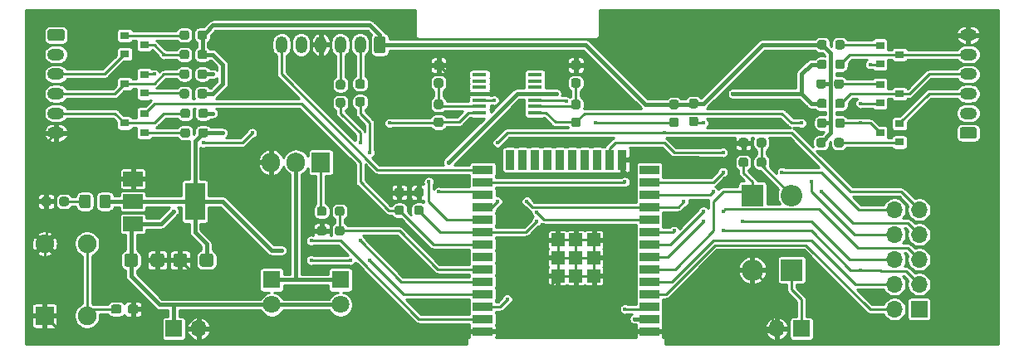
<source format=gbr>
G04 #@! TF.GenerationSoftware,KiCad,Pcbnew,(5.1.10)-1*
G04 #@! TF.CreationDate,2021-07-07T16:36:37+09:00*
G04 #@! TF.ProjectId,driver,64726976-6572-42e6-9b69-6361645f7063,rev?*
G04 #@! TF.SameCoordinates,Original*
G04 #@! TF.FileFunction,Copper,L1,Top*
G04 #@! TF.FilePolarity,Positive*
%FSLAX46Y46*%
G04 Gerber Fmt 4.6, Leading zero omitted, Abs format (unit mm)*
G04 Created by KiCad (PCBNEW (5.1.10)-1) date 2021-07-07 16:36:37*
%MOMM*%
%LPD*%
G01*
G04 APERTURE LIST*
G04 #@! TA.AperFunction,ComponentPad*
%ADD10O,1.700000X1.700000*%
G04 #@! TD*
G04 #@! TA.AperFunction,ComponentPad*
%ADD11R,1.700000X1.700000*%
G04 #@! TD*
G04 #@! TA.AperFunction,ComponentPad*
%ADD12C,0.300000*%
G04 #@! TD*
G04 #@! TA.AperFunction,SMDPad,CuDef*
%ADD13R,1.330000X1.330000*%
G04 #@! TD*
G04 #@! TA.AperFunction,SMDPad,CuDef*
%ADD14R,2.000000X0.900000*%
G04 #@! TD*
G04 #@! TA.AperFunction,SMDPad,CuDef*
%ADD15R,0.900000X2.000000*%
G04 #@! TD*
G04 #@! TA.AperFunction,ComponentPad*
%ADD16C,1.800000*%
G04 #@! TD*
G04 #@! TA.AperFunction,ComponentPad*
%ADD17R,1.800000X1.800000*%
G04 #@! TD*
G04 #@! TA.AperFunction,ComponentPad*
%ADD18R,2.200000X2.200000*%
G04 #@! TD*
G04 #@! TA.AperFunction,ComponentPad*
%ADD19O,2.200000X2.200000*%
G04 #@! TD*
G04 #@! TA.AperFunction,ComponentPad*
%ADD20O,1.200000X1.750000*%
G04 #@! TD*
G04 #@! TA.AperFunction,ComponentPad*
%ADD21O,1.750000X1.200000*%
G04 #@! TD*
G04 #@! TA.AperFunction,ComponentPad*
%ADD22C,1.905000*%
G04 #@! TD*
G04 #@! TA.AperFunction,ComponentPad*
%ADD23R,1.905000X1.905000*%
G04 #@! TD*
G04 #@! TA.AperFunction,ComponentPad*
%ADD24R,1.905000X2.000000*%
G04 #@! TD*
G04 #@! TA.AperFunction,ComponentPad*
%ADD25O,1.905000X2.000000*%
G04 #@! TD*
G04 #@! TA.AperFunction,SMDPad,CuDef*
%ADD26R,0.900000X0.800000*%
G04 #@! TD*
G04 #@! TA.AperFunction,SMDPad,CuDef*
%ADD27R,2.000000X3.800000*%
G04 #@! TD*
G04 #@! TA.AperFunction,SMDPad,CuDef*
%ADD28R,2.000000X1.500000*%
G04 #@! TD*
G04 #@! TA.AperFunction,SMDPad,CuDef*
%ADD29R,1.473200X0.355600*%
G04 #@! TD*
G04 #@! TA.AperFunction,ViaPad*
%ADD30C,0.400000*%
G04 #@! TD*
G04 #@! TA.AperFunction,Conductor*
%ADD31C,0.250000*%
G04 #@! TD*
G04 #@! TA.AperFunction,Conductor*
%ADD32C,0.400000*%
G04 #@! TD*
G04 #@! TA.AperFunction,Conductor*
%ADD33C,0.254000*%
G04 #@! TD*
G04 #@! TA.AperFunction,Conductor*
%ADD34C,0.100000*%
G04 #@! TD*
G04 APERTURE END LIST*
D10*
X88960000Y-20840000D03*
X91500000Y-20840000D03*
X88960000Y-23380000D03*
X91500000Y-23380000D03*
X88960000Y-25920000D03*
X91500000Y-25920000D03*
X88960000Y-28460000D03*
X91500000Y-28460000D03*
X88960000Y-31000000D03*
D11*
X91500000Y-31000000D03*
D12*
X55582500Y-23925000D03*
X57417500Y-23925000D03*
X54665000Y-24842500D03*
X56500000Y-24842500D03*
X58335000Y-24842500D03*
X55582500Y-25760000D03*
X57417500Y-25760000D03*
X54665000Y-26677500D03*
X56500000Y-26677500D03*
X58335000Y-26677500D03*
X55582500Y-27595000D03*
X57417500Y-27595000D03*
D13*
X54665000Y-23925000D03*
X56500000Y-23925000D03*
X58335000Y-23925000D03*
X54665000Y-25760000D03*
X56500000Y-25760000D03*
X58335000Y-25760000D03*
X54665000Y-27595000D03*
X56500000Y-27595000D03*
X58335000Y-27595000D03*
D14*
X47000000Y-33260000D03*
X47000000Y-31990000D03*
X47000000Y-30720000D03*
X47000000Y-29450000D03*
X47000000Y-28180000D03*
X47000000Y-26910000D03*
X47000000Y-25640000D03*
X47000000Y-24370000D03*
X47000000Y-23100000D03*
X47000000Y-21830000D03*
X47000000Y-20560000D03*
X47000000Y-19290000D03*
X47000000Y-18020000D03*
X47000000Y-16750000D03*
D15*
X49785000Y-15750000D03*
X51055000Y-15750000D03*
X52325000Y-15750000D03*
X53595000Y-15750000D03*
X54865000Y-15750000D03*
X56135000Y-15750000D03*
X57405000Y-15750000D03*
X58675000Y-15750000D03*
X59945000Y-15750000D03*
X61215000Y-15750000D03*
D14*
X64000000Y-16750000D03*
X64000000Y-18020000D03*
X64000000Y-19290000D03*
X64000000Y-20560000D03*
X64000000Y-21830000D03*
X64000000Y-23100000D03*
X64000000Y-24370000D03*
X64000000Y-25640000D03*
X64000000Y-26910000D03*
X64000000Y-28180000D03*
X64000000Y-29450000D03*
X64000000Y-30720000D03*
X64000000Y-31990000D03*
X64000000Y-33260000D03*
G04 #@! TA.AperFunction,SMDPad,CuDef*
G36*
G01*
X13150000Y-26425001D02*
X13150000Y-25574999D01*
G75*
G02*
X13399999Y-25325000I249999J0D01*
G01*
X14300001Y-25325000D01*
G75*
G02*
X14550000Y-25574999I0J-249999D01*
G01*
X14550000Y-26425001D01*
G75*
G02*
X14300001Y-26675000I-249999J0D01*
G01*
X13399999Y-26675000D01*
G75*
G02*
X13150000Y-26425001I0J249999D01*
G01*
G37*
G04 #@! TD.AperFunction*
G04 #@! TA.AperFunction,SMDPad,CuDef*
G36*
G01*
X10450000Y-26425001D02*
X10450000Y-25574999D01*
G75*
G02*
X10699999Y-25325000I249999J0D01*
G01*
X11600001Y-25325000D01*
G75*
G02*
X11850000Y-25574999I0J-249999D01*
G01*
X11850000Y-26425001D01*
G75*
G02*
X11600001Y-26675000I-249999J0D01*
G01*
X10699999Y-26675000D01*
G75*
G02*
X10450000Y-26425001I0J249999D01*
G01*
G37*
G04 #@! TD.AperFunction*
G04 #@! TA.AperFunction,SMDPad,CuDef*
G36*
G01*
X19550000Y-25574999D02*
X19550000Y-26425001D01*
G75*
G02*
X19300001Y-26675000I-249999J0D01*
G01*
X18399999Y-26675000D01*
G75*
G02*
X18150000Y-26425001I0J249999D01*
G01*
X18150000Y-25574999D01*
G75*
G02*
X18399999Y-25325000I249999J0D01*
G01*
X19300001Y-25325000D01*
G75*
G02*
X19550000Y-25574999I0J-249999D01*
G01*
G37*
G04 #@! TD.AperFunction*
G04 #@! TA.AperFunction,SMDPad,CuDef*
G36*
G01*
X16850000Y-25574999D02*
X16850000Y-26425001D01*
G75*
G02*
X16600001Y-26675000I-249999J0D01*
G01*
X15699999Y-26675000D01*
G75*
G02*
X15450000Y-26425001I0J249999D01*
G01*
X15450000Y-25574999D01*
G75*
G02*
X15699999Y-25325000I249999J0D01*
G01*
X16600001Y-25325000D01*
G75*
G02*
X16850000Y-25574999I0J-249999D01*
G01*
G37*
G04 #@! TD.AperFunction*
G04 #@! TA.AperFunction,SMDPad,CuDef*
G36*
G01*
X9100000Y-31237500D02*
X9100000Y-30762500D01*
G75*
G02*
X9337500Y-30525000I237500J0D01*
G01*
X9937500Y-30525000D01*
G75*
G02*
X10175000Y-30762500I0J-237500D01*
G01*
X10175000Y-31237500D01*
G75*
G02*
X9937500Y-31475000I-237500J0D01*
G01*
X9337500Y-31475000D01*
G75*
G02*
X9100000Y-31237500I0J237500D01*
G01*
G37*
G04 #@! TD.AperFunction*
G04 #@! TA.AperFunction,SMDPad,CuDef*
G36*
G01*
X10825000Y-31237500D02*
X10825000Y-30762500D01*
G75*
G02*
X11062500Y-30525000I237500J0D01*
G01*
X11662500Y-30525000D01*
G75*
G02*
X11900000Y-30762500I0J-237500D01*
G01*
X11900000Y-31237500D01*
G75*
G02*
X11662500Y-31475000I-237500J0D01*
G01*
X11062500Y-31475000D01*
G75*
G02*
X10825000Y-31237500I0J237500D01*
G01*
G37*
G04 #@! TD.AperFunction*
D16*
X25500000Y-30540000D03*
D17*
X25500000Y-28000000D03*
X32500000Y-28000000D03*
D16*
X32500000Y-30540000D03*
G04 #@! TA.AperFunction,SMDPad,CuDef*
G36*
G01*
X5875000Y-20450001D02*
X5875000Y-19549999D01*
G75*
G02*
X6124999Y-19300000I249999J0D01*
G01*
X6775001Y-19300000D01*
G75*
G02*
X7025000Y-19549999I0J-249999D01*
G01*
X7025000Y-20450001D01*
G75*
G02*
X6775001Y-20700000I-249999J0D01*
G01*
X6124999Y-20700000D01*
G75*
G02*
X5875000Y-20450001I0J249999D01*
G01*
G37*
G04 #@! TD.AperFunction*
G04 #@! TA.AperFunction,SMDPad,CuDef*
G36*
G01*
X7925000Y-20450001D02*
X7925000Y-19549999D01*
G75*
G02*
X8174999Y-19300000I249999J0D01*
G01*
X8825001Y-19300000D01*
G75*
G02*
X9075000Y-19549999I0J-249999D01*
G01*
X9075000Y-20450001D01*
G75*
G02*
X8825001Y-20700000I-249999J0D01*
G01*
X8174999Y-20700000D01*
G75*
G02*
X7925000Y-20450001I0J249999D01*
G01*
G37*
G04 #@! TD.AperFunction*
D18*
X78500000Y-27000000D03*
D19*
X78500000Y-19380000D03*
X74500000Y-27000000D03*
D18*
X74500000Y-19380000D03*
D11*
X15500000Y-33000000D03*
D10*
X18040000Y-33000000D03*
X76960000Y-33000000D03*
D11*
X79500000Y-33000000D03*
G04 #@! TA.AperFunction,ComponentPad*
G36*
G01*
X37100000Y-3374999D02*
X37100000Y-4625001D01*
G75*
G02*
X36850001Y-4875000I-249999J0D01*
G01*
X36149999Y-4875000D01*
G75*
G02*
X35900000Y-4625001I0J249999D01*
G01*
X35900000Y-3374999D01*
G75*
G02*
X36149999Y-3125000I249999J0D01*
G01*
X36850001Y-3125000D01*
G75*
G02*
X37100000Y-3374999I0J-249999D01*
G01*
G37*
G04 #@! TD.AperFunction*
D20*
X34500000Y-4000000D03*
X32500000Y-4000000D03*
X30500000Y-4000000D03*
X28500000Y-4000000D03*
X26500000Y-4000000D03*
G04 #@! TA.AperFunction,ComponentPad*
G36*
G01*
X2874999Y-2400000D02*
X4125001Y-2400000D01*
G75*
G02*
X4375000Y-2649999I0J-249999D01*
G01*
X4375000Y-3350001D01*
G75*
G02*
X4125001Y-3600000I-249999J0D01*
G01*
X2874999Y-3600000D01*
G75*
G02*
X2625000Y-3350001I0J249999D01*
G01*
X2625000Y-2649999D01*
G75*
G02*
X2874999Y-2400000I249999J0D01*
G01*
G37*
G04 #@! TD.AperFunction*
D21*
X3500000Y-5000000D03*
X3500000Y-7000000D03*
X3500000Y-9000000D03*
X3500000Y-11000000D03*
X3500000Y-13000000D03*
X96500000Y-3000000D03*
X96500000Y-5000000D03*
X96500000Y-7000000D03*
X96500000Y-9000000D03*
X96500000Y-11000000D03*
G04 #@! TA.AperFunction,ComponentPad*
G36*
G01*
X97125001Y-13600000D02*
X95874999Y-13600000D01*
G75*
G02*
X95625000Y-13350001I0J249999D01*
G01*
X95625000Y-12649999D01*
G75*
G02*
X95874999Y-12400000I249999J0D01*
G01*
X97125001Y-12400000D01*
G75*
G02*
X97375000Y-12649999I0J-249999D01*
G01*
X97375000Y-13350001D01*
G75*
G02*
X97125001Y-13600000I-249999J0D01*
G01*
G37*
G04 #@! TD.AperFunction*
D22*
X2341000Y-24317000D03*
X6659000Y-24317000D03*
X6659000Y-31683000D03*
D23*
X2341000Y-31683000D03*
D24*
X30500000Y-16000000D03*
D25*
X27960000Y-16000000D03*
X25420000Y-16000000D03*
D26*
X89500000Y-9000000D03*
X87500000Y-9950000D03*
X87500000Y-8050000D03*
X87500000Y-13000000D03*
X89500000Y-12050000D03*
X89500000Y-13950000D03*
X12500000Y-8950000D03*
X12500000Y-7050000D03*
X10500000Y-8000000D03*
X10500000Y-3050000D03*
X10500000Y-4950000D03*
X12500000Y-4000000D03*
X89500000Y-5000000D03*
X87500000Y-5950000D03*
X87500000Y-4050000D03*
X12500000Y-12950000D03*
X12500000Y-11050000D03*
X10500000Y-12000000D03*
G04 #@! TA.AperFunction,SMDPad,CuDef*
G36*
G01*
X30100000Y-21237500D02*
X30100000Y-20762500D01*
G75*
G02*
X30337500Y-20525000I237500J0D01*
G01*
X30837500Y-20525000D01*
G75*
G02*
X31075000Y-20762500I0J-237500D01*
G01*
X31075000Y-21237500D01*
G75*
G02*
X30837500Y-21475000I-237500J0D01*
G01*
X30337500Y-21475000D01*
G75*
G02*
X30100000Y-21237500I0J237500D01*
G01*
G37*
G04 #@! TD.AperFunction*
G04 #@! TA.AperFunction,SMDPad,CuDef*
G36*
G01*
X31925000Y-21237500D02*
X31925000Y-20762500D01*
G75*
G02*
X32162500Y-20525000I237500J0D01*
G01*
X32662500Y-20525000D01*
G75*
G02*
X32900000Y-20762500I0J-237500D01*
G01*
X32900000Y-21237500D01*
G75*
G02*
X32662500Y-21475000I-237500J0D01*
G01*
X32162500Y-21475000D01*
G75*
G02*
X31925000Y-21237500I0J237500D01*
G01*
G37*
G04 #@! TD.AperFunction*
G04 #@! TA.AperFunction,SMDPad,CuDef*
G36*
G01*
X2987500Y-19762500D02*
X2987500Y-20237500D01*
G75*
G02*
X2750000Y-20475000I-237500J0D01*
G01*
X2250000Y-20475000D01*
G75*
G02*
X2012500Y-20237500I0J237500D01*
G01*
X2012500Y-19762500D01*
G75*
G02*
X2250000Y-19525000I237500J0D01*
G01*
X2750000Y-19525000D01*
G75*
G02*
X2987500Y-19762500I0J-237500D01*
G01*
G37*
G04 #@! TD.AperFunction*
G04 #@! TA.AperFunction,SMDPad,CuDef*
G36*
G01*
X4812500Y-19762500D02*
X4812500Y-20237500D01*
G75*
G02*
X4575000Y-20475000I-237500J0D01*
G01*
X4075000Y-20475000D01*
G75*
G02*
X3837500Y-20237500I0J237500D01*
G01*
X3837500Y-19762500D01*
G75*
G02*
X4075000Y-19525000I237500J0D01*
G01*
X4575000Y-19525000D01*
G75*
G02*
X4812500Y-19762500I0J-237500D01*
G01*
G37*
G04 #@! TD.AperFunction*
G04 #@! TA.AperFunction,SMDPad,CuDef*
G36*
G01*
X31925000Y-23237500D02*
X31925000Y-22762500D01*
G75*
G02*
X32162500Y-22525000I237500J0D01*
G01*
X32662500Y-22525000D01*
G75*
G02*
X32900000Y-22762500I0J-237500D01*
G01*
X32900000Y-23237500D01*
G75*
G02*
X32662500Y-23475000I-237500J0D01*
G01*
X32162500Y-23475000D01*
G75*
G02*
X31925000Y-23237500I0J237500D01*
G01*
G37*
G04 #@! TD.AperFunction*
G04 #@! TA.AperFunction,SMDPad,CuDef*
G36*
G01*
X30100000Y-23237500D02*
X30100000Y-22762500D01*
G75*
G02*
X30337500Y-22525000I237500J0D01*
G01*
X30837500Y-22525000D01*
G75*
G02*
X31075000Y-22762500I0J-237500D01*
G01*
X31075000Y-23237500D01*
G75*
G02*
X30837500Y-23475000I-237500J0D01*
G01*
X30337500Y-23475000D01*
G75*
G02*
X30100000Y-23237500I0J237500D01*
G01*
G37*
G04 #@! TD.AperFunction*
G04 #@! TA.AperFunction,SMDPad,CuDef*
G36*
G01*
X75900000Y-15762500D02*
X75900000Y-16237500D01*
G75*
G02*
X75662500Y-16475000I-237500J0D01*
G01*
X75162500Y-16475000D01*
G75*
G02*
X74925000Y-16237500I0J237500D01*
G01*
X74925000Y-15762500D01*
G75*
G02*
X75162500Y-15525000I237500J0D01*
G01*
X75662500Y-15525000D01*
G75*
G02*
X75900000Y-15762500I0J-237500D01*
G01*
G37*
G04 #@! TD.AperFunction*
G04 #@! TA.AperFunction,SMDPad,CuDef*
G36*
G01*
X74075000Y-15762500D02*
X74075000Y-16237500D01*
G75*
G02*
X73837500Y-16475000I-237500J0D01*
G01*
X73337500Y-16475000D01*
G75*
G02*
X73100000Y-16237500I0J237500D01*
G01*
X73100000Y-15762500D01*
G75*
G02*
X73337500Y-15525000I237500J0D01*
G01*
X73837500Y-15525000D01*
G75*
G02*
X74075000Y-15762500I0J-237500D01*
G01*
G37*
G04 #@! TD.AperFunction*
G04 #@! TA.AperFunction,SMDPad,CuDef*
G36*
G01*
X73100000Y-14237500D02*
X73100000Y-13762500D01*
G75*
G02*
X73337500Y-13525000I237500J0D01*
G01*
X73837500Y-13525000D01*
G75*
G02*
X74075000Y-13762500I0J-237500D01*
G01*
X74075000Y-14237500D01*
G75*
G02*
X73837500Y-14475000I-237500J0D01*
G01*
X73337500Y-14475000D01*
G75*
G02*
X73100000Y-14237500I0J237500D01*
G01*
G37*
G04 #@! TD.AperFunction*
G04 #@! TA.AperFunction,SMDPad,CuDef*
G36*
G01*
X74925000Y-14237500D02*
X74925000Y-13762500D01*
G75*
G02*
X75162500Y-13525000I237500J0D01*
G01*
X75662500Y-13525000D01*
G75*
G02*
X75900000Y-13762500I0J-237500D01*
G01*
X75900000Y-14237500D01*
G75*
G02*
X75662500Y-14475000I-237500J0D01*
G01*
X75162500Y-14475000D01*
G75*
G02*
X74925000Y-14237500I0J237500D01*
G01*
G37*
G04 #@! TD.AperFunction*
G04 #@! TA.AperFunction,SMDPad,CuDef*
G36*
G01*
X81987500Y-7762500D02*
X81987500Y-8237500D01*
G75*
G02*
X81750000Y-8475000I-237500J0D01*
G01*
X81250000Y-8475000D01*
G75*
G02*
X81012500Y-8237500I0J237500D01*
G01*
X81012500Y-7762500D01*
G75*
G02*
X81250000Y-7525000I237500J0D01*
G01*
X81750000Y-7525000D01*
G75*
G02*
X81987500Y-7762500I0J-237500D01*
G01*
G37*
G04 #@! TD.AperFunction*
G04 #@! TA.AperFunction,SMDPad,CuDef*
G36*
G01*
X83812500Y-7762500D02*
X83812500Y-8237500D01*
G75*
G02*
X83575000Y-8475000I-237500J0D01*
G01*
X83075000Y-8475000D01*
G75*
G02*
X82837500Y-8237500I0J237500D01*
G01*
X82837500Y-7762500D01*
G75*
G02*
X83075000Y-7525000I237500J0D01*
G01*
X83575000Y-7525000D01*
G75*
G02*
X83812500Y-7762500I0J-237500D01*
G01*
G37*
G04 #@! TD.AperFunction*
G04 #@! TA.AperFunction,SMDPad,CuDef*
G36*
G01*
X81100000Y-10237500D02*
X81100000Y-9762500D01*
G75*
G02*
X81337500Y-9525000I237500J0D01*
G01*
X81837500Y-9525000D01*
G75*
G02*
X82075000Y-9762500I0J-237500D01*
G01*
X82075000Y-10237500D01*
G75*
G02*
X81837500Y-10475000I-237500J0D01*
G01*
X81337500Y-10475000D01*
G75*
G02*
X81100000Y-10237500I0J237500D01*
G01*
G37*
G04 #@! TD.AperFunction*
G04 #@! TA.AperFunction,SMDPad,CuDef*
G36*
G01*
X82925000Y-10237500D02*
X82925000Y-9762500D01*
G75*
G02*
X83162500Y-9525000I237500J0D01*
G01*
X83662500Y-9525000D01*
G75*
G02*
X83900000Y-9762500I0J-237500D01*
G01*
X83900000Y-10237500D01*
G75*
G02*
X83662500Y-10475000I-237500J0D01*
G01*
X83162500Y-10475000D01*
G75*
G02*
X82925000Y-10237500I0J237500D01*
G01*
G37*
G04 #@! TD.AperFunction*
G04 #@! TA.AperFunction,SMDPad,CuDef*
G36*
G01*
X83812500Y-13762500D02*
X83812500Y-14237500D01*
G75*
G02*
X83575000Y-14475000I-237500J0D01*
G01*
X83075000Y-14475000D01*
G75*
G02*
X82837500Y-14237500I0J237500D01*
G01*
X82837500Y-13762500D01*
G75*
G02*
X83075000Y-13525000I237500J0D01*
G01*
X83575000Y-13525000D01*
G75*
G02*
X83812500Y-13762500I0J-237500D01*
G01*
G37*
G04 #@! TD.AperFunction*
G04 #@! TA.AperFunction,SMDPad,CuDef*
G36*
G01*
X81987500Y-13762500D02*
X81987500Y-14237500D01*
G75*
G02*
X81750000Y-14475000I-237500J0D01*
G01*
X81250000Y-14475000D01*
G75*
G02*
X81012500Y-14237500I0J237500D01*
G01*
X81012500Y-13762500D01*
G75*
G02*
X81250000Y-13525000I237500J0D01*
G01*
X81750000Y-13525000D01*
G75*
G02*
X81987500Y-13762500I0J-237500D01*
G01*
G37*
G04 #@! TD.AperFunction*
G04 #@! TA.AperFunction,SMDPad,CuDef*
G36*
G01*
X16100000Y-9237500D02*
X16100000Y-8762500D01*
G75*
G02*
X16337500Y-8525000I237500J0D01*
G01*
X16837500Y-8525000D01*
G75*
G02*
X17075000Y-8762500I0J-237500D01*
G01*
X17075000Y-9237500D01*
G75*
G02*
X16837500Y-9475000I-237500J0D01*
G01*
X16337500Y-9475000D01*
G75*
G02*
X16100000Y-9237500I0J237500D01*
G01*
G37*
G04 #@! TD.AperFunction*
G04 #@! TA.AperFunction,SMDPad,CuDef*
G36*
G01*
X17925000Y-9237500D02*
X17925000Y-8762500D01*
G75*
G02*
X18162500Y-8525000I237500J0D01*
G01*
X18662500Y-8525000D01*
G75*
G02*
X18900000Y-8762500I0J-237500D01*
G01*
X18900000Y-9237500D01*
G75*
G02*
X18662500Y-9475000I-237500J0D01*
G01*
X18162500Y-9475000D01*
G75*
G02*
X17925000Y-9237500I0J237500D01*
G01*
G37*
G04 #@! TD.AperFunction*
G04 #@! TA.AperFunction,SMDPad,CuDef*
G36*
G01*
X82925000Y-12237500D02*
X82925000Y-11762500D01*
G75*
G02*
X83162500Y-11525000I237500J0D01*
G01*
X83662500Y-11525000D01*
G75*
G02*
X83900000Y-11762500I0J-237500D01*
G01*
X83900000Y-12237500D01*
G75*
G02*
X83662500Y-12475000I-237500J0D01*
G01*
X83162500Y-12475000D01*
G75*
G02*
X82925000Y-12237500I0J237500D01*
G01*
G37*
G04 #@! TD.AperFunction*
G04 #@! TA.AperFunction,SMDPad,CuDef*
G36*
G01*
X81100000Y-12237500D02*
X81100000Y-11762500D01*
G75*
G02*
X81337500Y-11525000I237500J0D01*
G01*
X81837500Y-11525000D01*
G75*
G02*
X82075000Y-11762500I0J-237500D01*
G01*
X82075000Y-12237500D01*
G75*
G02*
X81837500Y-12475000I-237500J0D01*
G01*
X81337500Y-12475000D01*
G75*
G02*
X81100000Y-12237500I0J237500D01*
G01*
G37*
G04 #@! TD.AperFunction*
G04 #@! TA.AperFunction,SMDPad,CuDef*
G36*
G01*
X34737500Y-8487500D02*
X34262500Y-8487500D01*
G75*
G02*
X34025000Y-8250000I0J237500D01*
G01*
X34025000Y-7750000D01*
G75*
G02*
X34262500Y-7512500I237500J0D01*
G01*
X34737500Y-7512500D01*
G75*
G02*
X34975000Y-7750000I0J-237500D01*
G01*
X34975000Y-8250000D01*
G75*
G02*
X34737500Y-8487500I-237500J0D01*
G01*
G37*
G04 #@! TD.AperFunction*
G04 #@! TA.AperFunction,SMDPad,CuDef*
G36*
G01*
X34737500Y-10312500D02*
X34262500Y-10312500D01*
G75*
G02*
X34025000Y-10075000I0J237500D01*
G01*
X34025000Y-9575000D01*
G75*
G02*
X34262500Y-9337500I237500J0D01*
G01*
X34737500Y-9337500D01*
G75*
G02*
X34975000Y-9575000I0J-237500D01*
G01*
X34975000Y-10075000D01*
G75*
G02*
X34737500Y-10312500I-237500J0D01*
G01*
G37*
G04 #@! TD.AperFunction*
G04 #@! TA.AperFunction,SMDPad,CuDef*
G36*
G01*
X17075000Y-6762500D02*
X17075000Y-7237500D01*
G75*
G02*
X16837500Y-7475000I-237500J0D01*
G01*
X16337500Y-7475000D01*
G75*
G02*
X16100000Y-7237500I0J237500D01*
G01*
X16100000Y-6762500D01*
G75*
G02*
X16337500Y-6525000I237500J0D01*
G01*
X16837500Y-6525000D01*
G75*
G02*
X17075000Y-6762500I0J-237500D01*
G01*
G37*
G04 #@! TD.AperFunction*
G04 #@! TA.AperFunction,SMDPad,CuDef*
G36*
G01*
X18900000Y-6762500D02*
X18900000Y-7237500D01*
G75*
G02*
X18662500Y-7475000I-237500J0D01*
G01*
X18162500Y-7475000D01*
G75*
G02*
X17925000Y-7237500I0J237500D01*
G01*
X17925000Y-6762500D01*
G75*
G02*
X18162500Y-6525000I237500J0D01*
G01*
X18662500Y-6525000D01*
G75*
G02*
X18900000Y-6762500I0J-237500D01*
G01*
G37*
G04 #@! TD.AperFunction*
G04 #@! TA.AperFunction,SMDPad,CuDef*
G36*
G01*
X32737500Y-10400000D02*
X32262500Y-10400000D01*
G75*
G02*
X32025000Y-10162500I0J237500D01*
G01*
X32025000Y-9662500D01*
G75*
G02*
X32262500Y-9425000I237500J0D01*
G01*
X32737500Y-9425000D01*
G75*
G02*
X32975000Y-9662500I0J-237500D01*
G01*
X32975000Y-10162500D01*
G75*
G02*
X32737500Y-10400000I-237500J0D01*
G01*
G37*
G04 #@! TD.AperFunction*
G04 #@! TA.AperFunction,SMDPad,CuDef*
G36*
G01*
X32737500Y-8575000D02*
X32262500Y-8575000D01*
G75*
G02*
X32025000Y-8337500I0J237500D01*
G01*
X32025000Y-7837500D01*
G75*
G02*
X32262500Y-7600000I237500J0D01*
G01*
X32737500Y-7600000D01*
G75*
G02*
X32975000Y-7837500I0J-237500D01*
G01*
X32975000Y-8337500D01*
G75*
G02*
X32737500Y-8575000I-237500J0D01*
G01*
G37*
G04 #@! TD.AperFunction*
G04 #@! TA.AperFunction,SMDPad,CuDef*
G36*
G01*
X16100000Y-3237500D02*
X16100000Y-2762500D01*
G75*
G02*
X16337500Y-2525000I237500J0D01*
G01*
X16837500Y-2525000D01*
G75*
G02*
X17075000Y-2762500I0J-237500D01*
G01*
X17075000Y-3237500D01*
G75*
G02*
X16837500Y-3475000I-237500J0D01*
G01*
X16337500Y-3475000D01*
G75*
G02*
X16100000Y-3237500I0J237500D01*
G01*
G37*
G04 #@! TD.AperFunction*
G04 #@! TA.AperFunction,SMDPad,CuDef*
G36*
G01*
X17925000Y-3237500D02*
X17925000Y-2762500D01*
G75*
G02*
X18162500Y-2525000I237500J0D01*
G01*
X18662500Y-2525000D01*
G75*
G02*
X18900000Y-2762500I0J-237500D01*
G01*
X18900000Y-3237500D01*
G75*
G02*
X18662500Y-3475000I-237500J0D01*
G01*
X18162500Y-3475000D01*
G75*
G02*
X17925000Y-3237500I0J237500D01*
G01*
G37*
G04 #@! TD.AperFunction*
G04 #@! TA.AperFunction,SMDPad,CuDef*
G36*
G01*
X83900000Y-3762500D02*
X83900000Y-4237500D01*
G75*
G02*
X83662500Y-4475000I-237500J0D01*
G01*
X83162500Y-4475000D01*
G75*
G02*
X82925000Y-4237500I0J237500D01*
G01*
X82925000Y-3762500D01*
G75*
G02*
X83162500Y-3525000I237500J0D01*
G01*
X83662500Y-3525000D01*
G75*
G02*
X83900000Y-3762500I0J-237500D01*
G01*
G37*
G04 #@! TD.AperFunction*
G04 #@! TA.AperFunction,SMDPad,CuDef*
G36*
G01*
X82075000Y-3762500D02*
X82075000Y-4237500D01*
G75*
G02*
X81837500Y-4475000I-237500J0D01*
G01*
X81337500Y-4475000D01*
G75*
G02*
X81100000Y-4237500I0J237500D01*
G01*
X81100000Y-3762500D01*
G75*
G02*
X81337500Y-3525000I237500J0D01*
G01*
X81837500Y-3525000D01*
G75*
G02*
X82075000Y-3762500I0J-237500D01*
G01*
G37*
G04 #@! TD.AperFunction*
G04 #@! TA.AperFunction,SMDPad,CuDef*
G36*
G01*
X17075000Y-4762500D02*
X17075000Y-5237500D01*
G75*
G02*
X16837500Y-5475000I-237500J0D01*
G01*
X16337500Y-5475000D01*
G75*
G02*
X16100000Y-5237500I0J237500D01*
G01*
X16100000Y-4762500D01*
G75*
G02*
X16337500Y-4525000I237500J0D01*
G01*
X16837500Y-4525000D01*
G75*
G02*
X17075000Y-4762500I0J-237500D01*
G01*
G37*
G04 #@! TD.AperFunction*
G04 #@! TA.AperFunction,SMDPad,CuDef*
G36*
G01*
X18900000Y-4762500D02*
X18900000Y-5237500D01*
G75*
G02*
X18662500Y-5475000I-237500J0D01*
G01*
X18162500Y-5475000D01*
G75*
G02*
X17925000Y-5237500I0J237500D01*
G01*
X17925000Y-4762500D01*
G75*
G02*
X18162500Y-4525000I237500J0D01*
G01*
X18662500Y-4525000D01*
G75*
G02*
X18900000Y-4762500I0J-237500D01*
G01*
G37*
G04 #@! TD.AperFunction*
G04 #@! TA.AperFunction,SMDPad,CuDef*
G36*
G01*
X81100000Y-6237500D02*
X81100000Y-5762500D01*
G75*
G02*
X81337500Y-5525000I237500J0D01*
G01*
X81837500Y-5525000D01*
G75*
G02*
X82075000Y-5762500I0J-237500D01*
G01*
X82075000Y-6237500D01*
G75*
G02*
X81837500Y-6475000I-237500J0D01*
G01*
X81337500Y-6475000D01*
G75*
G02*
X81100000Y-6237500I0J237500D01*
G01*
G37*
G04 #@! TD.AperFunction*
G04 #@! TA.AperFunction,SMDPad,CuDef*
G36*
G01*
X82925000Y-6237500D02*
X82925000Y-5762500D01*
G75*
G02*
X83162500Y-5525000I237500J0D01*
G01*
X83662500Y-5525000D01*
G75*
G02*
X83900000Y-5762500I0J-237500D01*
G01*
X83900000Y-6237500D01*
G75*
G02*
X83662500Y-6475000I-237500J0D01*
G01*
X83162500Y-6475000D01*
G75*
G02*
X82925000Y-6237500I0J237500D01*
G01*
G37*
G04 #@! TD.AperFunction*
G04 #@! TA.AperFunction,SMDPad,CuDef*
G36*
G01*
X40737500Y-19575000D02*
X40262500Y-19575000D01*
G75*
G02*
X40025000Y-19337500I0J237500D01*
G01*
X40025000Y-18837500D01*
G75*
G02*
X40262500Y-18600000I237500J0D01*
G01*
X40737500Y-18600000D01*
G75*
G02*
X40975000Y-18837500I0J-237500D01*
G01*
X40975000Y-19337500D01*
G75*
G02*
X40737500Y-19575000I-237500J0D01*
G01*
G37*
G04 #@! TD.AperFunction*
G04 #@! TA.AperFunction,SMDPad,CuDef*
G36*
G01*
X40737500Y-21400000D02*
X40262500Y-21400000D01*
G75*
G02*
X40025000Y-21162500I0J237500D01*
G01*
X40025000Y-20662500D01*
G75*
G02*
X40262500Y-20425000I237500J0D01*
G01*
X40737500Y-20425000D01*
G75*
G02*
X40975000Y-20662500I0J-237500D01*
G01*
X40975000Y-21162500D01*
G75*
G02*
X40737500Y-21400000I-237500J0D01*
G01*
G37*
G04 #@! TD.AperFunction*
G04 #@! TA.AperFunction,SMDPad,CuDef*
G36*
G01*
X16187500Y-13237500D02*
X16187500Y-12762500D01*
G75*
G02*
X16425000Y-12525000I237500J0D01*
G01*
X16925000Y-12525000D01*
G75*
G02*
X17162500Y-12762500I0J-237500D01*
G01*
X17162500Y-13237500D01*
G75*
G02*
X16925000Y-13475000I-237500J0D01*
G01*
X16425000Y-13475000D01*
G75*
G02*
X16187500Y-13237500I0J237500D01*
G01*
G37*
G04 #@! TD.AperFunction*
G04 #@! TA.AperFunction,SMDPad,CuDef*
G36*
G01*
X18012500Y-13237500D02*
X18012500Y-12762500D01*
G75*
G02*
X18250000Y-12525000I237500J0D01*
G01*
X18750000Y-12525000D01*
G75*
G02*
X18987500Y-12762500I0J-237500D01*
G01*
X18987500Y-13237500D01*
G75*
G02*
X18750000Y-13475000I-237500J0D01*
G01*
X18250000Y-13475000D01*
G75*
G02*
X18012500Y-13237500I0J237500D01*
G01*
G37*
G04 #@! TD.AperFunction*
G04 #@! TA.AperFunction,SMDPad,CuDef*
G36*
G01*
X18987500Y-10762500D02*
X18987500Y-11237500D01*
G75*
G02*
X18750000Y-11475000I-237500J0D01*
G01*
X18250000Y-11475000D01*
G75*
G02*
X18012500Y-11237500I0J237500D01*
G01*
X18012500Y-10762500D01*
G75*
G02*
X18250000Y-10525000I237500J0D01*
G01*
X18750000Y-10525000D01*
G75*
G02*
X18987500Y-10762500I0J-237500D01*
G01*
G37*
G04 #@! TD.AperFunction*
G04 #@! TA.AperFunction,SMDPad,CuDef*
G36*
G01*
X17162500Y-10762500D02*
X17162500Y-11237500D01*
G75*
G02*
X16925000Y-11475000I-237500J0D01*
G01*
X16425000Y-11475000D01*
G75*
G02*
X16187500Y-11237500I0J237500D01*
G01*
X16187500Y-10762500D01*
G75*
G02*
X16425000Y-10525000I237500J0D01*
G01*
X16925000Y-10525000D01*
G75*
G02*
X17162500Y-10762500I0J-237500D01*
G01*
G37*
G04 #@! TD.AperFunction*
G04 #@! TA.AperFunction,SMDPad,CuDef*
G36*
G01*
X56262500Y-11425000D02*
X56737500Y-11425000D01*
G75*
G02*
X56975000Y-11662500I0J-237500D01*
G01*
X56975000Y-12162500D01*
G75*
G02*
X56737500Y-12400000I-237500J0D01*
G01*
X56262500Y-12400000D01*
G75*
G02*
X56025000Y-12162500I0J237500D01*
G01*
X56025000Y-11662500D01*
G75*
G02*
X56262500Y-11425000I237500J0D01*
G01*
G37*
G04 #@! TD.AperFunction*
G04 #@! TA.AperFunction,SMDPad,CuDef*
G36*
G01*
X56262500Y-9600000D02*
X56737500Y-9600000D01*
G75*
G02*
X56975000Y-9837500I0J-237500D01*
G01*
X56975000Y-10337500D01*
G75*
G02*
X56737500Y-10575000I-237500J0D01*
G01*
X56262500Y-10575000D01*
G75*
G02*
X56025000Y-10337500I0J237500D01*
G01*
X56025000Y-9837500D01*
G75*
G02*
X56262500Y-9600000I237500J0D01*
G01*
G37*
G04 #@! TD.AperFunction*
G04 #@! TA.AperFunction,SMDPad,CuDef*
G36*
G01*
X56737500Y-6575000D02*
X56262500Y-6575000D01*
G75*
G02*
X56025000Y-6337500I0J237500D01*
G01*
X56025000Y-5837500D01*
G75*
G02*
X56262500Y-5600000I237500J0D01*
G01*
X56737500Y-5600000D01*
G75*
G02*
X56975000Y-5837500I0J-237500D01*
G01*
X56975000Y-6337500D01*
G75*
G02*
X56737500Y-6575000I-237500J0D01*
G01*
G37*
G04 #@! TD.AperFunction*
G04 #@! TA.AperFunction,SMDPad,CuDef*
G36*
G01*
X56737500Y-8400000D02*
X56262500Y-8400000D01*
G75*
G02*
X56025000Y-8162500I0J237500D01*
G01*
X56025000Y-7662500D01*
G75*
G02*
X56262500Y-7425000I237500J0D01*
G01*
X56737500Y-7425000D01*
G75*
G02*
X56975000Y-7662500I0J-237500D01*
G01*
X56975000Y-8162500D01*
G75*
G02*
X56737500Y-8400000I-237500J0D01*
G01*
G37*
G04 #@! TD.AperFunction*
G04 #@! TA.AperFunction,SMDPad,CuDef*
G36*
G01*
X38737500Y-19575000D02*
X38262500Y-19575000D01*
G75*
G02*
X38025000Y-19337500I0J237500D01*
G01*
X38025000Y-18837500D01*
G75*
G02*
X38262500Y-18600000I237500J0D01*
G01*
X38737500Y-18600000D01*
G75*
G02*
X38975000Y-18837500I0J-237500D01*
G01*
X38975000Y-19337500D01*
G75*
G02*
X38737500Y-19575000I-237500J0D01*
G01*
G37*
G04 #@! TD.AperFunction*
G04 #@! TA.AperFunction,SMDPad,CuDef*
G36*
G01*
X38737500Y-21400000D02*
X38262500Y-21400000D01*
G75*
G02*
X38025000Y-21162500I0J237500D01*
G01*
X38025000Y-20662500D01*
G75*
G02*
X38262500Y-20425000I237500J0D01*
G01*
X38737500Y-20425000D01*
G75*
G02*
X38975000Y-20662500I0J-237500D01*
G01*
X38975000Y-21162500D01*
G75*
G02*
X38737500Y-21400000I-237500J0D01*
G01*
G37*
G04 #@! TD.AperFunction*
G04 #@! TA.AperFunction,SMDPad,CuDef*
G36*
G01*
X42262500Y-9600000D02*
X42737500Y-9600000D01*
G75*
G02*
X42975000Y-9837500I0J-237500D01*
G01*
X42975000Y-10337500D01*
G75*
G02*
X42737500Y-10575000I-237500J0D01*
G01*
X42262500Y-10575000D01*
G75*
G02*
X42025000Y-10337500I0J237500D01*
G01*
X42025000Y-9837500D01*
G75*
G02*
X42262500Y-9600000I237500J0D01*
G01*
G37*
G04 #@! TD.AperFunction*
G04 #@! TA.AperFunction,SMDPad,CuDef*
G36*
G01*
X42262500Y-11425000D02*
X42737500Y-11425000D01*
G75*
G02*
X42975000Y-11662500I0J-237500D01*
G01*
X42975000Y-12162500D01*
G75*
G02*
X42737500Y-12400000I-237500J0D01*
G01*
X42262500Y-12400000D01*
G75*
G02*
X42025000Y-12162500I0J237500D01*
G01*
X42025000Y-11662500D01*
G75*
G02*
X42262500Y-11425000I237500J0D01*
G01*
G37*
G04 #@! TD.AperFunction*
G04 #@! TA.AperFunction,SMDPad,CuDef*
G36*
G01*
X42737500Y-8400000D02*
X42262500Y-8400000D01*
G75*
G02*
X42025000Y-8162500I0J237500D01*
G01*
X42025000Y-7662500D01*
G75*
G02*
X42262500Y-7425000I237500J0D01*
G01*
X42737500Y-7425000D01*
G75*
G02*
X42975000Y-7662500I0J-237500D01*
G01*
X42975000Y-8162500D01*
G75*
G02*
X42737500Y-8400000I-237500J0D01*
G01*
G37*
G04 #@! TD.AperFunction*
G04 #@! TA.AperFunction,SMDPad,CuDef*
G36*
G01*
X42737500Y-6575000D02*
X42262500Y-6575000D01*
G75*
G02*
X42025000Y-6337500I0J237500D01*
G01*
X42025000Y-5837500D01*
G75*
G02*
X42262500Y-5600000I237500J0D01*
G01*
X42737500Y-5600000D01*
G75*
G02*
X42975000Y-5837500I0J-237500D01*
G01*
X42975000Y-6337500D01*
G75*
G02*
X42737500Y-6575000I-237500J0D01*
G01*
G37*
G04 #@! TD.AperFunction*
G04 #@! TA.AperFunction,SMDPad,CuDef*
G36*
G01*
X66737500Y-12400000D02*
X66262500Y-12400000D01*
G75*
G02*
X66025000Y-12162500I0J237500D01*
G01*
X66025000Y-11662500D01*
G75*
G02*
X66262500Y-11425000I237500J0D01*
G01*
X66737500Y-11425000D01*
G75*
G02*
X66975000Y-11662500I0J-237500D01*
G01*
X66975000Y-12162500D01*
G75*
G02*
X66737500Y-12400000I-237500J0D01*
G01*
G37*
G04 #@! TD.AperFunction*
G04 #@! TA.AperFunction,SMDPad,CuDef*
G36*
G01*
X66737500Y-10575000D02*
X66262500Y-10575000D01*
G75*
G02*
X66025000Y-10337500I0J237500D01*
G01*
X66025000Y-9837500D01*
G75*
G02*
X66262500Y-9600000I237500J0D01*
G01*
X66737500Y-9600000D01*
G75*
G02*
X66975000Y-9837500I0J-237500D01*
G01*
X66975000Y-10337500D01*
G75*
G02*
X66737500Y-10575000I-237500J0D01*
G01*
G37*
G04 #@! TD.AperFunction*
G04 #@! TA.AperFunction,SMDPad,CuDef*
G36*
G01*
X68737500Y-10487500D02*
X68262500Y-10487500D01*
G75*
G02*
X68025000Y-10250000I0J237500D01*
G01*
X68025000Y-9750000D01*
G75*
G02*
X68262500Y-9512500I237500J0D01*
G01*
X68737500Y-9512500D01*
G75*
G02*
X68975000Y-9750000I0J-237500D01*
G01*
X68975000Y-10250000D01*
G75*
G02*
X68737500Y-10487500I-237500J0D01*
G01*
G37*
G04 #@! TD.AperFunction*
G04 #@! TA.AperFunction,SMDPad,CuDef*
G36*
G01*
X68737500Y-12312500D02*
X68262500Y-12312500D01*
G75*
G02*
X68025000Y-12075000I0J237500D01*
G01*
X68025000Y-11575000D01*
G75*
G02*
X68262500Y-11337500I237500J0D01*
G01*
X68737500Y-11337500D01*
G75*
G02*
X68975000Y-11575000I0J-237500D01*
G01*
X68975000Y-12075000D01*
G75*
G02*
X68737500Y-12312500I-237500J0D01*
G01*
G37*
G04 #@! TD.AperFunction*
D27*
X17650000Y-20000000D03*
D28*
X11350000Y-20000000D03*
X11350000Y-22300000D03*
X11350000Y-17700000D03*
D29*
X52319400Y-10955800D03*
X52319400Y-10295400D03*
X52319400Y-9660400D03*
X52319400Y-9000000D03*
X52319400Y-8339600D03*
X52319400Y-7704600D03*
X52319400Y-7044200D03*
X46680600Y-7044200D03*
X46680600Y-7704600D03*
X46680600Y-8339600D03*
X46680600Y-9000000D03*
X46680600Y-9660400D03*
X46680600Y-10295400D03*
X46680600Y-10955800D03*
D30*
X61500000Y-6000000D03*
X49500000Y-6000000D03*
X62500000Y-15000000D03*
X64500000Y-9000000D03*
X59500000Y-19000000D03*
X29500000Y-23000000D03*
X45500000Y-9000000D03*
X43500000Y-14000000D03*
X38500000Y-16000000D03*
X38500000Y-18000000D03*
X33500000Y-22000000D03*
X36500000Y-22000000D03*
X11500000Y-30000000D03*
X13500000Y-28000000D03*
X21500000Y-32000000D03*
X21500000Y-29000000D03*
X19500000Y-28000000D03*
X13500000Y-18000000D03*
X18500000Y-16000000D03*
X69500000Y-14000000D03*
X69500000Y-16000000D03*
X34500000Y-29000000D03*
X42500000Y-31000000D03*
X41500000Y-27000000D03*
X68500000Y-20000000D03*
X75500000Y-12000000D03*
X78500000Y-14000000D03*
X76500000Y-7000000D03*
X58500000Y-10000000D03*
X27500000Y-29000000D03*
X19500000Y-7000000D03*
X19500000Y-11000000D03*
X15500000Y-21000000D03*
X72500000Y-9000000D03*
X54500000Y-9000000D03*
X43500000Y-16000000D03*
X20500000Y-8000000D03*
X20500000Y-13000000D03*
X62500000Y-32000000D03*
X26500000Y-25000000D03*
X42500000Y-19000000D03*
X29500000Y-26000000D03*
X33500000Y-26000000D03*
X61500000Y-31000000D03*
X73500000Y-22000000D03*
X69500000Y-22000000D03*
X71500000Y-15000000D03*
X80500000Y-18000000D03*
X77500000Y-17000000D03*
X71500000Y-17000000D03*
X65500000Y-13000000D03*
X48500000Y-14000000D03*
X48500000Y-20000000D03*
X81500000Y-19000000D03*
X70500000Y-19000000D03*
X71500000Y-21000000D03*
X69500000Y-21000000D03*
X85500000Y-27000000D03*
X71500000Y-23000000D03*
X66500000Y-23000000D03*
X37500000Y-12000000D03*
X79500000Y-12000000D03*
X61500000Y-18000000D03*
X85500000Y-10000000D03*
X49500000Y-30000000D03*
X85500000Y-12000000D03*
X41500000Y-18000000D03*
X23500000Y-13000000D03*
X18500000Y-14000000D03*
X13500000Y-7000000D03*
X14500000Y-5000000D03*
X29500000Y-24000000D03*
X52500000Y-22000000D03*
X86500000Y-6000000D03*
X35500000Y-26000000D03*
X35500000Y-15000000D03*
X34500000Y-24000000D03*
X34500000Y-14000000D03*
X55500000Y-9770400D03*
X52500000Y-21085000D03*
X58500000Y-12000000D03*
X51500000Y-20000000D03*
X48160400Y-9660400D03*
X67500000Y-20000000D03*
X69500000Y-12000000D03*
D31*
X74500000Y-27000000D02*
X76500000Y-29000000D01*
X76500000Y-32540000D02*
X76960000Y-33000000D01*
X76500000Y-29000000D02*
X76500000Y-32540000D01*
X54665000Y-23925000D02*
X58335000Y-23925000D01*
X58335000Y-23925000D02*
X58335000Y-27595000D01*
X58335000Y-27595000D02*
X54665000Y-27595000D01*
X54665000Y-27595000D02*
X54665000Y-23925000D01*
X54665000Y-25760000D02*
X58335000Y-25760000D01*
X56500000Y-23925000D02*
X56500000Y-27595000D01*
X58335000Y-27595000D02*
X58335000Y-29835000D01*
X61760000Y-33260000D02*
X64000000Y-33260000D01*
X58335000Y-29835000D02*
X61760000Y-33260000D01*
X76700000Y-33260000D02*
X76960000Y-33000000D01*
X64000000Y-33260000D02*
X76700000Y-33260000D01*
X54665000Y-27595000D02*
X54665000Y-27835000D01*
X49240000Y-33260000D02*
X47000000Y-33260000D01*
X54665000Y-27835000D02*
X49240000Y-33260000D01*
X96500000Y-3000000D02*
X73500000Y-3000000D01*
X73500000Y-3000000D02*
X64500000Y-3000000D01*
X64500000Y-3000000D02*
X61500000Y-6000000D01*
X46680600Y-9000000D02*
X45500000Y-9000000D01*
X42587500Y-6087500D02*
X42500000Y-6087500D01*
X45500000Y-9000000D02*
X42587500Y-6087500D01*
X42500000Y-6087500D02*
X49412500Y-6087500D01*
X49412500Y-6087500D02*
X56500000Y-6087500D01*
X61750000Y-15750000D02*
X62500000Y-15000000D01*
X61215000Y-15750000D02*
X61750000Y-15750000D01*
X64500000Y-9000000D02*
X61500000Y-6000000D01*
X61215000Y-15750000D02*
X61215000Y-16715000D01*
X62025001Y-17525001D02*
X62025001Y-18474999D01*
X61215000Y-16715000D02*
X62025001Y-17525001D01*
X62025001Y-18474999D02*
X61500000Y-19000000D01*
X61500000Y-19000000D02*
X59500000Y-19000000D01*
X29500000Y-23000000D02*
X30587500Y-23000000D01*
X40500000Y-19087500D02*
X38500000Y-19087500D01*
X43500000Y-14000000D02*
X41500000Y-16000000D01*
X41500000Y-16000000D02*
X38500000Y-16000000D01*
X38500000Y-18000000D02*
X38500000Y-19087500D01*
X33500000Y-22000000D02*
X36500000Y-22000000D01*
X13850000Y-26000000D02*
X16150000Y-26000000D01*
X11362500Y-30137500D02*
X11500000Y-30000000D01*
X11362500Y-31000000D02*
X11362500Y-30137500D01*
X13850000Y-27650000D02*
X13500000Y-28000000D01*
X13850000Y-26000000D02*
X13850000Y-27650000D01*
X18040000Y-33000000D02*
X20500000Y-33000000D01*
X20500000Y-33000000D02*
X21500000Y-32000000D01*
X21500000Y-29000000D02*
X20500000Y-29000000D01*
X20500000Y-29000000D02*
X19500000Y-28000000D01*
X18150000Y-28000000D02*
X19500000Y-28000000D01*
X16150000Y-26000000D02*
X18150000Y-28000000D01*
X2341000Y-24317000D02*
X2341000Y-31683000D01*
X11362500Y-31000000D02*
X11362500Y-32862500D01*
X11362500Y-32862500D02*
X10225000Y-34000000D01*
X4658000Y-34000000D02*
X2341000Y-31683000D01*
X10225000Y-34000000D02*
X4658000Y-34000000D01*
X2500000Y-24158000D02*
X2341000Y-24317000D01*
X2500000Y-20000000D02*
X2500000Y-24158000D01*
X2500000Y-14000000D02*
X3500000Y-13000000D01*
X2500000Y-20000000D02*
X2500000Y-14000000D01*
X11350000Y-17700000D02*
X13200000Y-17700000D01*
X13200000Y-17700000D02*
X13500000Y-18000000D01*
X18500000Y-16000000D02*
X25420000Y-16000000D01*
X73587500Y-14000000D02*
X69500000Y-14000000D01*
X68950010Y-15450010D02*
X69500000Y-16000000D01*
X62950010Y-15450010D02*
X68950010Y-15450010D01*
X62500000Y-15000000D02*
X62950010Y-15450010D01*
D32*
X11150000Y-27650000D02*
X11150000Y-26000000D01*
X11150000Y-22500000D02*
X11350000Y-22300000D01*
X11150000Y-26000000D02*
X11150000Y-22500000D01*
X32500000Y-30540000D02*
X25500000Y-30540000D01*
X14040000Y-30540000D02*
X11150000Y-27650000D01*
X15500000Y-30580000D02*
X15540000Y-30540000D01*
X15540000Y-30540000D02*
X14040000Y-30540000D01*
X15500000Y-33000000D02*
X15500000Y-30580000D01*
X25500000Y-30540000D02*
X15540000Y-30540000D01*
X18412500Y-7000000D02*
X19500000Y-7000000D01*
X18500000Y-11000000D02*
X19500000Y-11000000D01*
X11350000Y-22300000D02*
X14200000Y-22300000D01*
X14200000Y-22300000D02*
X15500000Y-21000000D01*
X81587500Y-6000000D02*
X80500000Y-6000000D01*
X80500000Y-6000000D02*
X79500000Y-7000000D01*
X79500000Y-7000000D02*
X79500000Y-9000000D01*
X79500000Y-9000000D02*
X80500000Y-10000000D01*
X80500000Y-10000000D02*
X81587500Y-10000000D01*
X79500000Y-9000000D02*
X74500000Y-9000000D01*
X74500000Y-9000000D02*
X72500000Y-9000000D01*
X54500000Y-9000000D02*
X52319400Y-9000000D01*
X50500000Y-9000000D02*
X52319400Y-9000000D01*
X43500000Y-16000000D02*
X50500000Y-9000000D01*
X8500000Y-20000000D02*
X11350000Y-20000000D01*
X18850000Y-26000000D02*
X18850000Y-24350000D01*
X17650000Y-23150000D02*
X17650000Y-20000000D01*
X18850000Y-24350000D02*
X17650000Y-23150000D01*
X18412500Y-3000000D02*
X18412500Y-5000000D01*
X18412500Y-9000000D02*
X19500000Y-9000000D01*
X19500000Y-9000000D02*
X20500000Y-8000000D01*
X20500000Y-8000000D02*
X20500000Y-6000000D01*
X19500000Y-5000000D02*
X18412500Y-5000000D01*
X20500000Y-6000000D02*
X19500000Y-5000000D01*
X18500000Y-13000000D02*
X20500000Y-13000000D01*
X11350000Y-20000000D02*
X17650000Y-20000000D01*
X18775010Y-2724990D02*
X19500000Y-2000000D01*
X18687510Y-2724990D02*
X18775010Y-2724990D01*
X18412500Y-3000000D02*
X18687510Y-2724990D01*
X36500000Y-3000000D02*
X35500000Y-2000000D01*
X19500000Y-2000000D02*
X35500000Y-2000000D01*
X36500000Y-3000000D02*
X36500000Y-4000000D01*
X17650000Y-13850000D02*
X18500000Y-13000000D01*
X17650000Y-20000000D02*
X17650000Y-13850000D01*
X36500000Y-4000000D02*
X57500000Y-4000000D01*
X63587500Y-10087500D02*
X66500000Y-10087500D01*
X57500000Y-4000000D02*
X63587500Y-10087500D01*
X68412500Y-10087500D02*
X68500000Y-10000000D01*
X66500000Y-10087500D02*
X68412500Y-10087500D01*
X68500000Y-10000000D02*
X69500000Y-10000000D01*
X75500000Y-4000000D02*
X81587500Y-4000000D01*
X69500000Y-10000000D02*
X75500000Y-4000000D01*
X82500000Y-13000000D02*
X81500000Y-14000000D01*
X82475010Y-6501566D02*
X82437490Y-6539086D01*
X82475010Y-4887510D02*
X82475010Y-6501566D01*
X82437490Y-9460914D02*
X82500000Y-9523424D01*
X81587500Y-4000000D02*
X82475010Y-4887510D01*
X81587500Y-12000000D02*
X82500000Y-12000000D01*
X82500000Y-12000000D02*
X82500000Y-13000000D01*
X82500000Y-9523424D02*
X82500000Y-12000000D01*
X82374980Y-8000000D02*
X82437490Y-7937490D01*
X81500000Y-8000000D02*
X82374980Y-8000000D01*
X82437490Y-7937490D02*
X82437490Y-9460914D01*
X82437490Y-6539086D02*
X82437490Y-7937490D01*
X64000000Y-31990000D02*
X62510000Y-31990000D01*
X62510000Y-31990000D02*
X62500000Y-32000000D01*
X17650000Y-20000000D02*
X20500000Y-20000000D01*
X25500000Y-25000000D02*
X26500000Y-25000000D01*
X20500000Y-20000000D02*
X25500000Y-25000000D01*
D31*
X6818000Y-31000000D02*
X6659000Y-30841000D01*
X9637500Y-31000000D02*
X6818000Y-31000000D01*
X6659000Y-30841000D02*
X6659000Y-31683000D01*
X6659000Y-24317000D02*
X6659000Y-30841000D01*
X46710000Y-19000000D02*
X47000000Y-19290000D01*
X42500000Y-19000000D02*
X46710000Y-19000000D01*
X29500000Y-26000000D02*
X33500000Y-26000000D01*
X27960000Y-27940000D02*
X27900000Y-28000000D01*
D32*
X27900000Y-28000000D02*
X32500000Y-28000000D01*
X27960000Y-16000000D02*
X27960000Y-27940000D01*
X25500000Y-28000000D02*
X27900000Y-28000000D01*
D31*
X4325000Y-20000000D02*
X6450000Y-20000000D01*
X78500000Y-27000000D02*
X78500000Y-29000000D01*
X79500000Y-30000000D02*
X79500000Y-33000000D01*
X78500000Y-29000000D02*
X79500000Y-30000000D01*
X75412500Y-14000000D02*
X75412500Y-16000000D01*
X75412500Y-16292500D02*
X75412500Y-16000000D01*
X78500000Y-19380000D02*
X75412500Y-16292500D01*
X73587500Y-16000000D02*
X73587500Y-17087500D01*
X74500000Y-18000000D02*
X74500000Y-19380000D01*
X73587500Y-17087500D02*
X74500000Y-18000000D01*
X66590000Y-26910000D02*
X64000000Y-26910000D01*
X70500000Y-23000000D02*
X70500000Y-20000000D01*
X70500000Y-23000000D02*
X66590000Y-26910000D01*
X70500000Y-20000000D02*
X71500000Y-19000000D01*
X74120000Y-19000000D02*
X74500000Y-19380000D01*
X71500000Y-19000000D02*
X74120000Y-19000000D01*
X34500000Y-4000000D02*
X34500000Y-8000000D01*
X32500000Y-4000000D02*
X32500000Y-8087500D01*
X63720000Y-31000000D02*
X64000000Y-30720000D01*
X61500000Y-31000000D02*
X63720000Y-31000000D01*
X26500000Y-4000000D02*
X26500000Y-7000000D01*
X36250000Y-16750000D02*
X47000000Y-16750000D01*
X26500000Y-7000000D02*
X36250000Y-16750000D01*
X88960000Y-31000000D02*
X86500000Y-31000000D01*
X86500000Y-31000000D02*
X79950010Y-24450010D01*
X65686410Y-29450000D02*
X64000000Y-29450000D01*
X70686400Y-24450010D02*
X65686410Y-29450000D01*
X79950010Y-24450010D02*
X70686400Y-24450010D01*
X88960000Y-28460000D02*
X84960000Y-28460000D01*
X84960000Y-28460000D02*
X80500000Y-24000000D01*
X80500000Y-24000000D02*
X70500000Y-24000000D01*
X66320000Y-28180000D02*
X64000000Y-28180000D01*
X70500000Y-24000000D02*
X66320000Y-28180000D01*
X88960000Y-25920000D02*
X84420000Y-25920000D01*
X84420000Y-25920000D02*
X80500000Y-22000000D01*
X80500000Y-22000000D02*
X73500000Y-22000000D01*
X65860000Y-25640000D02*
X69500000Y-22000000D01*
X64000000Y-25640000D02*
X65860000Y-25640000D01*
X59945000Y-15750000D02*
X59945000Y-14555000D01*
X65500000Y-14000000D02*
X66500000Y-15000000D01*
X60500000Y-14000000D02*
X65500000Y-14000000D01*
X59945000Y-14555000D02*
X60500000Y-14000000D01*
X66500000Y-15000000D02*
X71500000Y-15000000D01*
X88960000Y-23380000D02*
X88960000Y-23540000D01*
X88960000Y-23380000D02*
X84880000Y-23380000D01*
X80500000Y-19000000D02*
X80500000Y-18000000D01*
X84880000Y-23380000D02*
X80500000Y-19000000D01*
X88960000Y-20840000D02*
X85340000Y-20840000D01*
X85340000Y-20840000D02*
X81500000Y-17000000D01*
X81500000Y-17000000D02*
X77500000Y-17000000D01*
X70480000Y-18020000D02*
X71500000Y-17000000D01*
X64000000Y-18020000D02*
X70480000Y-18020000D01*
X89660000Y-19000000D02*
X84500000Y-19000000D01*
X84500000Y-19000000D02*
X78500000Y-13000000D01*
X78500000Y-13000000D02*
X65500000Y-13000000D01*
X91500000Y-20840000D02*
X89660000Y-19000000D01*
X65500000Y-13000000D02*
X49500000Y-13000000D01*
X49500000Y-13000000D02*
X48500000Y-14000000D01*
X47940000Y-20560000D02*
X48500000Y-20000000D01*
X47000000Y-20560000D02*
X47940000Y-20560000D01*
X90324999Y-22204999D02*
X86704999Y-22204999D01*
X91500000Y-23380000D02*
X90324999Y-22204999D01*
X86704999Y-22204999D02*
X84704999Y-22204999D01*
X84704999Y-22204999D02*
X81500000Y-19000000D01*
X70210000Y-19290000D02*
X64000000Y-19290000D01*
X70500000Y-19000000D02*
X70210000Y-19290000D01*
X90324999Y-24744999D02*
X85244999Y-24744999D01*
X91500000Y-25920000D02*
X90324999Y-24744999D01*
X81305001Y-20805001D02*
X71694999Y-20805001D01*
X85244999Y-24744999D02*
X81305001Y-20805001D01*
X71694999Y-20805001D02*
X71500000Y-21000000D01*
X66130000Y-24370000D02*
X64000000Y-24370000D01*
X69500000Y-21000000D02*
X66130000Y-24370000D01*
X90135001Y-27095001D02*
X87595001Y-27095001D01*
X91500000Y-28460000D02*
X90135001Y-27095001D01*
X87500000Y-27000000D02*
X85500000Y-27000000D01*
X87595001Y-27095001D02*
X87500000Y-27000000D01*
X85500000Y-27000000D02*
X84500000Y-27000000D01*
X84500000Y-27000000D02*
X80500000Y-23000000D01*
X80500000Y-23000000D02*
X71500000Y-23000000D01*
X64000000Y-23100000D02*
X66400000Y-23100000D01*
X66400000Y-23100000D02*
X66500000Y-23000000D01*
X42412500Y-12000000D02*
X42500000Y-11912500D01*
X37500000Y-12000000D02*
X42412500Y-12000000D01*
X46680600Y-10955800D02*
X45544200Y-10955800D01*
X44587500Y-11912500D02*
X42500000Y-11912500D01*
X45544200Y-10955800D02*
X44587500Y-11912500D01*
X8450000Y-7000000D02*
X10500000Y-4950000D01*
X3500000Y-7000000D02*
X8450000Y-7000000D01*
X10500000Y-8000000D02*
X13500000Y-8000000D01*
X14500000Y-7000000D02*
X16587500Y-7000000D01*
X13500000Y-8000000D02*
X14500000Y-7000000D01*
X9500000Y-9000000D02*
X10500000Y-8000000D01*
X3500000Y-9000000D02*
X9500000Y-9000000D01*
X10500000Y-12000000D02*
X13500000Y-12000000D01*
X14500000Y-11000000D02*
X16675000Y-11000000D01*
X13500000Y-12000000D02*
X14500000Y-11000000D01*
X9500000Y-11000000D02*
X10500000Y-12000000D01*
X3500000Y-11000000D02*
X9500000Y-11000000D01*
X84412500Y-5000000D02*
X89500000Y-5000000D01*
X83412500Y-6000000D02*
X84412500Y-5000000D01*
X89500000Y-5000000D02*
X96500000Y-5000000D01*
X83412500Y-10000000D02*
X83500000Y-10000000D01*
X84500000Y-9000000D02*
X89500000Y-9000000D01*
X83500000Y-10000000D02*
X84500000Y-9000000D01*
X89500000Y-9000000D02*
X90500000Y-9000000D01*
X92500000Y-7000000D02*
X96500000Y-7000000D01*
X90500000Y-9000000D02*
X92500000Y-7000000D01*
X89500000Y-12050000D02*
X89500000Y-12000000D01*
X92500000Y-9000000D02*
X96500000Y-9000000D01*
X89500000Y-12000000D02*
X92500000Y-9000000D01*
X52319400Y-10955800D02*
X53455800Y-10955800D01*
X54412500Y-11912500D02*
X56500000Y-11912500D01*
X53455800Y-10955800D02*
X54412500Y-11912500D01*
X56500000Y-11912500D02*
X57412500Y-11000000D01*
X57412500Y-11000000D02*
X77500000Y-11000000D01*
X77500000Y-11000000D02*
X78500000Y-12000000D01*
X78500000Y-12000000D02*
X79500000Y-12000000D01*
X30500000Y-20912500D02*
X30587500Y-21000000D01*
X30500000Y-16000000D02*
X30500000Y-20912500D01*
X47000000Y-18020000D02*
X61480000Y-18020000D01*
X61480000Y-18020000D02*
X61500000Y-18000000D01*
X87450000Y-10000000D02*
X87500000Y-9950000D01*
X85500000Y-10000000D02*
X87450000Y-10000000D01*
X87450000Y-8000000D02*
X87500000Y-8050000D01*
X83325000Y-8000000D02*
X87450000Y-8000000D01*
X86500000Y-12000000D02*
X87500000Y-13000000D01*
X47000000Y-30720000D02*
X47780000Y-30720000D01*
X47000000Y-30720000D02*
X48780000Y-30720000D01*
X48780000Y-30720000D02*
X49500000Y-30000000D01*
X85500000Y-12000000D02*
X86500000Y-12000000D01*
X83412500Y-12000000D02*
X85500000Y-12000000D01*
X89450000Y-14000000D02*
X89500000Y-13950000D01*
X83325000Y-14000000D02*
X89450000Y-14000000D01*
X16537500Y-8950000D02*
X16587500Y-9000000D01*
X12500000Y-8950000D02*
X16537500Y-8950000D01*
X47000000Y-21830000D02*
X43330000Y-21830000D01*
X43330000Y-21830000D02*
X41500000Y-20000000D01*
X41500000Y-20000000D02*
X41500000Y-18804490D01*
X41500000Y-18804490D02*
X41500000Y-18000000D01*
X23500000Y-13000000D02*
X22500000Y-14000000D01*
X22500000Y-14000000D02*
X18500000Y-14000000D01*
X12550000Y-7000000D02*
X12500000Y-7050000D01*
X13500000Y-7000000D02*
X12550000Y-7000000D01*
X16537500Y-3050000D02*
X16587500Y-3000000D01*
X10500000Y-3050000D02*
X16537500Y-3050000D01*
X16587500Y-5000000D02*
X14500000Y-5000000D01*
X13500000Y-4000000D02*
X12500000Y-4000000D01*
X14500000Y-5000000D02*
X13500000Y-4000000D01*
X47000000Y-31990000D02*
X40490000Y-31990000D01*
X32500000Y-24000000D02*
X34500000Y-26000000D01*
X29500000Y-24000000D02*
X32500000Y-24000000D01*
X40490000Y-31990000D02*
X34500000Y-26000000D01*
X42687500Y-23100000D02*
X40500000Y-20912500D01*
X47000000Y-23100000D02*
X42687500Y-23100000D01*
X47000000Y-23100000D02*
X51400000Y-23100000D01*
X51400000Y-23100000D02*
X52500000Y-22000000D01*
X87450000Y-6000000D02*
X87500000Y-5950000D01*
X86500000Y-6000000D02*
X87450000Y-6000000D01*
X87450000Y-4000000D02*
X87500000Y-4050000D01*
X83412500Y-4000000D02*
X87450000Y-4000000D01*
X16625000Y-12950000D02*
X16675000Y-13000000D01*
X12500000Y-12950000D02*
X16625000Y-12950000D01*
X41957500Y-24370000D02*
X38500000Y-20912500D01*
X47000000Y-24370000D02*
X41957500Y-24370000D01*
X38500000Y-20912500D02*
X37412500Y-20912500D01*
X37412500Y-20912500D02*
X34500000Y-18000000D01*
X34500000Y-18000000D02*
X34500000Y-16000000D01*
X34500000Y-16000000D02*
X28500000Y-10000000D01*
X13550000Y-10000000D02*
X12500000Y-11050000D01*
X28500000Y-10000000D02*
X13550000Y-10000000D01*
X32412500Y-21000000D02*
X32412500Y-23000000D01*
X47000000Y-26910000D02*
X42410000Y-26910000D01*
X38500000Y-23000000D02*
X32412500Y-23000000D01*
X42410000Y-26910000D02*
X38500000Y-23000000D01*
X38950000Y-29450000D02*
X35500000Y-26000000D01*
X47000000Y-29450000D02*
X38950000Y-29450000D01*
X34500000Y-11000000D02*
X34500000Y-9825000D01*
X35500000Y-12000000D02*
X35500000Y-15000000D01*
X34500000Y-11000000D02*
X35500000Y-12000000D01*
X47000000Y-28180000D02*
X38680000Y-28180000D01*
X38680000Y-28180000D02*
X34500000Y-24000000D01*
X32500000Y-11000000D02*
X32500000Y-9912500D01*
X34500000Y-13000000D02*
X34500000Y-14000000D01*
X32500000Y-11000000D02*
X34500000Y-13000000D01*
X56292100Y-10295400D02*
X56500000Y-10087500D01*
X52319400Y-10295400D02*
X56292100Y-10295400D01*
X56500000Y-7912500D02*
X56500000Y-10087500D01*
X42500000Y-7912500D02*
X42500000Y-10087500D01*
X42707900Y-10295400D02*
X42500000Y-10087500D01*
X46680600Y-10295400D02*
X42707900Y-10295400D01*
X55390000Y-9660400D02*
X55500000Y-9770400D01*
X52319400Y-9660400D02*
X55390000Y-9660400D01*
X66412500Y-12000000D02*
X66500000Y-11912500D01*
X64500000Y-12000000D02*
X66412500Y-12000000D01*
X53245000Y-21830000D02*
X52500000Y-21085000D01*
X64000000Y-21830000D02*
X53245000Y-21830000D01*
X64500000Y-12000000D02*
X58500000Y-12000000D01*
X46680600Y-9660400D02*
X48160400Y-9660400D01*
X52060000Y-20560000D02*
X64000000Y-20560000D01*
X51500000Y-20000000D02*
X52060000Y-20560000D01*
X66940000Y-20560000D02*
X67500000Y-20000000D01*
X64000000Y-20560000D02*
X66940000Y-20560000D01*
X68675000Y-12000000D02*
X68500000Y-11825000D01*
X69500000Y-12000000D02*
X68675000Y-12000000D01*
D33*
X40094001Y-2980049D02*
X40092036Y-3000000D01*
X40099875Y-3079590D01*
X40123090Y-3156121D01*
X40160790Y-3226653D01*
X40211526Y-3288474D01*
X40273347Y-3339210D01*
X40343879Y-3376910D01*
X40420410Y-3400125D01*
X40480059Y-3406000D01*
X40480060Y-3406000D01*
X40500000Y-3407964D01*
X40519941Y-3406000D01*
X58480059Y-3406000D01*
X58500000Y-3407964D01*
X58519940Y-3406000D01*
X58519941Y-3406000D01*
X58579590Y-3400125D01*
X58656121Y-3376910D01*
X58726653Y-3339210D01*
X58788474Y-3288474D01*
X58839210Y-3226653D01*
X58876910Y-3156121D01*
X58900125Y-3079590D01*
X58907964Y-3000000D01*
X58906000Y-2980059D01*
X58906000Y-2722393D01*
X95284098Y-2722393D01*
X95348402Y-2873000D01*
X96373000Y-2873000D01*
X96373000Y-2019000D01*
X96627000Y-2019000D01*
X96627000Y-2873000D01*
X97651598Y-2873000D01*
X97715902Y-2722393D01*
X97661229Y-2560582D01*
X97558474Y-2396131D01*
X97425611Y-2254886D01*
X97267745Y-2142275D01*
X97090943Y-2062626D01*
X96902000Y-2019000D01*
X96627000Y-2019000D01*
X96373000Y-2019000D01*
X96098000Y-2019000D01*
X95909057Y-2062626D01*
X95732255Y-2142275D01*
X95574389Y-2254886D01*
X95441526Y-2396131D01*
X95338771Y-2560582D01*
X95284098Y-2722393D01*
X58906000Y-2722393D01*
X58906000Y-406000D01*
X99594000Y-406000D01*
X99594001Y-34594000D01*
X65627000Y-34594000D01*
X65627000Y-34000000D01*
X65624560Y-33975224D01*
X65617333Y-33951399D01*
X65605597Y-33929443D01*
X65589803Y-33910197D01*
X65570557Y-33894403D01*
X65548601Y-33882667D01*
X65524776Y-33875440D01*
X65500000Y-33873000D01*
X65344886Y-33873000D01*
X65353701Y-33856508D01*
X65375487Y-33784689D01*
X65382843Y-33710000D01*
X65381000Y-33482250D01*
X65285750Y-33387000D01*
X64127000Y-33387000D01*
X64127000Y-33407000D01*
X63873000Y-33407000D01*
X63873000Y-33387000D01*
X62714250Y-33387000D01*
X62619000Y-33482250D01*
X62617157Y-33710000D01*
X62624513Y-33784689D01*
X62646299Y-33856508D01*
X62655114Y-33873000D01*
X48344886Y-33873000D01*
X48353701Y-33856508D01*
X48375487Y-33784689D01*
X48382843Y-33710000D01*
X48381000Y-33482250D01*
X48285750Y-33387000D01*
X47127000Y-33387000D01*
X47127000Y-33407000D01*
X46873000Y-33407000D01*
X46873000Y-33387000D01*
X45714250Y-33387000D01*
X45619000Y-33482250D01*
X45617157Y-33710000D01*
X45624513Y-33784689D01*
X45646299Y-33856508D01*
X45655114Y-33873000D01*
X45500000Y-33873000D01*
X45475224Y-33875440D01*
X45451399Y-33882667D01*
X45429443Y-33894403D01*
X45410197Y-33910197D01*
X45394403Y-33929443D01*
X45382667Y-33951399D01*
X45375440Y-33975224D01*
X45373000Y-34000000D01*
X45373000Y-34594000D01*
X406000Y-34594000D01*
X406000Y-32635500D01*
X1005657Y-32635500D01*
X1013013Y-32710189D01*
X1034799Y-32782008D01*
X1070178Y-32848196D01*
X1117789Y-32906211D01*
X1175804Y-32953822D01*
X1241992Y-32989201D01*
X1313811Y-33010987D01*
X1388500Y-33018343D01*
X2118750Y-33016500D01*
X2214000Y-32921250D01*
X2214000Y-31810000D01*
X2468000Y-31810000D01*
X2468000Y-32921250D01*
X2563250Y-33016500D01*
X3293500Y-33018343D01*
X3368189Y-33010987D01*
X3440008Y-32989201D01*
X3506196Y-32953822D01*
X3564211Y-32906211D01*
X3611822Y-32848196D01*
X3647201Y-32782008D01*
X3668987Y-32710189D01*
X3676343Y-32635500D01*
X3674500Y-31905250D01*
X3579250Y-31810000D01*
X2468000Y-31810000D01*
X2214000Y-31810000D01*
X1102750Y-31810000D01*
X1007500Y-31905250D01*
X1005657Y-32635500D01*
X406000Y-32635500D01*
X406000Y-30730500D01*
X1005657Y-30730500D01*
X1007500Y-31460750D01*
X1102750Y-31556000D01*
X2214000Y-31556000D01*
X2214000Y-30444750D01*
X2468000Y-30444750D01*
X2468000Y-31556000D01*
X3579250Y-31556000D01*
X3674500Y-31460750D01*
X3676343Y-30730500D01*
X3668987Y-30655811D01*
X3647201Y-30583992D01*
X3611822Y-30517804D01*
X3564211Y-30459789D01*
X3506196Y-30412178D01*
X3440008Y-30376799D01*
X3368189Y-30355013D01*
X3293500Y-30347657D01*
X2563250Y-30349500D01*
X2468000Y-30444750D01*
X2214000Y-30444750D01*
X2118750Y-30349500D01*
X1388500Y-30347657D01*
X1313811Y-30355013D01*
X1241992Y-30376799D01*
X1175804Y-30412178D01*
X1117789Y-30459789D01*
X1070178Y-30517804D01*
X1034799Y-30583992D01*
X1013013Y-30655811D01*
X1005657Y-30730500D01*
X406000Y-30730500D01*
X406000Y-25282346D01*
X1555259Y-25282346D01*
X1659686Y-25470812D01*
X1897875Y-25581559D01*
X2153093Y-25643711D01*
X2415533Y-25654876D01*
X2675107Y-25614629D01*
X2921842Y-25524514D01*
X3022314Y-25470812D01*
X3126741Y-25282346D01*
X2341000Y-24496605D01*
X1555259Y-25282346D01*
X406000Y-25282346D01*
X406000Y-24391533D01*
X1003124Y-24391533D01*
X1043371Y-24651107D01*
X1133486Y-24897842D01*
X1187188Y-24998314D01*
X1375654Y-25102741D01*
X2161395Y-24317000D01*
X2520605Y-24317000D01*
X3306346Y-25102741D01*
X3494812Y-24998314D01*
X3605559Y-24760125D01*
X3667711Y-24504907D01*
X3678876Y-24242467D01*
X3670069Y-24185662D01*
X5325500Y-24185662D01*
X5325500Y-24448338D01*
X5376746Y-24705968D01*
X5477268Y-24948649D01*
X5623203Y-25167057D01*
X5808943Y-25352797D01*
X6027351Y-25498732D01*
X6153000Y-25550778D01*
X6153001Y-30449222D01*
X6027351Y-30501268D01*
X5808943Y-30647203D01*
X5623203Y-30832943D01*
X5477268Y-31051351D01*
X5376746Y-31294032D01*
X5325500Y-31551662D01*
X5325500Y-31814338D01*
X5376746Y-32071968D01*
X5477268Y-32314649D01*
X5623203Y-32533057D01*
X5808943Y-32718797D01*
X6027351Y-32864732D01*
X6270032Y-32965254D01*
X6527662Y-33016500D01*
X6790338Y-33016500D01*
X7047968Y-32965254D01*
X7290649Y-32864732D01*
X7509057Y-32718797D01*
X7694797Y-32533057D01*
X7840732Y-32314649D01*
X7941254Y-32071968D01*
X7992500Y-31814338D01*
X7992500Y-31551662D01*
X7983417Y-31506000D01*
X8781004Y-31506000D01*
X8821704Y-31582144D01*
X8898851Y-31676149D01*
X8992856Y-31753296D01*
X9100105Y-31810622D01*
X9216477Y-31845923D01*
X9337500Y-31857843D01*
X9937500Y-31857843D01*
X10058523Y-31845923D01*
X10174895Y-31810622D01*
X10282144Y-31753296D01*
X10376149Y-31676149D01*
X10453296Y-31582144D01*
X10457163Y-31574909D01*
X10471299Y-31621508D01*
X10506678Y-31687696D01*
X10554289Y-31745711D01*
X10612304Y-31793322D01*
X10678492Y-31828701D01*
X10750311Y-31850487D01*
X10825000Y-31857843D01*
X11140250Y-31856000D01*
X11235500Y-31760750D01*
X11235500Y-31127000D01*
X11489500Y-31127000D01*
X11489500Y-31760750D01*
X11584750Y-31856000D01*
X11900000Y-31857843D01*
X11974689Y-31850487D01*
X12046508Y-31828701D01*
X12112696Y-31793322D01*
X12170711Y-31745711D01*
X12218322Y-31687696D01*
X12253701Y-31621508D01*
X12275487Y-31549689D01*
X12282843Y-31475000D01*
X12281000Y-31222250D01*
X12185750Y-31127000D01*
X11489500Y-31127000D01*
X11235500Y-31127000D01*
X11215500Y-31127000D01*
X11215500Y-30873000D01*
X11235500Y-30873000D01*
X11235500Y-30239250D01*
X11489500Y-30239250D01*
X11489500Y-30873000D01*
X12185750Y-30873000D01*
X12281000Y-30777750D01*
X12282843Y-30525000D01*
X12275487Y-30450311D01*
X12253701Y-30378492D01*
X12218322Y-30312304D01*
X12170711Y-30254289D01*
X12112696Y-30206678D01*
X12046508Y-30171299D01*
X11974689Y-30149513D01*
X11900000Y-30142157D01*
X11584750Y-30144000D01*
X11489500Y-30239250D01*
X11235500Y-30239250D01*
X11140250Y-30144000D01*
X10825000Y-30142157D01*
X10750311Y-30149513D01*
X10678492Y-30171299D01*
X10612304Y-30206678D01*
X10554289Y-30254289D01*
X10506678Y-30312304D01*
X10471299Y-30378492D01*
X10457163Y-30425091D01*
X10453296Y-30417856D01*
X10376149Y-30323851D01*
X10282144Y-30246704D01*
X10174895Y-30189378D01*
X10058523Y-30154077D01*
X9937500Y-30142157D01*
X9337500Y-30142157D01*
X9216477Y-30154077D01*
X9100105Y-30189378D01*
X8992856Y-30246704D01*
X8898851Y-30323851D01*
X8821704Y-30417856D01*
X8781004Y-30494000D01*
X7273103Y-30494000D01*
X7165000Y-30449222D01*
X7165000Y-25550778D01*
X7290649Y-25498732D01*
X7509057Y-25352797D01*
X7694797Y-25167057D01*
X7840732Y-24948649D01*
X7941254Y-24705968D01*
X7992500Y-24448338D01*
X7992500Y-24185662D01*
X7941254Y-23928032D01*
X7840732Y-23685351D01*
X7694797Y-23466943D01*
X7509057Y-23281203D01*
X7290649Y-23135268D01*
X7047968Y-23034746D01*
X6790338Y-22983500D01*
X6527662Y-22983500D01*
X6270032Y-23034746D01*
X6027351Y-23135268D01*
X5808943Y-23281203D01*
X5623203Y-23466943D01*
X5477268Y-23685351D01*
X5376746Y-23928032D01*
X5325500Y-24185662D01*
X3670069Y-24185662D01*
X3638629Y-23982893D01*
X3548514Y-23736158D01*
X3494812Y-23635686D01*
X3306346Y-23531259D01*
X2520605Y-24317000D01*
X2161395Y-24317000D01*
X1375654Y-23531259D01*
X1187188Y-23635686D01*
X1076441Y-23873875D01*
X1014289Y-24129093D01*
X1003124Y-24391533D01*
X406000Y-24391533D01*
X406000Y-23351654D01*
X1555259Y-23351654D01*
X2341000Y-24137395D01*
X3126741Y-23351654D01*
X3022314Y-23163188D01*
X2784125Y-23052441D01*
X2528907Y-22990289D01*
X2266467Y-22979124D01*
X2006893Y-23019371D01*
X1760158Y-23109486D01*
X1659686Y-23163188D01*
X1555259Y-23351654D01*
X406000Y-23351654D01*
X406000Y-20475000D01*
X1629657Y-20475000D01*
X1637013Y-20549689D01*
X1658799Y-20621508D01*
X1694178Y-20687696D01*
X1741789Y-20745711D01*
X1799804Y-20793322D01*
X1865992Y-20828701D01*
X1937811Y-20850487D01*
X2012500Y-20857843D01*
X2277750Y-20856000D01*
X2373000Y-20760750D01*
X2373000Y-20127000D01*
X2627000Y-20127000D01*
X2627000Y-20760750D01*
X2722250Y-20856000D01*
X2987500Y-20857843D01*
X3062189Y-20850487D01*
X3134008Y-20828701D01*
X3200196Y-20793322D01*
X3258211Y-20745711D01*
X3305822Y-20687696D01*
X3341201Y-20621508D01*
X3362987Y-20549689D01*
X3370343Y-20475000D01*
X3368500Y-20222250D01*
X3273250Y-20127000D01*
X2627000Y-20127000D01*
X2373000Y-20127000D01*
X1726750Y-20127000D01*
X1631500Y-20222250D01*
X1629657Y-20475000D01*
X406000Y-20475000D01*
X406000Y-19525000D01*
X1629657Y-19525000D01*
X1631500Y-19777750D01*
X1726750Y-19873000D01*
X2373000Y-19873000D01*
X2373000Y-19239250D01*
X2627000Y-19239250D01*
X2627000Y-19873000D01*
X3273250Y-19873000D01*
X3368500Y-19777750D01*
X3368611Y-19762500D01*
X3454657Y-19762500D01*
X3454657Y-20237500D01*
X3466577Y-20358523D01*
X3501878Y-20474895D01*
X3559204Y-20582144D01*
X3636351Y-20676149D01*
X3730356Y-20753296D01*
X3837605Y-20810622D01*
X3953977Y-20845923D01*
X4075000Y-20857843D01*
X4575000Y-20857843D01*
X4696023Y-20845923D01*
X4812395Y-20810622D01*
X4919644Y-20753296D01*
X5013649Y-20676149D01*
X5090796Y-20582144D01*
X5131496Y-20506000D01*
X5497672Y-20506000D01*
X5504317Y-20573462D01*
X5540329Y-20692179D01*
X5598810Y-20801589D01*
X5677512Y-20897488D01*
X5773411Y-20976190D01*
X5882821Y-21034671D01*
X6001538Y-21070683D01*
X6124999Y-21082843D01*
X6775001Y-21082843D01*
X6898462Y-21070683D01*
X7017179Y-21034671D01*
X7126589Y-20976190D01*
X7222488Y-20897488D01*
X7301190Y-20801589D01*
X7359671Y-20692179D01*
X7395683Y-20573462D01*
X7407843Y-20450001D01*
X7407843Y-19549999D01*
X7395683Y-19426538D01*
X7359671Y-19307821D01*
X7301190Y-19198411D01*
X7222488Y-19102512D01*
X7126589Y-19023810D01*
X7017179Y-18965329D01*
X6898462Y-18929317D01*
X6775001Y-18917157D01*
X6124999Y-18917157D01*
X6001538Y-18929317D01*
X5882821Y-18965329D01*
X5773411Y-19023810D01*
X5677512Y-19102512D01*
X5598810Y-19198411D01*
X5540329Y-19307821D01*
X5504317Y-19426538D01*
X5497672Y-19494000D01*
X5131496Y-19494000D01*
X5090796Y-19417856D01*
X5013649Y-19323851D01*
X4919644Y-19246704D01*
X4812395Y-19189378D01*
X4696023Y-19154077D01*
X4575000Y-19142157D01*
X4075000Y-19142157D01*
X3953977Y-19154077D01*
X3837605Y-19189378D01*
X3730356Y-19246704D01*
X3636351Y-19323851D01*
X3559204Y-19417856D01*
X3501878Y-19525105D01*
X3466577Y-19641477D01*
X3454657Y-19762500D01*
X3368611Y-19762500D01*
X3370343Y-19525000D01*
X3362987Y-19450311D01*
X3341201Y-19378492D01*
X3305822Y-19312304D01*
X3258211Y-19254289D01*
X3200196Y-19206678D01*
X3134008Y-19171299D01*
X3062189Y-19149513D01*
X2987500Y-19142157D01*
X2722250Y-19144000D01*
X2627000Y-19239250D01*
X2373000Y-19239250D01*
X2277750Y-19144000D01*
X2012500Y-19142157D01*
X1937811Y-19149513D01*
X1865992Y-19171299D01*
X1799804Y-19206678D01*
X1741789Y-19254289D01*
X1694178Y-19312304D01*
X1658799Y-19378492D01*
X1637013Y-19450311D01*
X1629657Y-19525000D01*
X406000Y-19525000D01*
X406000Y-18450000D01*
X9967157Y-18450000D01*
X9974513Y-18524689D01*
X9996299Y-18596508D01*
X10031678Y-18662696D01*
X10079289Y-18720711D01*
X10137304Y-18768322D01*
X10203492Y-18803701D01*
X10275311Y-18825487D01*
X10350000Y-18832843D01*
X11127750Y-18831000D01*
X11223000Y-18735750D01*
X11223000Y-17827000D01*
X11477000Y-17827000D01*
X11477000Y-18735750D01*
X11572250Y-18831000D01*
X12350000Y-18832843D01*
X12424689Y-18825487D01*
X12496508Y-18803701D01*
X12562696Y-18768322D01*
X12620711Y-18720711D01*
X12668322Y-18662696D01*
X12703701Y-18596508D01*
X12725487Y-18524689D01*
X12732843Y-18450000D01*
X12731000Y-17922250D01*
X12635750Y-17827000D01*
X11477000Y-17827000D01*
X11223000Y-17827000D01*
X10064250Y-17827000D01*
X9969000Y-17922250D01*
X9967157Y-18450000D01*
X406000Y-18450000D01*
X406000Y-16950000D01*
X9967157Y-16950000D01*
X9969000Y-17477750D01*
X10064250Y-17573000D01*
X11223000Y-17573000D01*
X11223000Y-16664250D01*
X11477000Y-16664250D01*
X11477000Y-17573000D01*
X12635750Y-17573000D01*
X12731000Y-17477750D01*
X12732843Y-16950000D01*
X12725487Y-16875311D01*
X12703701Y-16803492D01*
X12668322Y-16737304D01*
X12620711Y-16679289D01*
X12562696Y-16631678D01*
X12496508Y-16596299D01*
X12424689Y-16574513D01*
X12350000Y-16567157D01*
X11572250Y-16569000D01*
X11477000Y-16664250D01*
X11223000Y-16664250D01*
X11127750Y-16569000D01*
X10350000Y-16567157D01*
X10275311Y-16574513D01*
X10203492Y-16596299D01*
X10137304Y-16631678D01*
X10079289Y-16679289D01*
X10031678Y-16737304D01*
X9996299Y-16803492D01*
X9974513Y-16875311D01*
X9967157Y-16950000D01*
X406000Y-16950000D01*
X406000Y-13277607D01*
X2284098Y-13277607D01*
X2338771Y-13439418D01*
X2441526Y-13603869D01*
X2574389Y-13745114D01*
X2732255Y-13857725D01*
X2909057Y-13937374D01*
X3098000Y-13981000D01*
X3373000Y-13981000D01*
X3373000Y-13127000D01*
X3627000Y-13127000D01*
X3627000Y-13981000D01*
X3902000Y-13981000D01*
X4090943Y-13937374D01*
X4267745Y-13857725D01*
X4425611Y-13745114D01*
X4558474Y-13603869D01*
X4661229Y-13439418D01*
X4715902Y-13277607D01*
X4651598Y-13127000D01*
X3627000Y-13127000D01*
X3373000Y-13127000D01*
X2348402Y-13127000D01*
X2284098Y-13277607D01*
X406000Y-13277607D01*
X406000Y-12722393D01*
X2284098Y-12722393D01*
X2348402Y-12873000D01*
X3373000Y-12873000D01*
X3373000Y-12019000D01*
X3627000Y-12019000D01*
X3627000Y-12873000D01*
X4651598Y-12873000D01*
X4715902Y-12722393D01*
X4661229Y-12560582D01*
X4558474Y-12396131D01*
X4425611Y-12254886D01*
X4267745Y-12142275D01*
X4090943Y-12062626D01*
X3902000Y-12019000D01*
X3627000Y-12019000D01*
X3373000Y-12019000D01*
X3098000Y-12019000D01*
X2909057Y-12062626D01*
X2732255Y-12142275D01*
X2574389Y-12254886D01*
X2441526Y-12396131D01*
X2338771Y-12560582D01*
X2284098Y-12722393D01*
X406000Y-12722393D01*
X406000Y-9000000D01*
X2239254Y-9000000D01*
X2258195Y-9192310D01*
X2314289Y-9377229D01*
X2405382Y-9547651D01*
X2527972Y-9697028D01*
X2677349Y-9819618D01*
X2847771Y-9910711D01*
X3032690Y-9966805D01*
X3176813Y-9981000D01*
X3823187Y-9981000D01*
X3967310Y-9966805D01*
X4152229Y-9910711D01*
X4322651Y-9819618D01*
X4472028Y-9697028D01*
X4594618Y-9547651D01*
X4616881Y-9506000D01*
X9475154Y-9506000D01*
X9500000Y-9508447D01*
X9524846Y-9506000D01*
X9524854Y-9506000D01*
X9599193Y-9498678D01*
X9694575Y-9469745D01*
X9782479Y-9422759D01*
X9859527Y-9359527D01*
X9875376Y-9340215D01*
X10432749Y-8782843D01*
X10950000Y-8782843D01*
X11024689Y-8775487D01*
X11096508Y-8753701D01*
X11162696Y-8718322D01*
X11220711Y-8670711D01*
X11268322Y-8612696D01*
X11303701Y-8546508D01*
X11315989Y-8506000D01*
X11671490Y-8506000D01*
X11667157Y-8550000D01*
X11667157Y-9350000D01*
X11674513Y-9424689D01*
X11696299Y-9496508D01*
X11731678Y-9562696D01*
X11779289Y-9620711D01*
X11837304Y-9668322D01*
X11903492Y-9703701D01*
X11975311Y-9725487D01*
X12050000Y-9732843D01*
X12950000Y-9732843D01*
X13024689Y-9725487D01*
X13096508Y-9703701D01*
X13162696Y-9668322D01*
X13177771Y-9655951D01*
X13174629Y-9659779D01*
X12567252Y-10267157D01*
X12050000Y-10267157D01*
X11975311Y-10274513D01*
X11903492Y-10296299D01*
X11837304Y-10331678D01*
X11779289Y-10379289D01*
X11731678Y-10437304D01*
X11696299Y-10503492D01*
X11674513Y-10575311D01*
X11667157Y-10650000D01*
X11667157Y-11450000D01*
X11671490Y-11494000D01*
X11315989Y-11494000D01*
X11303701Y-11453492D01*
X11268322Y-11387304D01*
X11220711Y-11329289D01*
X11162696Y-11281678D01*
X11096508Y-11246299D01*
X11024689Y-11224513D01*
X10950000Y-11217157D01*
X10432749Y-11217157D01*
X9875376Y-10659785D01*
X9859527Y-10640473D01*
X9782479Y-10577241D01*
X9694575Y-10530255D01*
X9599193Y-10501322D01*
X9524854Y-10494000D01*
X9524846Y-10494000D01*
X9500000Y-10491553D01*
X9475154Y-10494000D01*
X4616881Y-10494000D01*
X4594618Y-10452349D01*
X4472028Y-10302972D01*
X4322651Y-10180382D01*
X4152229Y-10089289D01*
X3967310Y-10033195D01*
X3823187Y-10019000D01*
X3176813Y-10019000D01*
X3032690Y-10033195D01*
X2847771Y-10089289D01*
X2677349Y-10180382D01*
X2527972Y-10302972D01*
X2405382Y-10452349D01*
X2314289Y-10622771D01*
X2258195Y-10807690D01*
X2239254Y-11000000D01*
X2258195Y-11192310D01*
X2314289Y-11377229D01*
X2405382Y-11547651D01*
X2527972Y-11697028D01*
X2677349Y-11819618D01*
X2847771Y-11910711D01*
X3032690Y-11966805D01*
X3176813Y-11981000D01*
X3823187Y-11981000D01*
X3967310Y-11966805D01*
X4152229Y-11910711D01*
X4322651Y-11819618D01*
X4472028Y-11697028D01*
X4594618Y-11547651D01*
X4616881Y-11506000D01*
X9290409Y-11506000D01*
X9667157Y-11882749D01*
X9667157Y-12400000D01*
X9674513Y-12474689D01*
X9696299Y-12546508D01*
X9731678Y-12612696D01*
X9779289Y-12670711D01*
X9837304Y-12718322D01*
X9903492Y-12753701D01*
X9975311Y-12775487D01*
X10050000Y-12782843D01*
X10950000Y-12782843D01*
X11024689Y-12775487D01*
X11096508Y-12753701D01*
X11162696Y-12718322D01*
X11220711Y-12670711D01*
X11268322Y-12612696D01*
X11303701Y-12546508D01*
X11315989Y-12506000D01*
X11671490Y-12506000D01*
X11667157Y-12550000D01*
X11667157Y-13350000D01*
X11674513Y-13424689D01*
X11696299Y-13496508D01*
X11731678Y-13562696D01*
X11779289Y-13620711D01*
X11837304Y-13668322D01*
X11903492Y-13703701D01*
X11975311Y-13725487D01*
X12050000Y-13732843D01*
X12950000Y-13732843D01*
X13024689Y-13725487D01*
X13096508Y-13703701D01*
X13162696Y-13668322D01*
X13220711Y-13620711D01*
X13268322Y-13562696D01*
X13303701Y-13496508D01*
X13315989Y-13456000D01*
X15846146Y-13456000D01*
X15851878Y-13474895D01*
X15909204Y-13582144D01*
X15986351Y-13676149D01*
X16080356Y-13753296D01*
X16187605Y-13810622D01*
X16303977Y-13845923D01*
X16425000Y-13857843D01*
X16925000Y-13857843D01*
X17046023Y-13845923D01*
X17067224Y-13839492D01*
X17066189Y-13850000D01*
X17069001Y-13878550D01*
X17069000Y-17717157D01*
X16650000Y-17717157D01*
X16575311Y-17724513D01*
X16503492Y-17746299D01*
X16437304Y-17781678D01*
X16379289Y-17829289D01*
X16331678Y-17887304D01*
X16296299Y-17953492D01*
X16274513Y-18025311D01*
X16267157Y-18100000D01*
X16267157Y-19419000D01*
X12732843Y-19419000D01*
X12732843Y-19250000D01*
X12725487Y-19175311D01*
X12703701Y-19103492D01*
X12668322Y-19037304D01*
X12620711Y-18979289D01*
X12562696Y-18931678D01*
X12496508Y-18896299D01*
X12424689Y-18874513D01*
X12350000Y-18867157D01*
X10350000Y-18867157D01*
X10275311Y-18874513D01*
X10203492Y-18896299D01*
X10137304Y-18931678D01*
X10079289Y-18979289D01*
X10031678Y-19037304D01*
X9996299Y-19103492D01*
X9974513Y-19175311D01*
X9967157Y-19250000D01*
X9967157Y-19419000D01*
X9443396Y-19419000D01*
X9409671Y-19307821D01*
X9351190Y-19198411D01*
X9272488Y-19102512D01*
X9176589Y-19023810D01*
X9067179Y-18965329D01*
X8948462Y-18929317D01*
X8825001Y-18917157D01*
X8174999Y-18917157D01*
X8051538Y-18929317D01*
X7932821Y-18965329D01*
X7823411Y-19023810D01*
X7727512Y-19102512D01*
X7648810Y-19198411D01*
X7590329Y-19307821D01*
X7554317Y-19426538D01*
X7542157Y-19549999D01*
X7542157Y-20450001D01*
X7554317Y-20573462D01*
X7590329Y-20692179D01*
X7648810Y-20801589D01*
X7727512Y-20897488D01*
X7823411Y-20976190D01*
X7932821Y-21034671D01*
X8051538Y-21070683D01*
X8174999Y-21082843D01*
X8825001Y-21082843D01*
X8948462Y-21070683D01*
X9067179Y-21034671D01*
X9176589Y-20976190D01*
X9272488Y-20897488D01*
X9351190Y-20801589D01*
X9409671Y-20692179D01*
X9443396Y-20581000D01*
X9967157Y-20581000D01*
X9967157Y-20750000D01*
X9974513Y-20824689D01*
X9996299Y-20896508D01*
X10031678Y-20962696D01*
X10079289Y-21020711D01*
X10137304Y-21068322D01*
X10203492Y-21103701D01*
X10275311Y-21125487D01*
X10350000Y-21132843D01*
X12350000Y-21132843D01*
X12424689Y-21125487D01*
X12496508Y-21103701D01*
X12562696Y-21068322D01*
X12620711Y-21020711D01*
X12668322Y-20962696D01*
X12703701Y-20896508D01*
X12725487Y-20824689D01*
X12732843Y-20750000D01*
X12732843Y-20581000D01*
X15097342Y-20581000D01*
X13959343Y-21719000D01*
X12732843Y-21719000D01*
X12732843Y-21550000D01*
X12725487Y-21475311D01*
X12703701Y-21403492D01*
X12668322Y-21337304D01*
X12620711Y-21279289D01*
X12562696Y-21231678D01*
X12496508Y-21196299D01*
X12424689Y-21174513D01*
X12350000Y-21167157D01*
X10350000Y-21167157D01*
X10275311Y-21174513D01*
X10203492Y-21196299D01*
X10137304Y-21231678D01*
X10079289Y-21279289D01*
X10031678Y-21337304D01*
X9996299Y-21403492D01*
X9974513Y-21475311D01*
X9967157Y-21550000D01*
X9967157Y-23050000D01*
X9974513Y-23124689D01*
X9996299Y-23196508D01*
X10031678Y-23262696D01*
X10079289Y-23320711D01*
X10137304Y-23368322D01*
X10203492Y-23403701D01*
X10275311Y-23425487D01*
X10350000Y-23432843D01*
X10569001Y-23432843D01*
X10569000Y-24956604D01*
X10457821Y-24990329D01*
X10348411Y-25048810D01*
X10252512Y-25127512D01*
X10173810Y-25223411D01*
X10115329Y-25332821D01*
X10079317Y-25451538D01*
X10067157Y-25574999D01*
X10067157Y-26425001D01*
X10079317Y-26548462D01*
X10115329Y-26667179D01*
X10173810Y-26776589D01*
X10252512Y-26872488D01*
X10348411Y-26951190D01*
X10457821Y-27009671D01*
X10569000Y-27043397D01*
X10569000Y-27621460D01*
X10566189Y-27650000D01*
X10575588Y-27745426D01*
X10577407Y-27763895D01*
X10610629Y-27873414D01*
X10664579Y-27974347D01*
X10737183Y-28062817D01*
X10759360Y-28081017D01*
X13608987Y-30930645D01*
X13627183Y-30952817D01*
X13715652Y-31025421D01*
X13816585Y-31079371D01*
X13926104Y-31112593D01*
X14039999Y-31123811D01*
X14068539Y-31121000D01*
X14919001Y-31121000D01*
X14919001Y-31767157D01*
X14650000Y-31767157D01*
X14575311Y-31774513D01*
X14503492Y-31796299D01*
X14437304Y-31831678D01*
X14379289Y-31879289D01*
X14331678Y-31937304D01*
X14296299Y-32003492D01*
X14274513Y-32075311D01*
X14267157Y-32150000D01*
X14267157Y-33850000D01*
X14274513Y-33924689D01*
X14296299Y-33996508D01*
X14331678Y-34062696D01*
X14379289Y-34120711D01*
X14437304Y-34168322D01*
X14503492Y-34203701D01*
X14575311Y-34225487D01*
X14650000Y-34232843D01*
X16350000Y-34232843D01*
X16424689Y-34225487D01*
X16496508Y-34203701D01*
X16562696Y-34168322D01*
X16620711Y-34120711D01*
X16668322Y-34062696D01*
X16703701Y-33996508D01*
X16725487Y-33924689D01*
X16732843Y-33850000D01*
X16732843Y-33316981D01*
X16850505Y-33316981D01*
X16935201Y-33542949D01*
X17062353Y-33748052D01*
X17227076Y-33924408D01*
X17423039Y-34065239D01*
X17642712Y-34165134D01*
X17723020Y-34189489D01*
X17913000Y-34128627D01*
X17913000Y-33127000D01*
X18167000Y-33127000D01*
X18167000Y-34128627D01*
X18356980Y-34189489D01*
X18437288Y-34165134D01*
X18656961Y-34065239D01*
X18852924Y-33924408D01*
X19017647Y-33748052D01*
X19144799Y-33542949D01*
X19229495Y-33316981D01*
X75770505Y-33316981D01*
X75855201Y-33542949D01*
X75982353Y-33748052D01*
X76147076Y-33924408D01*
X76343039Y-34065239D01*
X76562712Y-34165134D01*
X76643020Y-34189489D01*
X76833000Y-34128627D01*
X76833000Y-33127000D01*
X77087000Y-33127000D01*
X77087000Y-34128627D01*
X77276980Y-34189489D01*
X77357288Y-34165134D01*
X77576961Y-34065239D01*
X77772924Y-33924408D01*
X77937647Y-33748052D01*
X78064799Y-33542949D01*
X78149495Y-33316981D01*
X78089187Y-33127000D01*
X77087000Y-33127000D01*
X76833000Y-33127000D01*
X75830813Y-33127000D01*
X75770505Y-33316981D01*
X19229495Y-33316981D01*
X19169187Y-33127000D01*
X18167000Y-33127000D01*
X17913000Y-33127000D01*
X16910813Y-33127000D01*
X16850505Y-33316981D01*
X16732843Y-33316981D01*
X16732843Y-32683019D01*
X16850505Y-32683019D01*
X16910813Y-32873000D01*
X17913000Y-32873000D01*
X17913000Y-31871373D01*
X18167000Y-31871373D01*
X18167000Y-32873000D01*
X19169187Y-32873000D01*
X19229495Y-32683019D01*
X19144799Y-32457051D01*
X19017647Y-32251948D01*
X18852924Y-32075592D01*
X18656961Y-31934761D01*
X18437288Y-31834866D01*
X18356980Y-31810511D01*
X18167000Y-31871373D01*
X17913000Y-31871373D01*
X17723020Y-31810511D01*
X17642712Y-31834866D01*
X17423039Y-31934761D01*
X17227076Y-32075592D01*
X17062353Y-32251948D01*
X16935201Y-32457051D01*
X16850505Y-32683019D01*
X16732843Y-32683019D01*
X16732843Y-32150000D01*
X16725487Y-32075311D01*
X16703701Y-32003492D01*
X16668322Y-31937304D01*
X16620711Y-31879289D01*
X16562696Y-31831678D01*
X16496508Y-31796299D01*
X16424689Y-31774513D01*
X16350000Y-31767157D01*
X16081000Y-31767157D01*
X16081000Y-31121000D01*
X24354114Y-31121000D01*
X24364793Y-31146781D01*
X24504982Y-31356590D01*
X24683410Y-31535018D01*
X24893219Y-31675207D01*
X25126346Y-31771772D01*
X25373833Y-31821000D01*
X25626167Y-31821000D01*
X25873654Y-31771772D01*
X26106781Y-31675207D01*
X26316590Y-31535018D01*
X26495018Y-31356590D01*
X26635207Y-31146781D01*
X26645886Y-31121000D01*
X31354114Y-31121000D01*
X31364793Y-31146781D01*
X31504982Y-31356590D01*
X31683410Y-31535018D01*
X31893219Y-31675207D01*
X32126346Y-31771772D01*
X32373833Y-31821000D01*
X32626167Y-31821000D01*
X32873654Y-31771772D01*
X33106781Y-31675207D01*
X33316590Y-31535018D01*
X33495018Y-31356590D01*
X33635207Y-31146781D01*
X33731772Y-30913654D01*
X33781000Y-30666167D01*
X33781000Y-30413833D01*
X33731772Y-30166346D01*
X33635207Y-29933219D01*
X33495018Y-29723410D01*
X33316590Y-29544982D01*
X33106781Y-29404793D01*
X32873654Y-29308228D01*
X32746034Y-29282843D01*
X33400000Y-29282843D01*
X33474689Y-29275487D01*
X33546508Y-29253701D01*
X33612696Y-29218322D01*
X33670711Y-29170711D01*
X33718322Y-29112696D01*
X33753701Y-29046508D01*
X33775487Y-28974689D01*
X33782843Y-28900000D01*
X33782843Y-27100000D01*
X33775487Y-27025311D01*
X33753701Y-26953492D01*
X33718322Y-26887304D01*
X33670711Y-26829289D01*
X33612696Y-26781678D01*
X33546508Y-26746299D01*
X33474689Y-26724513D01*
X33400000Y-26717157D01*
X31600000Y-26717157D01*
X31525311Y-26724513D01*
X31453492Y-26746299D01*
X31387304Y-26781678D01*
X31329289Y-26829289D01*
X31281678Y-26887304D01*
X31246299Y-26953492D01*
X31224513Y-27025311D01*
X31217157Y-27100000D01*
X31217157Y-27419000D01*
X28541000Y-27419000D01*
X28541000Y-22525000D01*
X29717157Y-22525000D01*
X29719000Y-22777750D01*
X29814250Y-22873000D01*
X30460500Y-22873000D01*
X30460500Y-22239250D01*
X30714500Y-22239250D01*
X30714500Y-22873000D01*
X31360750Y-22873000D01*
X31456000Y-22777750D01*
X31457843Y-22525000D01*
X31450487Y-22450311D01*
X31428701Y-22378492D01*
X31393322Y-22312304D01*
X31345711Y-22254289D01*
X31287696Y-22206678D01*
X31221508Y-22171299D01*
X31149689Y-22149513D01*
X31075000Y-22142157D01*
X30809750Y-22144000D01*
X30714500Y-22239250D01*
X30460500Y-22239250D01*
X30365250Y-22144000D01*
X30100000Y-22142157D01*
X30025311Y-22149513D01*
X29953492Y-22171299D01*
X29887304Y-22206678D01*
X29829289Y-22254289D01*
X29781678Y-22312304D01*
X29746299Y-22378492D01*
X29724513Y-22450311D01*
X29717157Y-22525000D01*
X28541000Y-22525000D01*
X28541000Y-17248987D01*
X28704436Y-17161629D01*
X28907489Y-16994989D01*
X29074129Y-16791937D01*
X29164657Y-16622571D01*
X29164657Y-17000000D01*
X29172013Y-17074689D01*
X29193799Y-17146508D01*
X29229178Y-17212696D01*
X29276789Y-17270711D01*
X29334804Y-17318322D01*
X29400992Y-17353701D01*
X29472811Y-17375487D01*
X29547500Y-17382843D01*
X29994000Y-17382843D01*
X29994001Y-20246092D01*
X29992856Y-20246704D01*
X29898851Y-20323851D01*
X29821704Y-20417856D01*
X29764378Y-20525105D01*
X29729077Y-20641477D01*
X29717157Y-20762500D01*
X29717157Y-21237500D01*
X29729077Y-21358523D01*
X29764378Y-21474895D01*
X29821704Y-21582144D01*
X29898851Y-21676149D01*
X29992856Y-21753296D01*
X30100105Y-21810622D01*
X30216477Y-21845923D01*
X30337500Y-21857843D01*
X30837500Y-21857843D01*
X30958523Y-21845923D01*
X31074895Y-21810622D01*
X31182144Y-21753296D01*
X31276149Y-21676149D01*
X31353296Y-21582144D01*
X31410622Y-21474895D01*
X31445923Y-21358523D01*
X31457843Y-21237500D01*
X31457843Y-20762500D01*
X31445923Y-20641477D01*
X31410622Y-20525105D01*
X31353296Y-20417856D01*
X31276149Y-20323851D01*
X31182144Y-20246704D01*
X31074895Y-20189378D01*
X31006000Y-20168479D01*
X31006000Y-17382843D01*
X31452500Y-17382843D01*
X31527189Y-17375487D01*
X31599008Y-17353701D01*
X31665196Y-17318322D01*
X31723211Y-17270711D01*
X31770822Y-17212696D01*
X31806201Y-17146508D01*
X31827987Y-17074689D01*
X31835343Y-17000000D01*
X31835343Y-15000000D01*
X31827987Y-14925311D01*
X31806201Y-14853492D01*
X31770822Y-14787304D01*
X31723211Y-14729289D01*
X31665196Y-14681678D01*
X31599008Y-14646299D01*
X31527189Y-14624513D01*
X31452500Y-14617157D01*
X29547500Y-14617157D01*
X29472811Y-14624513D01*
X29400992Y-14646299D01*
X29334804Y-14681678D01*
X29276789Y-14729289D01*
X29229178Y-14787304D01*
X29193799Y-14853492D01*
X29172013Y-14925311D01*
X29164657Y-15000000D01*
X29164657Y-15377430D01*
X29074129Y-15208064D01*
X28907489Y-15005011D01*
X28704437Y-14838371D01*
X28472777Y-14714546D01*
X28221412Y-14638295D01*
X27960000Y-14612548D01*
X27698589Y-14638295D01*
X27447224Y-14714546D01*
X27215564Y-14838371D01*
X27012512Y-15005011D01*
X26845871Y-15208063D01*
X26722046Y-15439723D01*
X26685955Y-15558700D01*
X26640007Y-15417678D01*
X26512226Y-15189943D01*
X26342472Y-14991513D01*
X26137268Y-14830013D01*
X25904500Y-14711649D01*
X25753094Y-14661271D01*
X25547000Y-14720780D01*
X25547000Y-15873000D01*
X25567000Y-15873000D01*
X25567000Y-16127000D01*
X25547000Y-16127000D01*
X25547000Y-17279220D01*
X25753094Y-17338729D01*
X25904500Y-17288351D01*
X26137268Y-17169987D01*
X26342472Y-17008487D01*
X26512226Y-16810057D01*
X26640007Y-16582322D01*
X26685955Y-16441300D01*
X26722046Y-16560276D01*
X26845871Y-16791936D01*
X27012511Y-16994989D01*
X27215563Y-17161629D01*
X27379000Y-17248988D01*
X27379001Y-27419000D01*
X26782843Y-27419000D01*
X26782843Y-27100000D01*
X26775487Y-27025311D01*
X26753701Y-26953492D01*
X26718322Y-26887304D01*
X26670711Y-26829289D01*
X26612696Y-26781678D01*
X26546508Y-26746299D01*
X26474689Y-26724513D01*
X26400000Y-26717157D01*
X24600000Y-26717157D01*
X24525311Y-26724513D01*
X24453492Y-26746299D01*
X24387304Y-26781678D01*
X24329289Y-26829289D01*
X24281678Y-26887304D01*
X24246299Y-26953492D01*
X24224513Y-27025311D01*
X24217157Y-27100000D01*
X24217157Y-28900000D01*
X24224513Y-28974689D01*
X24246299Y-29046508D01*
X24281678Y-29112696D01*
X24329289Y-29170711D01*
X24387304Y-29218322D01*
X24453492Y-29253701D01*
X24525311Y-29275487D01*
X24600000Y-29282843D01*
X25253966Y-29282843D01*
X25126346Y-29308228D01*
X24893219Y-29404793D01*
X24683410Y-29544982D01*
X24504982Y-29723410D01*
X24364793Y-29933219D01*
X24354114Y-29959000D01*
X15568540Y-29959000D01*
X15540000Y-29956189D01*
X15511460Y-29959000D01*
X14280658Y-29959000D01*
X11731000Y-27409343D01*
X11731000Y-27043396D01*
X11842179Y-27009671D01*
X11951589Y-26951190D01*
X12047488Y-26872488D01*
X12126190Y-26776589D01*
X12180490Y-26675000D01*
X12767157Y-26675000D01*
X12774513Y-26749689D01*
X12796299Y-26821508D01*
X12831678Y-26887696D01*
X12879289Y-26945711D01*
X12937304Y-26993322D01*
X13003492Y-27028701D01*
X13075311Y-27050487D01*
X13150000Y-27057843D01*
X13627750Y-27056000D01*
X13723000Y-26960750D01*
X13723000Y-26127000D01*
X13977000Y-26127000D01*
X13977000Y-26960750D01*
X14072250Y-27056000D01*
X14550000Y-27057843D01*
X14624689Y-27050487D01*
X14696508Y-27028701D01*
X14762696Y-26993322D01*
X14820711Y-26945711D01*
X14868322Y-26887696D01*
X14903701Y-26821508D01*
X14925487Y-26749689D01*
X14932843Y-26675000D01*
X15067157Y-26675000D01*
X15074513Y-26749689D01*
X15096299Y-26821508D01*
X15131678Y-26887696D01*
X15179289Y-26945711D01*
X15237304Y-26993322D01*
X15303492Y-27028701D01*
X15375311Y-27050487D01*
X15450000Y-27057843D01*
X15927750Y-27056000D01*
X16023000Y-26960750D01*
X16023000Y-26127000D01*
X16277000Y-26127000D01*
X16277000Y-26960750D01*
X16372250Y-27056000D01*
X16850000Y-27057843D01*
X16924689Y-27050487D01*
X16996508Y-27028701D01*
X17062696Y-26993322D01*
X17120711Y-26945711D01*
X17168322Y-26887696D01*
X17203701Y-26821508D01*
X17225487Y-26749689D01*
X17232843Y-26675000D01*
X17231000Y-26222250D01*
X17135750Y-26127000D01*
X16277000Y-26127000D01*
X16023000Y-26127000D01*
X15164250Y-26127000D01*
X15069000Y-26222250D01*
X15067157Y-26675000D01*
X14932843Y-26675000D01*
X14931000Y-26222250D01*
X14835750Y-26127000D01*
X13977000Y-26127000D01*
X13723000Y-26127000D01*
X12864250Y-26127000D01*
X12769000Y-26222250D01*
X12767157Y-26675000D01*
X12180490Y-26675000D01*
X12184671Y-26667179D01*
X12220683Y-26548462D01*
X12232843Y-26425001D01*
X12232843Y-25574999D01*
X12220683Y-25451538D01*
X12184671Y-25332821D01*
X12180491Y-25325000D01*
X12767157Y-25325000D01*
X12769000Y-25777750D01*
X12864250Y-25873000D01*
X13723000Y-25873000D01*
X13723000Y-25039250D01*
X13977000Y-25039250D01*
X13977000Y-25873000D01*
X14835750Y-25873000D01*
X14931000Y-25777750D01*
X14932843Y-25325000D01*
X15067157Y-25325000D01*
X15069000Y-25777750D01*
X15164250Y-25873000D01*
X16023000Y-25873000D01*
X16023000Y-25039250D01*
X16277000Y-25039250D01*
X16277000Y-25873000D01*
X17135750Y-25873000D01*
X17231000Y-25777750D01*
X17232843Y-25325000D01*
X17225487Y-25250311D01*
X17203701Y-25178492D01*
X17168322Y-25112304D01*
X17120711Y-25054289D01*
X17062696Y-25006678D01*
X16996508Y-24971299D01*
X16924689Y-24949513D01*
X16850000Y-24942157D01*
X16372250Y-24944000D01*
X16277000Y-25039250D01*
X16023000Y-25039250D01*
X15927750Y-24944000D01*
X15450000Y-24942157D01*
X15375311Y-24949513D01*
X15303492Y-24971299D01*
X15237304Y-25006678D01*
X15179289Y-25054289D01*
X15131678Y-25112304D01*
X15096299Y-25178492D01*
X15074513Y-25250311D01*
X15067157Y-25325000D01*
X14932843Y-25325000D01*
X14925487Y-25250311D01*
X14903701Y-25178492D01*
X14868322Y-25112304D01*
X14820711Y-25054289D01*
X14762696Y-25006678D01*
X14696508Y-24971299D01*
X14624689Y-24949513D01*
X14550000Y-24942157D01*
X14072250Y-24944000D01*
X13977000Y-25039250D01*
X13723000Y-25039250D01*
X13627750Y-24944000D01*
X13150000Y-24942157D01*
X13075311Y-24949513D01*
X13003492Y-24971299D01*
X12937304Y-25006678D01*
X12879289Y-25054289D01*
X12831678Y-25112304D01*
X12796299Y-25178492D01*
X12774513Y-25250311D01*
X12767157Y-25325000D01*
X12180491Y-25325000D01*
X12126190Y-25223411D01*
X12047488Y-25127512D01*
X11951589Y-25048810D01*
X11842179Y-24990329D01*
X11731000Y-24956604D01*
X11731000Y-23432843D01*
X12350000Y-23432843D01*
X12424689Y-23425487D01*
X12496508Y-23403701D01*
X12562696Y-23368322D01*
X12620711Y-23320711D01*
X12668322Y-23262696D01*
X12703701Y-23196508D01*
X12725487Y-23124689D01*
X12732843Y-23050000D01*
X12732843Y-22881000D01*
X14171460Y-22881000D01*
X14200000Y-22883811D01*
X14228540Y-22881000D01*
X14313896Y-22872593D01*
X14423415Y-22839371D01*
X14524348Y-22785421D01*
X14612817Y-22712817D01*
X14631017Y-22690640D01*
X15931010Y-21390648D01*
X15951292Y-21370366D01*
X15967227Y-21346517D01*
X15985421Y-21324348D01*
X15998941Y-21299054D01*
X16014875Y-21275207D01*
X16025850Y-21248711D01*
X16039371Y-21223415D01*
X16047698Y-21195966D01*
X16058672Y-21169471D01*
X16064267Y-21141343D01*
X16072593Y-21113896D01*
X16075404Y-21085355D01*
X16081000Y-21057223D01*
X16081000Y-21028540D01*
X16083811Y-21000000D01*
X16081000Y-20971460D01*
X16081000Y-20942777D01*
X16075404Y-20914645D01*
X16072593Y-20886104D01*
X16064267Y-20858658D01*
X16058672Y-20830529D01*
X16047697Y-20804032D01*
X16039371Y-20776586D01*
X16025851Y-20751292D01*
X16014875Y-20724793D01*
X15998940Y-20700945D01*
X15985421Y-20675652D01*
X15967229Y-20653485D01*
X15951292Y-20629634D01*
X15931005Y-20609347D01*
X15912816Y-20587184D01*
X15905281Y-20581000D01*
X16267157Y-20581000D01*
X16267157Y-21900000D01*
X16274513Y-21974689D01*
X16296299Y-22046508D01*
X16331678Y-22112696D01*
X16379289Y-22170711D01*
X16437304Y-22218322D01*
X16503492Y-22253701D01*
X16575311Y-22275487D01*
X16650000Y-22282843D01*
X17069000Y-22282843D01*
X17069000Y-23121460D01*
X17066189Y-23150000D01*
X17069000Y-23178539D01*
X17077407Y-23263895D01*
X17110629Y-23373414D01*
X17164579Y-23474347D01*
X17237183Y-23562817D01*
X17259360Y-23581017D01*
X18269001Y-24590659D01*
X18269001Y-24956603D01*
X18157821Y-24990329D01*
X18048411Y-25048810D01*
X17952512Y-25127512D01*
X17873810Y-25223411D01*
X17815329Y-25332821D01*
X17779317Y-25451538D01*
X17767157Y-25574999D01*
X17767157Y-26425001D01*
X17779317Y-26548462D01*
X17815329Y-26667179D01*
X17873810Y-26776589D01*
X17952512Y-26872488D01*
X18048411Y-26951190D01*
X18157821Y-27009671D01*
X18276538Y-27045683D01*
X18399999Y-27057843D01*
X19300001Y-27057843D01*
X19423462Y-27045683D01*
X19542179Y-27009671D01*
X19651589Y-26951190D01*
X19747488Y-26872488D01*
X19826190Y-26776589D01*
X19884671Y-26667179D01*
X19920683Y-26548462D01*
X19932843Y-26425001D01*
X19932843Y-25574999D01*
X19920683Y-25451538D01*
X19884671Y-25332821D01*
X19826190Y-25223411D01*
X19747488Y-25127512D01*
X19651589Y-25048810D01*
X19542179Y-24990329D01*
X19431000Y-24956604D01*
X19431000Y-24378536D01*
X19433811Y-24349999D01*
X19431000Y-24321460D01*
X19422593Y-24236104D01*
X19389371Y-24126585D01*
X19335421Y-24025652D01*
X19262817Y-23937183D01*
X19240645Y-23918987D01*
X18231000Y-22909343D01*
X18231000Y-22282843D01*
X18650000Y-22282843D01*
X18724689Y-22275487D01*
X18796508Y-22253701D01*
X18862696Y-22218322D01*
X18920711Y-22170711D01*
X18968322Y-22112696D01*
X19003701Y-22046508D01*
X19025487Y-21974689D01*
X19032843Y-21900000D01*
X19032843Y-20581000D01*
X20259343Y-20581000D01*
X25068992Y-25390651D01*
X25087183Y-25412817D01*
X25109349Y-25431008D01*
X25109351Y-25431010D01*
X25175652Y-25485421D01*
X25276585Y-25539371D01*
X25386104Y-25572593D01*
X25500000Y-25583811D01*
X25528540Y-25581000D01*
X26557223Y-25581000D01*
X26585355Y-25575404D01*
X26613896Y-25572593D01*
X26641343Y-25564267D01*
X26669471Y-25558672D01*
X26695966Y-25547698D01*
X26723415Y-25539371D01*
X26748711Y-25525850D01*
X26775207Y-25514875D01*
X26799054Y-25498941D01*
X26824348Y-25485421D01*
X26846518Y-25467227D01*
X26870366Y-25451292D01*
X26890645Y-25431013D01*
X26912817Y-25412817D01*
X26931013Y-25390645D01*
X26951292Y-25370366D01*
X26967227Y-25346518D01*
X26985421Y-25324348D01*
X26998941Y-25299054D01*
X27014875Y-25275207D01*
X27025850Y-25248711D01*
X27039371Y-25223415D01*
X27047698Y-25195966D01*
X27058672Y-25169471D01*
X27064267Y-25141343D01*
X27072593Y-25113896D01*
X27075404Y-25085355D01*
X27081000Y-25057223D01*
X27081000Y-25028540D01*
X27083811Y-25000000D01*
X27081000Y-24971460D01*
X27081000Y-24942777D01*
X27075404Y-24914645D01*
X27072593Y-24886104D01*
X27064267Y-24858657D01*
X27058672Y-24830529D01*
X27047698Y-24804034D01*
X27039371Y-24776585D01*
X27025850Y-24751289D01*
X27014875Y-24724793D01*
X26998941Y-24700946D01*
X26985421Y-24675652D01*
X26967227Y-24653482D01*
X26951292Y-24629634D01*
X26931013Y-24609355D01*
X26912817Y-24587183D01*
X26890645Y-24568987D01*
X26870366Y-24548708D01*
X26846518Y-24532773D01*
X26824348Y-24514579D01*
X26799054Y-24501059D01*
X26775207Y-24485125D01*
X26748711Y-24474150D01*
X26723415Y-24460629D01*
X26695966Y-24452302D01*
X26669471Y-24441328D01*
X26641343Y-24435733D01*
X26613896Y-24427407D01*
X26585355Y-24424596D01*
X26557223Y-24419000D01*
X25740659Y-24419000D01*
X20931017Y-19609360D01*
X20912817Y-19587183D01*
X20824348Y-19514579D01*
X20723415Y-19460629D01*
X20613896Y-19427407D01*
X20528540Y-19419000D01*
X20500000Y-19416189D01*
X20471460Y-19419000D01*
X19032843Y-19419000D01*
X19032843Y-18100000D01*
X19025487Y-18025311D01*
X19003701Y-17953492D01*
X18968322Y-17887304D01*
X18920711Y-17829289D01*
X18862696Y-17781678D01*
X18796508Y-17746299D01*
X18724689Y-17724513D01*
X18650000Y-17717157D01*
X18231000Y-17717157D01*
X18231000Y-16334034D01*
X24119096Y-16334034D01*
X24199993Y-16582322D01*
X24327774Y-16810057D01*
X24497528Y-17008487D01*
X24702732Y-17169987D01*
X24935500Y-17288351D01*
X25086906Y-17338729D01*
X25293000Y-17279220D01*
X25293000Y-16127000D01*
X24185538Y-16127000D01*
X24119096Y-16334034D01*
X18231000Y-16334034D01*
X18231000Y-15665966D01*
X24119096Y-15665966D01*
X24185538Y-15873000D01*
X25293000Y-15873000D01*
X25293000Y-14720780D01*
X25086906Y-14661271D01*
X24935500Y-14711649D01*
X24702732Y-14830013D01*
X24497528Y-14991513D01*
X24327774Y-15189943D01*
X24199993Y-15417678D01*
X24119096Y-15665966D01*
X18231000Y-15665966D01*
X18231000Y-14517446D01*
X18330529Y-14558672D01*
X18442777Y-14581000D01*
X18557223Y-14581000D01*
X18669471Y-14558672D01*
X18775207Y-14514875D01*
X18788489Y-14506000D01*
X22475154Y-14506000D01*
X22500000Y-14508447D01*
X22524846Y-14506000D01*
X22524854Y-14506000D01*
X22599193Y-14498678D01*
X22694575Y-14469745D01*
X22782479Y-14422759D01*
X22859527Y-14359527D01*
X22875376Y-14340215D01*
X23653803Y-13561789D01*
X23669471Y-13558672D01*
X23775207Y-13514875D01*
X23870366Y-13451292D01*
X23951292Y-13370366D01*
X24014875Y-13275207D01*
X24058672Y-13169471D01*
X24081000Y-13057223D01*
X24081000Y-12942777D01*
X24058672Y-12830529D01*
X24014875Y-12724793D01*
X23951292Y-12629634D01*
X23870366Y-12548708D01*
X23775207Y-12485125D01*
X23669471Y-12441328D01*
X23557223Y-12419000D01*
X23442777Y-12419000D01*
X23330529Y-12441328D01*
X23224793Y-12485125D01*
X23129634Y-12548708D01*
X23048708Y-12629634D01*
X22985125Y-12724793D01*
X22941328Y-12830529D01*
X22938211Y-12846197D01*
X22290409Y-13494000D01*
X20808298Y-13494000D01*
X20824348Y-13485421D01*
X20846518Y-13467227D01*
X20870366Y-13451292D01*
X20890645Y-13431013D01*
X20912817Y-13412817D01*
X20931013Y-13390645D01*
X20951292Y-13370366D01*
X20967227Y-13346518D01*
X20985421Y-13324348D01*
X20998941Y-13299054D01*
X21014875Y-13275207D01*
X21025850Y-13248711D01*
X21039371Y-13223415D01*
X21047698Y-13195966D01*
X21058672Y-13169471D01*
X21064267Y-13141343D01*
X21072593Y-13113896D01*
X21075404Y-13085355D01*
X21081000Y-13057223D01*
X21081000Y-13028540D01*
X21083811Y-13000000D01*
X21081000Y-12971460D01*
X21081000Y-12942777D01*
X21075404Y-12914645D01*
X21072593Y-12886104D01*
X21064267Y-12858657D01*
X21058672Y-12830529D01*
X21047698Y-12804034D01*
X21039371Y-12776585D01*
X21025850Y-12751289D01*
X21014875Y-12724793D01*
X20998941Y-12700946D01*
X20985421Y-12675652D01*
X20967227Y-12653482D01*
X20951292Y-12629634D01*
X20931013Y-12609355D01*
X20912817Y-12587183D01*
X20890645Y-12568987D01*
X20870366Y-12548708D01*
X20846518Y-12532773D01*
X20824348Y-12514579D01*
X20799054Y-12501059D01*
X20775207Y-12485125D01*
X20748711Y-12474150D01*
X20723415Y-12460629D01*
X20695966Y-12452302D01*
X20669471Y-12441328D01*
X20641343Y-12435733D01*
X20613896Y-12427407D01*
X20585355Y-12424596D01*
X20557223Y-12419000D01*
X19266407Y-12419000D01*
X19265796Y-12417856D01*
X19188649Y-12323851D01*
X19094644Y-12246704D01*
X18987395Y-12189378D01*
X18871023Y-12154077D01*
X18750000Y-12142157D01*
X18250000Y-12142157D01*
X18128977Y-12154077D01*
X18012605Y-12189378D01*
X17905356Y-12246704D01*
X17811351Y-12323851D01*
X17734204Y-12417856D01*
X17676878Y-12525105D01*
X17641577Y-12641477D01*
X17629657Y-12762500D01*
X17629657Y-13048686D01*
X17545343Y-13133000D01*
X17545343Y-12762500D01*
X17533423Y-12641477D01*
X17498122Y-12525105D01*
X17440796Y-12417856D01*
X17363649Y-12323851D01*
X17269644Y-12246704D01*
X17162395Y-12189378D01*
X17046023Y-12154077D01*
X16925000Y-12142157D01*
X16425000Y-12142157D01*
X16303977Y-12154077D01*
X16187605Y-12189378D01*
X16080356Y-12246704D01*
X15986351Y-12323851D01*
X15909204Y-12417856D01*
X15895230Y-12444000D01*
X13742740Y-12444000D01*
X13782479Y-12422759D01*
X13859527Y-12359527D01*
X13875376Y-12340215D01*
X14709592Y-11506000D01*
X15868504Y-11506000D01*
X15909204Y-11582144D01*
X15986351Y-11676149D01*
X16080356Y-11753296D01*
X16187605Y-11810622D01*
X16303977Y-11845923D01*
X16425000Y-11857843D01*
X16925000Y-11857843D01*
X17046023Y-11845923D01*
X17162395Y-11810622D01*
X17269644Y-11753296D01*
X17363649Y-11676149D01*
X17440796Y-11582144D01*
X17498122Y-11474895D01*
X17533423Y-11358523D01*
X17545343Y-11237500D01*
X17545343Y-10762500D01*
X17533423Y-10641477D01*
X17498122Y-10525105D01*
X17487910Y-10506000D01*
X17687090Y-10506000D01*
X17676878Y-10525105D01*
X17641577Y-10641477D01*
X17629657Y-10762500D01*
X17629657Y-11237500D01*
X17641577Y-11358523D01*
X17676878Y-11474895D01*
X17734204Y-11582144D01*
X17811351Y-11676149D01*
X17905356Y-11753296D01*
X18012605Y-11810622D01*
X18128977Y-11845923D01*
X18250000Y-11857843D01*
X18750000Y-11857843D01*
X18871023Y-11845923D01*
X18987395Y-11810622D01*
X19094644Y-11753296D01*
X19188649Y-11676149D01*
X19265796Y-11582144D01*
X19266407Y-11581000D01*
X19557223Y-11581000D01*
X19585355Y-11575404D01*
X19613896Y-11572593D01*
X19641343Y-11564267D01*
X19669471Y-11558672D01*
X19695966Y-11547698D01*
X19723415Y-11539371D01*
X19748711Y-11525850D01*
X19775207Y-11514875D01*
X19799054Y-11498941D01*
X19824348Y-11485421D01*
X19846518Y-11467227D01*
X19870366Y-11451292D01*
X19890645Y-11431013D01*
X19912817Y-11412817D01*
X19931013Y-11390645D01*
X19951292Y-11370366D01*
X19967227Y-11346518D01*
X19985421Y-11324348D01*
X19998941Y-11299054D01*
X20014875Y-11275207D01*
X20025850Y-11248711D01*
X20039371Y-11223415D01*
X20047698Y-11195966D01*
X20058672Y-11169471D01*
X20064267Y-11141343D01*
X20072593Y-11113896D01*
X20075404Y-11085355D01*
X20081000Y-11057223D01*
X20081000Y-11028540D01*
X20083811Y-11000000D01*
X20081000Y-10971460D01*
X20081000Y-10942777D01*
X20075404Y-10914645D01*
X20072593Y-10886104D01*
X20064267Y-10858657D01*
X20058672Y-10830529D01*
X20047698Y-10804034D01*
X20039371Y-10776585D01*
X20025850Y-10751289D01*
X20014875Y-10724793D01*
X19998941Y-10700946D01*
X19985421Y-10675652D01*
X19967227Y-10653482D01*
X19951292Y-10629634D01*
X19931013Y-10609355D01*
X19912817Y-10587183D01*
X19890645Y-10568987D01*
X19870366Y-10548708D01*
X19846518Y-10532773D01*
X19824348Y-10514579D01*
X19808298Y-10506000D01*
X28290409Y-10506000D01*
X33994001Y-16209593D01*
X33994000Y-17975154D01*
X33991553Y-18000000D01*
X33994000Y-18024846D01*
X33994000Y-18024853D01*
X34001322Y-18099192D01*
X34030255Y-18194574D01*
X34077241Y-18282479D01*
X34140473Y-18359527D01*
X34159785Y-18375376D01*
X37037128Y-21252720D01*
X37052973Y-21272027D01*
X37130021Y-21335259D01*
X37217925Y-21382245D01*
X37313307Y-21411178D01*
X37387646Y-21418500D01*
X37387653Y-21418500D01*
X37412499Y-21420947D01*
X37437345Y-21418500D01*
X37699323Y-21418500D01*
X37746704Y-21507144D01*
X37823851Y-21601149D01*
X37917856Y-21678296D01*
X38025105Y-21735622D01*
X38141477Y-21770923D01*
X38262500Y-21782843D01*
X38654752Y-21782843D01*
X41582128Y-24710220D01*
X41597973Y-24729527D01*
X41675021Y-24792759D01*
X41762925Y-24839745D01*
X41832043Y-24860711D01*
X41858306Y-24868678D01*
X41868194Y-24869652D01*
X41932646Y-24876000D01*
X41932653Y-24876000D01*
X41957499Y-24878447D01*
X41982345Y-24876000D01*
X45622672Y-24876000D01*
X45624513Y-24894689D01*
X45646299Y-24966508D01*
X45666874Y-25005000D01*
X45646299Y-25043492D01*
X45624513Y-25115311D01*
X45617157Y-25190000D01*
X45617157Y-26090000D01*
X45624513Y-26164689D01*
X45646299Y-26236508D01*
X45666874Y-26275000D01*
X45646299Y-26313492D01*
X45624513Y-26385311D01*
X45622672Y-26404000D01*
X42619592Y-26404000D01*
X38875376Y-22659785D01*
X38859527Y-22640473D01*
X38782479Y-22577241D01*
X38694575Y-22530255D01*
X38599193Y-22501322D01*
X38524854Y-22494000D01*
X38524846Y-22494000D01*
X38500000Y-22491553D01*
X38475154Y-22494000D01*
X33218996Y-22494000D01*
X33178296Y-22417856D01*
X33101149Y-22323851D01*
X33007144Y-22246704D01*
X32918500Y-22199323D01*
X32918500Y-21800677D01*
X33007144Y-21753296D01*
X33101149Y-21676149D01*
X33178296Y-21582144D01*
X33235622Y-21474895D01*
X33270923Y-21358523D01*
X33282843Y-21237500D01*
X33282843Y-20762500D01*
X33270923Y-20641477D01*
X33235622Y-20525105D01*
X33178296Y-20417856D01*
X33101149Y-20323851D01*
X33007144Y-20246704D01*
X32899895Y-20189378D01*
X32783523Y-20154077D01*
X32662500Y-20142157D01*
X32162500Y-20142157D01*
X32041477Y-20154077D01*
X31925105Y-20189378D01*
X31817856Y-20246704D01*
X31723851Y-20323851D01*
X31646704Y-20417856D01*
X31589378Y-20525105D01*
X31554077Y-20641477D01*
X31542157Y-20762500D01*
X31542157Y-21237500D01*
X31554077Y-21358523D01*
X31589378Y-21474895D01*
X31646704Y-21582144D01*
X31723851Y-21676149D01*
X31817856Y-21753296D01*
X31906500Y-21800678D01*
X31906501Y-22199322D01*
X31817856Y-22246704D01*
X31723851Y-22323851D01*
X31646704Y-22417856D01*
X31589378Y-22525105D01*
X31554077Y-22641477D01*
X31542157Y-22762500D01*
X31542157Y-23237500D01*
X31554077Y-23358523D01*
X31589378Y-23474895D01*
X31599590Y-23494000D01*
X31455972Y-23494000D01*
X31457843Y-23475000D01*
X31456000Y-23222250D01*
X31360750Y-23127000D01*
X30714500Y-23127000D01*
X30714500Y-23147000D01*
X30460500Y-23147000D01*
X30460500Y-23127000D01*
X29814250Y-23127000D01*
X29719000Y-23222250D01*
X29717258Y-23461122D01*
X29669471Y-23441328D01*
X29557223Y-23419000D01*
X29442777Y-23419000D01*
X29330529Y-23441328D01*
X29224793Y-23485125D01*
X29129634Y-23548708D01*
X29048708Y-23629634D01*
X28985125Y-23724793D01*
X28941328Y-23830529D01*
X28919000Y-23942777D01*
X28919000Y-24057223D01*
X28941328Y-24169471D01*
X28985125Y-24275207D01*
X29048708Y-24370366D01*
X29129634Y-24451292D01*
X29224793Y-24514875D01*
X29330529Y-24558672D01*
X29442777Y-24581000D01*
X29557223Y-24581000D01*
X29669471Y-24558672D01*
X29775207Y-24514875D01*
X29788489Y-24506000D01*
X32290409Y-24506000D01*
X33256429Y-25472021D01*
X33224793Y-25485125D01*
X33211511Y-25494000D01*
X29788489Y-25494000D01*
X29775207Y-25485125D01*
X29669471Y-25441328D01*
X29557223Y-25419000D01*
X29442777Y-25419000D01*
X29330529Y-25441328D01*
X29224793Y-25485125D01*
X29129634Y-25548708D01*
X29048708Y-25629634D01*
X28985125Y-25724793D01*
X28941328Y-25830529D01*
X28919000Y-25942777D01*
X28919000Y-26057223D01*
X28941328Y-26169471D01*
X28985125Y-26275207D01*
X29048708Y-26370366D01*
X29129634Y-26451292D01*
X29224793Y-26514875D01*
X29330529Y-26558672D01*
X29442777Y-26581000D01*
X29557223Y-26581000D01*
X29669471Y-26558672D01*
X29775207Y-26514875D01*
X29788489Y-26506000D01*
X33211511Y-26506000D01*
X33224793Y-26514875D01*
X33330529Y-26558672D01*
X33442777Y-26581000D01*
X33557223Y-26581000D01*
X33669471Y-26558672D01*
X33775207Y-26514875D01*
X33870366Y-26451292D01*
X33951292Y-26370366D01*
X34014875Y-26275207D01*
X34027979Y-26243571D01*
X34159778Y-26375370D01*
X34159784Y-26375375D01*
X40114628Y-32330220D01*
X40130473Y-32349527D01*
X40207521Y-32412759D01*
X40279611Y-32451292D01*
X40295425Y-32459745D01*
X40390806Y-32488678D01*
X40400694Y-32489652D01*
X40465146Y-32496000D01*
X40465153Y-32496000D01*
X40489999Y-32498447D01*
X40514845Y-32496000D01*
X45622672Y-32496000D01*
X45624513Y-32514689D01*
X45646299Y-32586508D01*
X45666874Y-32625000D01*
X45646299Y-32663492D01*
X45624513Y-32735311D01*
X45617157Y-32810000D01*
X45619000Y-33037750D01*
X45714250Y-33133000D01*
X46873000Y-33133000D01*
X46873000Y-33113000D01*
X47127000Y-33113000D01*
X47127000Y-33133000D01*
X48285750Y-33133000D01*
X48381000Y-33037750D01*
X48382843Y-32810000D01*
X48375487Y-32735311D01*
X48353701Y-32663492D01*
X48333126Y-32625000D01*
X48353701Y-32586508D01*
X48375487Y-32514689D01*
X48382843Y-32440000D01*
X48382843Y-31540000D01*
X48375487Y-31465311D01*
X48353701Y-31393492D01*
X48333126Y-31355000D01*
X48353701Y-31316508D01*
X48375487Y-31244689D01*
X48377328Y-31226000D01*
X48755154Y-31226000D01*
X48780000Y-31228447D01*
X48804846Y-31226000D01*
X48804854Y-31226000D01*
X48879193Y-31218678D01*
X48974575Y-31189745D01*
X49062479Y-31142759D01*
X49139527Y-31079527D01*
X49155376Y-31060215D01*
X49653803Y-30561789D01*
X49669471Y-30558672D01*
X49775207Y-30514875D01*
X49870366Y-30451292D01*
X49951292Y-30370366D01*
X50014875Y-30275207D01*
X50058672Y-30169471D01*
X50081000Y-30057223D01*
X50081000Y-29942777D01*
X50058672Y-29830529D01*
X50014875Y-29724793D01*
X49951292Y-29629634D01*
X49870366Y-29548708D01*
X49775207Y-29485125D01*
X49669471Y-29441328D01*
X49557223Y-29419000D01*
X49442777Y-29419000D01*
X49330529Y-29441328D01*
X49224793Y-29485125D01*
X49129634Y-29548708D01*
X49048708Y-29629634D01*
X48985125Y-29724793D01*
X48941328Y-29830529D01*
X48938211Y-29846197D01*
X48570409Y-30214000D01*
X48377328Y-30214000D01*
X48375487Y-30195311D01*
X48353701Y-30123492D01*
X48333126Y-30085000D01*
X48353701Y-30046508D01*
X48375487Y-29974689D01*
X48382843Y-29900000D01*
X48382843Y-29000000D01*
X48375487Y-28925311D01*
X48353701Y-28853492D01*
X48333126Y-28815000D01*
X48353701Y-28776508D01*
X48375487Y-28704689D01*
X48382843Y-28630000D01*
X48382843Y-28260000D01*
X53617157Y-28260000D01*
X53624513Y-28334689D01*
X53646299Y-28406508D01*
X53681678Y-28472696D01*
X53729289Y-28530711D01*
X53787304Y-28578322D01*
X53853492Y-28613701D01*
X53925311Y-28635487D01*
X54000000Y-28642843D01*
X54442750Y-28641000D01*
X54538000Y-28545750D01*
X54538000Y-27722000D01*
X53714250Y-27722000D01*
X53619000Y-27817250D01*
X53617157Y-28260000D01*
X48382843Y-28260000D01*
X48382843Y-27730000D01*
X48375487Y-27655311D01*
X48353701Y-27583492D01*
X48333126Y-27545000D01*
X48353701Y-27506508D01*
X48375487Y-27434689D01*
X48382843Y-27360000D01*
X48382843Y-26460000D01*
X48375487Y-26385311D01*
X48353701Y-26313492D01*
X48333126Y-26275000D01*
X48353701Y-26236508D01*
X48375487Y-26164689D01*
X48382843Y-26090000D01*
X48382843Y-25190000D01*
X48375487Y-25115311D01*
X48353701Y-25043492D01*
X48333126Y-25005000D01*
X48353701Y-24966508D01*
X48375487Y-24894689D01*
X48382843Y-24820000D01*
X48382843Y-24590000D01*
X53617157Y-24590000D01*
X53624513Y-24664689D01*
X53646299Y-24736508D01*
X53681678Y-24802696D01*
X53714344Y-24842500D01*
X53681678Y-24882304D01*
X53646299Y-24948492D01*
X53624513Y-25020311D01*
X53617157Y-25095000D01*
X53619000Y-25537750D01*
X53714250Y-25633000D01*
X54538000Y-25633000D01*
X54538000Y-25613000D01*
X54792000Y-25613000D01*
X54792000Y-25633000D01*
X54812000Y-25633000D01*
X54812000Y-25887000D01*
X54792000Y-25887000D01*
X54792000Y-25907000D01*
X54538000Y-25907000D01*
X54538000Y-25887000D01*
X53714250Y-25887000D01*
X53619000Y-25982250D01*
X53617157Y-26425000D01*
X53624513Y-26499689D01*
X53646299Y-26571508D01*
X53681678Y-26637696D01*
X53714344Y-26677500D01*
X53681678Y-26717304D01*
X53646299Y-26783492D01*
X53624513Y-26855311D01*
X53617157Y-26930000D01*
X53619000Y-27372750D01*
X53714250Y-27468000D01*
X54538000Y-27468000D01*
X54538000Y-27448000D01*
X54792000Y-27448000D01*
X54792000Y-27468000D01*
X54812000Y-27468000D01*
X54812000Y-27722000D01*
X54792000Y-27722000D01*
X54792000Y-28545750D01*
X54887250Y-28641000D01*
X55330000Y-28642843D01*
X55404689Y-28635487D01*
X55476508Y-28613701D01*
X55542696Y-28578322D01*
X55582500Y-28545656D01*
X55622304Y-28578322D01*
X55688492Y-28613701D01*
X55760311Y-28635487D01*
X55835000Y-28642843D01*
X56277750Y-28641000D01*
X56373000Y-28545750D01*
X56373000Y-27722000D01*
X56353000Y-27722000D01*
X56353000Y-27468000D01*
X56373000Y-27468000D01*
X56373000Y-27448000D01*
X56627000Y-27448000D01*
X56627000Y-27468000D01*
X56647000Y-27468000D01*
X56647000Y-27722000D01*
X56627000Y-27722000D01*
X56627000Y-28545750D01*
X56722250Y-28641000D01*
X57165000Y-28642843D01*
X57239689Y-28635487D01*
X57311508Y-28613701D01*
X57377696Y-28578322D01*
X57417500Y-28545656D01*
X57457304Y-28578322D01*
X57523492Y-28613701D01*
X57595311Y-28635487D01*
X57670000Y-28642843D01*
X58112750Y-28641000D01*
X58208000Y-28545750D01*
X58208000Y-27722000D01*
X58462000Y-27722000D01*
X58462000Y-28545750D01*
X58557250Y-28641000D01*
X59000000Y-28642843D01*
X59074689Y-28635487D01*
X59146508Y-28613701D01*
X59212696Y-28578322D01*
X59270711Y-28530711D01*
X59318322Y-28472696D01*
X59353701Y-28406508D01*
X59375487Y-28334689D01*
X59382843Y-28260000D01*
X59381000Y-27817250D01*
X59285750Y-27722000D01*
X58462000Y-27722000D01*
X58208000Y-27722000D01*
X58188000Y-27722000D01*
X58188000Y-27468000D01*
X58208000Y-27468000D01*
X58208000Y-27448000D01*
X58462000Y-27448000D01*
X58462000Y-27468000D01*
X59285750Y-27468000D01*
X59381000Y-27372750D01*
X59382843Y-26930000D01*
X59375487Y-26855311D01*
X59353701Y-26783492D01*
X59318322Y-26717304D01*
X59285656Y-26677500D01*
X59318322Y-26637696D01*
X59353701Y-26571508D01*
X59375487Y-26499689D01*
X59382843Y-26425000D01*
X59381000Y-25982250D01*
X59285750Y-25887000D01*
X58462000Y-25887000D01*
X58462000Y-25907000D01*
X58208000Y-25907000D01*
X58208000Y-25887000D01*
X58188000Y-25887000D01*
X58188000Y-25633000D01*
X58208000Y-25633000D01*
X58208000Y-25613000D01*
X58462000Y-25613000D01*
X58462000Y-25633000D01*
X59285750Y-25633000D01*
X59381000Y-25537750D01*
X59382843Y-25095000D01*
X59375487Y-25020311D01*
X59353701Y-24948492D01*
X59318322Y-24882304D01*
X59285656Y-24842500D01*
X59318322Y-24802696D01*
X59353701Y-24736508D01*
X59375487Y-24664689D01*
X59382843Y-24590000D01*
X59381000Y-24147250D01*
X59285750Y-24052000D01*
X58462000Y-24052000D01*
X58462000Y-24072000D01*
X58208000Y-24072000D01*
X58208000Y-24052000D01*
X58188000Y-24052000D01*
X58188000Y-23798000D01*
X58208000Y-23798000D01*
X58208000Y-22974250D01*
X58462000Y-22974250D01*
X58462000Y-23798000D01*
X59285750Y-23798000D01*
X59381000Y-23702750D01*
X59382843Y-23260000D01*
X59375487Y-23185311D01*
X59353701Y-23113492D01*
X59318322Y-23047304D01*
X59270711Y-22989289D01*
X59212696Y-22941678D01*
X59146508Y-22906299D01*
X59074689Y-22884513D01*
X59000000Y-22877157D01*
X58557250Y-22879000D01*
X58462000Y-22974250D01*
X58208000Y-22974250D01*
X58112750Y-22879000D01*
X57670000Y-22877157D01*
X57595311Y-22884513D01*
X57523492Y-22906299D01*
X57457304Y-22941678D01*
X57417500Y-22974344D01*
X57377696Y-22941678D01*
X57311508Y-22906299D01*
X57239689Y-22884513D01*
X57165000Y-22877157D01*
X56722250Y-22879000D01*
X56627000Y-22974250D01*
X56627000Y-23798000D01*
X56647000Y-23798000D01*
X56647000Y-24052000D01*
X56627000Y-24052000D01*
X56627000Y-24072000D01*
X56373000Y-24072000D01*
X56373000Y-24052000D01*
X56353000Y-24052000D01*
X56353000Y-23798000D01*
X56373000Y-23798000D01*
X56373000Y-22974250D01*
X56277750Y-22879000D01*
X55835000Y-22877157D01*
X55760311Y-22884513D01*
X55688492Y-22906299D01*
X55622304Y-22941678D01*
X55582500Y-22974344D01*
X55542696Y-22941678D01*
X55476508Y-22906299D01*
X55404689Y-22884513D01*
X55330000Y-22877157D01*
X54887250Y-22879000D01*
X54792000Y-22974250D01*
X54792000Y-23798000D01*
X54812000Y-23798000D01*
X54812000Y-24052000D01*
X54792000Y-24052000D01*
X54792000Y-24072000D01*
X54538000Y-24072000D01*
X54538000Y-24052000D01*
X53714250Y-24052000D01*
X53619000Y-24147250D01*
X53617157Y-24590000D01*
X48382843Y-24590000D01*
X48382843Y-23920000D01*
X48375487Y-23845311D01*
X48353701Y-23773492D01*
X48333126Y-23735000D01*
X48353701Y-23696508D01*
X48375487Y-23624689D01*
X48377328Y-23606000D01*
X51375154Y-23606000D01*
X51400000Y-23608447D01*
X51424846Y-23606000D01*
X51424854Y-23606000D01*
X51499193Y-23598678D01*
X51594575Y-23569745D01*
X51682479Y-23522759D01*
X51759527Y-23459527D01*
X51775376Y-23440215D01*
X51955591Y-23260000D01*
X53617157Y-23260000D01*
X53619000Y-23702750D01*
X53714250Y-23798000D01*
X54538000Y-23798000D01*
X54538000Y-22974250D01*
X54442750Y-22879000D01*
X54000000Y-22877157D01*
X53925311Y-22884513D01*
X53853492Y-22906299D01*
X53787304Y-22941678D01*
X53729289Y-22989289D01*
X53681678Y-23047304D01*
X53646299Y-23113492D01*
X53624513Y-23185311D01*
X53617157Y-23260000D01*
X51955591Y-23260000D01*
X52653803Y-22561789D01*
X52669471Y-22558672D01*
X52775207Y-22514875D01*
X52870366Y-22451292D01*
X52951292Y-22370366D01*
X53012149Y-22279286D01*
X53043978Y-22296299D01*
X53050425Y-22299745D01*
X53145806Y-22328678D01*
X53155694Y-22329652D01*
X53220146Y-22336000D01*
X53220153Y-22336000D01*
X53244999Y-22338447D01*
X53269845Y-22336000D01*
X62622672Y-22336000D01*
X62624513Y-22354689D01*
X62646299Y-22426508D01*
X62666874Y-22465000D01*
X62646299Y-22503492D01*
X62624513Y-22575311D01*
X62617157Y-22650000D01*
X62617157Y-23550000D01*
X62624513Y-23624689D01*
X62646299Y-23696508D01*
X62666874Y-23735000D01*
X62646299Y-23773492D01*
X62624513Y-23845311D01*
X62617157Y-23920000D01*
X62617157Y-24820000D01*
X62624513Y-24894689D01*
X62646299Y-24966508D01*
X62666874Y-25005000D01*
X62646299Y-25043492D01*
X62624513Y-25115311D01*
X62617157Y-25190000D01*
X62617157Y-26090000D01*
X62624513Y-26164689D01*
X62646299Y-26236508D01*
X62666874Y-26275000D01*
X62646299Y-26313492D01*
X62624513Y-26385311D01*
X62617157Y-26460000D01*
X62617157Y-27360000D01*
X62624513Y-27434689D01*
X62646299Y-27506508D01*
X62666874Y-27545000D01*
X62646299Y-27583492D01*
X62624513Y-27655311D01*
X62617157Y-27730000D01*
X62617157Y-28630000D01*
X62624513Y-28704689D01*
X62646299Y-28776508D01*
X62666874Y-28815000D01*
X62646299Y-28853492D01*
X62624513Y-28925311D01*
X62617157Y-29000000D01*
X62617157Y-29900000D01*
X62624513Y-29974689D01*
X62646299Y-30046508D01*
X62666874Y-30085000D01*
X62646299Y-30123492D01*
X62624513Y-30195311D01*
X62617157Y-30270000D01*
X62617157Y-30494000D01*
X61788489Y-30494000D01*
X61775207Y-30485125D01*
X61669471Y-30441328D01*
X61557223Y-30419000D01*
X61442777Y-30419000D01*
X61330529Y-30441328D01*
X61224793Y-30485125D01*
X61129634Y-30548708D01*
X61048708Y-30629634D01*
X60985125Y-30724793D01*
X60941328Y-30830529D01*
X60919000Y-30942777D01*
X60919000Y-31057223D01*
X60941328Y-31169471D01*
X60985125Y-31275207D01*
X61048708Y-31370366D01*
X61129634Y-31451292D01*
X61224793Y-31514875D01*
X61330529Y-31558672D01*
X61442777Y-31581000D01*
X61557223Y-31581000D01*
X61669471Y-31558672D01*
X61775207Y-31514875D01*
X61788489Y-31506000D01*
X62183920Y-31506000D01*
X62141722Y-31540631D01*
X62129634Y-31548708D01*
X62119355Y-31558987D01*
X62097183Y-31577183D01*
X62078987Y-31599355D01*
X62048708Y-31629634D01*
X62032769Y-31653489D01*
X62014579Y-31675653D01*
X62001062Y-31700942D01*
X61985125Y-31724793D01*
X61974148Y-31751293D01*
X61960629Y-31776586D01*
X61952304Y-31804031D01*
X61941328Y-31830529D01*
X61935732Y-31858660D01*
X61927407Y-31886105D01*
X61924596Y-31914644D01*
X61919000Y-31942777D01*
X61919000Y-31971460D01*
X61916189Y-32000000D01*
X61919000Y-32028540D01*
X61919000Y-32057223D01*
X61924596Y-32085356D01*
X61927407Y-32113895D01*
X61935732Y-32141340D01*
X61941328Y-32169471D01*
X61952304Y-32195969D01*
X61960629Y-32223414D01*
X61974148Y-32248707D01*
X61985125Y-32275207D01*
X62001062Y-32299058D01*
X62014579Y-32324347D01*
X62032769Y-32346511D01*
X62048708Y-32370366D01*
X62068996Y-32390654D01*
X62087184Y-32412816D01*
X62109346Y-32431004D01*
X62129634Y-32451292D01*
X62153489Y-32467231D01*
X62175653Y-32485421D01*
X62200942Y-32498938D01*
X62224793Y-32514875D01*
X62251293Y-32525852D01*
X62276586Y-32539371D01*
X62304031Y-32547696D01*
X62330529Y-32558672D01*
X62358660Y-32564268D01*
X62386105Y-32572593D01*
X62414644Y-32575404D01*
X62442777Y-32581000D01*
X62471460Y-32581000D01*
X62500000Y-32583811D01*
X62528540Y-32581000D01*
X62557223Y-32581000D01*
X62585356Y-32575404D01*
X62613895Y-32572593D01*
X62619146Y-32571000D01*
X62641595Y-32571000D01*
X62646299Y-32586508D01*
X62666874Y-32625000D01*
X62646299Y-32663492D01*
X62624513Y-32735311D01*
X62617157Y-32810000D01*
X62619000Y-33037750D01*
X62714250Y-33133000D01*
X63873000Y-33133000D01*
X63873000Y-33113000D01*
X64127000Y-33113000D01*
X64127000Y-33133000D01*
X65285750Y-33133000D01*
X65381000Y-33037750D01*
X65382843Y-32810000D01*
X65375487Y-32735311D01*
X65359625Y-32683019D01*
X75770505Y-32683019D01*
X75830813Y-32873000D01*
X76833000Y-32873000D01*
X76833000Y-31871373D01*
X77087000Y-31871373D01*
X77087000Y-32873000D01*
X78089187Y-32873000D01*
X78149495Y-32683019D01*
X78064799Y-32457051D01*
X77937647Y-32251948D01*
X77772924Y-32075592D01*
X77576961Y-31934761D01*
X77357288Y-31834866D01*
X77276980Y-31810511D01*
X77087000Y-31871373D01*
X76833000Y-31871373D01*
X76643020Y-31810511D01*
X76562712Y-31834866D01*
X76343039Y-31934761D01*
X76147076Y-32075592D01*
X75982353Y-32251948D01*
X75855201Y-32457051D01*
X75770505Y-32683019D01*
X65359625Y-32683019D01*
X65353701Y-32663492D01*
X65333126Y-32625000D01*
X65353701Y-32586508D01*
X65375487Y-32514689D01*
X65382843Y-32440000D01*
X65382843Y-31540000D01*
X65375487Y-31465311D01*
X65353701Y-31393492D01*
X65333126Y-31355000D01*
X65353701Y-31316508D01*
X65375487Y-31244689D01*
X65382843Y-31170000D01*
X65382843Y-30270000D01*
X65375487Y-30195311D01*
X65353701Y-30123492D01*
X65333126Y-30085000D01*
X65353701Y-30046508D01*
X65375487Y-29974689D01*
X65377328Y-29956000D01*
X65661564Y-29956000D01*
X65686410Y-29958447D01*
X65711256Y-29956000D01*
X65711264Y-29956000D01*
X65785603Y-29948678D01*
X65880985Y-29919745D01*
X65968889Y-29872759D01*
X66045937Y-29809527D01*
X66061786Y-29790215D01*
X68495738Y-27356263D01*
X73062485Y-27356263D01*
X73159610Y-27629863D01*
X73308245Y-27879257D01*
X73502679Y-28094862D01*
X73735439Y-28268392D01*
X73997581Y-28393179D01*
X74143737Y-28437511D01*
X74373000Y-28379918D01*
X74373000Y-27127000D01*
X74627000Y-27127000D01*
X74627000Y-28379918D01*
X74856263Y-28437511D01*
X75002419Y-28393179D01*
X75264561Y-28268392D01*
X75497321Y-28094862D01*
X75691755Y-27879257D01*
X75840390Y-27629863D01*
X75937515Y-27356263D01*
X75880299Y-27127000D01*
X74627000Y-27127000D01*
X74373000Y-27127000D01*
X73119701Y-27127000D01*
X73062485Y-27356263D01*
X68495738Y-27356263D01*
X69208264Y-26643737D01*
X73062485Y-26643737D01*
X73119701Y-26873000D01*
X74373000Y-26873000D01*
X74373000Y-25620082D01*
X74627000Y-25620082D01*
X74627000Y-26873000D01*
X75880299Y-26873000D01*
X75937515Y-26643737D01*
X75840390Y-26370137D01*
X75691755Y-26120743D01*
X75497321Y-25905138D01*
X75490430Y-25900000D01*
X77017157Y-25900000D01*
X77017157Y-28100000D01*
X77024513Y-28174689D01*
X77046299Y-28246508D01*
X77081678Y-28312696D01*
X77129289Y-28370711D01*
X77187304Y-28418322D01*
X77253492Y-28453701D01*
X77325311Y-28475487D01*
X77400000Y-28482843D01*
X77994001Y-28482843D01*
X77994001Y-28975144D01*
X77991553Y-29000000D01*
X78001322Y-29099192D01*
X78030255Y-29194574D01*
X78030256Y-29194575D01*
X78077242Y-29282479D01*
X78140474Y-29359527D01*
X78159780Y-29375371D01*
X78994000Y-30209592D01*
X78994001Y-31767157D01*
X78650000Y-31767157D01*
X78575311Y-31774513D01*
X78503492Y-31796299D01*
X78437304Y-31831678D01*
X78379289Y-31879289D01*
X78331678Y-31937304D01*
X78296299Y-32003492D01*
X78274513Y-32075311D01*
X78267157Y-32150000D01*
X78267157Y-33850000D01*
X78274513Y-33924689D01*
X78296299Y-33996508D01*
X78331678Y-34062696D01*
X78379289Y-34120711D01*
X78437304Y-34168322D01*
X78503492Y-34203701D01*
X78575311Y-34225487D01*
X78650000Y-34232843D01*
X80350000Y-34232843D01*
X80424689Y-34225487D01*
X80496508Y-34203701D01*
X80562696Y-34168322D01*
X80620711Y-34120711D01*
X80668322Y-34062696D01*
X80703701Y-33996508D01*
X80725487Y-33924689D01*
X80732843Y-33850000D01*
X80732843Y-32150000D01*
X80725487Y-32075311D01*
X80703701Y-32003492D01*
X80668322Y-31937304D01*
X80620711Y-31879289D01*
X80562696Y-31831678D01*
X80496508Y-31796299D01*
X80424689Y-31774513D01*
X80350000Y-31767157D01*
X80006000Y-31767157D01*
X80006000Y-30024854D01*
X80008448Y-30000000D01*
X79998678Y-29900807D01*
X79969745Y-29805425D01*
X79949290Y-29767157D01*
X79922759Y-29717521D01*
X79859527Y-29640473D01*
X79840220Y-29624628D01*
X79006000Y-28790409D01*
X79006000Y-28482843D01*
X79600000Y-28482843D01*
X79674689Y-28475487D01*
X79746508Y-28453701D01*
X79812696Y-28418322D01*
X79870711Y-28370711D01*
X79918322Y-28312696D01*
X79953701Y-28246508D01*
X79975487Y-28174689D01*
X79982843Y-28100000D01*
X79982843Y-25900000D01*
X79975487Y-25825311D01*
X79953701Y-25753492D01*
X79918322Y-25687304D01*
X79870711Y-25629289D01*
X79812696Y-25581678D01*
X79746508Y-25546299D01*
X79674689Y-25524513D01*
X79600000Y-25517157D01*
X77400000Y-25517157D01*
X77325311Y-25524513D01*
X77253492Y-25546299D01*
X77187304Y-25581678D01*
X77129289Y-25629289D01*
X77081678Y-25687304D01*
X77046299Y-25753492D01*
X77024513Y-25825311D01*
X77017157Y-25900000D01*
X75490430Y-25900000D01*
X75264561Y-25731608D01*
X75002419Y-25606821D01*
X74856263Y-25562489D01*
X74627000Y-25620082D01*
X74373000Y-25620082D01*
X74143737Y-25562489D01*
X73997581Y-25606821D01*
X73735439Y-25731608D01*
X73502679Y-25905138D01*
X73308245Y-26120743D01*
X73159610Y-26370137D01*
X73062485Y-26643737D01*
X69208264Y-26643737D01*
X70895992Y-24956010D01*
X79740419Y-24956010D01*
X86124628Y-31340220D01*
X86140473Y-31359527D01*
X86217521Y-31422759D01*
X86288597Y-31460750D01*
X86305425Y-31469745D01*
X86400807Y-31498678D01*
X86500000Y-31508448D01*
X86524854Y-31506000D01*
X87837168Y-31506000D01*
X87869102Y-31583097D01*
X88003820Y-31784717D01*
X88175283Y-31956180D01*
X88376903Y-32090898D01*
X88600931Y-32183693D01*
X88838757Y-32231000D01*
X89081243Y-32231000D01*
X89319069Y-32183693D01*
X89543097Y-32090898D01*
X89744717Y-31956180D01*
X89916180Y-31784717D01*
X90050898Y-31583097D01*
X90143693Y-31359069D01*
X90191000Y-31121243D01*
X90191000Y-30878757D01*
X90143693Y-30640931D01*
X90050898Y-30416903D01*
X89916180Y-30215283D01*
X89850897Y-30150000D01*
X90267157Y-30150000D01*
X90267157Y-31850000D01*
X90274513Y-31924689D01*
X90296299Y-31996508D01*
X90331678Y-32062696D01*
X90379289Y-32120711D01*
X90437304Y-32168322D01*
X90503492Y-32203701D01*
X90575311Y-32225487D01*
X90650000Y-32232843D01*
X92350000Y-32232843D01*
X92424689Y-32225487D01*
X92496508Y-32203701D01*
X92562696Y-32168322D01*
X92620711Y-32120711D01*
X92668322Y-32062696D01*
X92703701Y-31996508D01*
X92725487Y-31924689D01*
X92732843Y-31850000D01*
X92732843Y-30150000D01*
X92725487Y-30075311D01*
X92703701Y-30003492D01*
X92668322Y-29937304D01*
X92620711Y-29879289D01*
X92562696Y-29831678D01*
X92496508Y-29796299D01*
X92424689Y-29774513D01*
X92350000Y-29767157D01*
X90650000Y-29767157D01*
X90575311Y-29774513D01*
X90503492Y-29796299D01*
X90437304Y-29831678D01*
X90379289Y-29879289D01*
X90331678Y-29937304D01*
X90296299Y-30003492D01*
X90274513Y-30075311D01*
X90267157Y-30150000D01*
X89850897Y-30150000D01*
X89744717Y-30043820D01*
X89543097Y-29909102D01*
X89319069Y-29816307D01*
X89081243Y-29769000D01*
X88838757Y-29769000D01*
X88600931Y-29816307D01*
X88376903Y-29909102D01*
X88175283Y-30043820D01*
X88003820Y-30215283D01*
X87869102Y-30416903D01*
X87837168Y-30494000D01*
X86709592Y-30494000D01*
X85181592Y-28966000D01*
X87837168Y-28966000D01*
X87869102Y-29043097D01*
X88003820Y-29244717D01*
X88175283Y-29416180D01*
X88376903Y-29550898D01*
X88600931Y-29643693D01*
X88838757Y-29691000D01*
X89081243Y-29691000D01*
X89319069Y-29643693D01*
X89543097Y-29550898D01*
X89744717Y-29416180D01*
X89916180Y-29244717D01*
X90050898Y-29043097D01*
X90143693Y-28819069D01*
X90191000Y-28581243D01*
X90191000Y-28338757D01*
X90143693Y-28100931D01*
X90050898Y-27876903D01*
X89916180Y-27675283D01*
X89841898Y-27601001D01*
X89925410Y-27601001D01*
X90348242Y-28023833D01*
X90316307Y-28100931D01*
X90269000Y-28338757D01*
X90269000Y-28581243D01*
X90316307Y-28819069D01*
X90409102Y-29043097D01*
X90543820Y-29244717D01*
X90715283Y-29416180D01*
X90916903Y-29550898D01*
X91140931Y-29643693D01*
X91378757Y-29691000D01*
X91621243Y-29691000D01*
X91859069Y-29643693D01*
X92083097Y-29550898D01*
X92284717Y-29416180D01*
X92456180Y-29244717D01*
X92590898Y-29043097D01*
X92683693Y-28819069D01*
X92731000Y-28581243D01*
X92731000Y-28338757D01*
X92683693Y-28100931D01*
X92590898Y-27876903D01*
X92456180Y-27675283D01*
X92284717Y-27503820D01*
X92083097Y-27369102D01*
X91859069Y-27276307D01*
X91621243Y-27229000D01*
X91378757Y-27229000D01*
X91140931Y-27276307D01*
X91063833Y-27308242D01*
X90510377Y-26754786D01*
X90494528Y-26735474D01*
X90417480Y-26672242D01*
X90329576Y-26625256D01*
X90234194Y-26596323D01*
X90159855Y-26589001D01*
X90159847Y-26589001D01*
X90135001Y-26586554D01*
X90110155Y-26589001D01*
X89993499Y-26589001D01*
X90050898Y-26503097D01*
X90143693Y-26279069D01*
X90191000Y-26041243D01*
X90191000Y-25798757D01*
X90143693Y-25560931D01*
X90050898Y-25336903D01*
X89993499Y-25250999D01*
X90115408Y-25250999D01*
X90348242Y-25483833D01*
X90316307Y-25560931D01*
X90269000Y-25798757D01*
X90269000Y-26041243D01*
X90316307Y-26279069D01*
X90409102Y-26503097D01*
X90543820Y-26704717D01*
X90715283Y-26876180D01*
X90916903Y-27010898D01*
X91140931Y-27103693D01*
X91378757Y-27151000D01*
X91621243Y-27151000D01*
X91859069Y-27103693D01*
X92083097Y-27010898D01*
X92284717Y-26876180D01*
X92456180Y-26704717D01*
X92590898Y-26503097D01*
X92683693Y-26279069D01*
X92731000Y-26041243D01*
X92731000Y-25798757D01*
X92683693Y-25560931D01*
X92590898Y-25336903D01*
X92456180Y-25135283D01*
X92284717Y-24963820D01*
X92083097Y-24829102D01*
X91859069Y-24736307D01*
X91621243Y-24689000D01*
X91378757Y-24689000D01*
X91140931Y-24736307D01*
X91063833Y-24768242D01*
X90700375Y-24404784D01*
X90684526Y-24385472D01*
X90607478Y-24322240D01*
X90519574Y-24275254D01*
X90424192Y-24246321D01*
X90349853Y-24238999D01*
X90349845Y-24238999D01*
X90324999Y-24236552D01*
X90300153Y-24238999D01*
X89841898Y-24238999D01*
X89916180Y-24164717D01*
X90050898Y-23963097D01*
X90143693Y-23739069D01*
X90191000Y-23501243D01*
X90191000Y-23258757D01*
X90143693Y-23020931D01*
X90050898Y-22796903D01*
X89993499Y-22710999D01*
X90115408Y-22710999D01*
X90348242Y-22943833D01*
X90316307Y-23020931D01*
X90269000Y-23258757D01*
X90269000Y-23501243D01*
X90316307Y-23739069D01*
X90409102Y-23963097D01*
X90543820Y-24164717D01*
X90715283Y-24336180D01*
X90916903Y-24470898D01*
X91140931Y-24563693D01*
X91378757Y-24611000D01*
X91621243Y-24611000D01*
X91859069Y-24563693D01*
X92083097Y-24470898D01*
X92284717Y-24336180D01*
X92456180Y-24164717D01*
X92590898Y-23963097D01*
X92683693Y-23739069D01*
X92731000Y-23501243D01*
X92731000Y-23258757D01*
X92683693Y-23020931D01*
X92590898Y-22796903D01*
X92456180Y-22595283D01*
X92284717Y-22423820D01*
X92083097Y-22289102D01*
X91859069Y-22196307D01*
X91621243Y-22149000D01*
X91378757Y-22149000D01*
X91140931Y-22196307D01*
X91063833Y-22228242D01*
X90700375Y-21864784D01*
X90684526Y-21845472D01*
X90607478Y-21782240D01*
X90519574Y-21735254D01*
X90424192Y-21706321D01*
X90349853Y-21698999D01*
X90349845Y-21698999D01*
X90324999Y-21696552D01*
X90300153Y-21698999D01*
X89841898Y-21698999D01*
X89916180Y-21624717D01*
X90050898Y-21423097D01*
X90143693Y-21199069D01*
X90191000Y-20961243D01*
X90191000Y-20718757D01*
X90143693Y-20480931D01*
X90050898Y-20256903D01*
X89916180Y-20055283D01*
X89744717Y-19883820D01*
X89543097Y-19749102D01*
X89319069Y-19656307D01*
X89081243Y-19609000D01*
X88838757Y-19609000D01*
X88600931Y-19656307D01*
X88376903Y-19749102D01*
X88175283Y-19883820D01*
X88003820Y-20055283D01*
X87869102Y-20256903D01*
X87837168Y-20334000D01*
X85549592Y-20334000D01*
X84721592Y-19506000D01*
X89450409Y-19506000D01*
X90348242Y-20403833D01*
X90316307Y-20480931D01*
X90269000Y-20718757D01*
X90269000Y-20961243D01*
X90316307Y-21199069D01*
X90409102Y-21423097D01*
X90543820Y-21624717D01*
X90715283Y-21796180D01*
X90916903Y-21930898D01*
X91140931Y-22023693D01*
X91378757Y-22071000D01*
X91621243Y-22071000D01*
X91859069Y-22023693D01*
X92083097Y-21930898D01*
X92284717Y-21796180D01*
X92456180Y-21624717D01*
X92590898Y-21423097D01*
X92683693Y-21199069D01*
X92731000Y-20961243D01*
X92731000Y-20718757D01*
X92683693Y-20480931D01*
X92590898Y-20256903D01*
X92456180Y-20055283D01*
X92284717Y-19883820D01*
X92083097Y-19749102D01*
X91859069Y-19656307D01*
X91621243Y-19609000D01*
X91378757Y-19609000D01*
X91140931Y-19656307D01*
X91063833Y-19688242D01*
X90035376Y-18659785D01*
X90019527Y-18640473D01*
X89942479Y-18577241D01*
X89854575Y-18530255D01*
X89759193Y-18501322D01*
X89684854Y-18494000D01*
X89684846Y-18494000D01*
X89660000Y-18491553D01*
X89635154Y-18494000D01*
X84709592Y-18494000D01*
X81032139Y-14816548D01*
X81128977Y-14845923D01*
X81250000Y-14857843D01*
X81750000Y-14857843D01*
X81871023Y-14845923D01*
X81987395Y-14810622D01*
X82094644Y-14753296D01*
X82188649Y-14676149D01*
X82265796Y-14582144D01*
X82323122Y-14474895D01*
X82358423Y-14358523D01*
X82370343Y-14237500D01*
X82370343Y-13951314D01*
X82454657Y-13867001D01*
X82454657Y-14237500D01*
X82466577Y-14358523D01*
X82501878Y-14474895D01*
X82559204Y-14582144D01*
X82636351Y-14676149D01*
X82730356Y-14753296D01*
X82837605Y-14810622D01*
X82953977Y-14845923D01*
X83075000Y-14857843D01*
X83575000Y-14857843D01*
X83696023Y-14845923D01*
X83812395Y-14810622D01*
X83919644Y-14753296D01*
X84013649Y-14676149D01*
X84090796Y-14582144D01*
X84131496Y-14506000D01*
X88701373Y-14506000D01*
X88731678Y-14562696D01*
X88779289Y-14620711D01*
X88837304Y-14668322D01*
X88903492Y-14703701D01*
X88975311Y-14725487D01*
X89050000Y-14732843D01*
X89950000Y-14732843D01*
X90024689Y-14725487D01*
X90096508Y-14703701D01*
X90162696Y-14668322D01*
X90220711Y-14620711D01*
X90268322Y-14562696D01*
X90303701Y-14496508D01*
X90325487Y-14424689D01*
X90332843Y-14350000D01*
X90332843Y-13550000D01*
X90325487Y-13475311D01*
X90303701Y-13403492D01*
X90268322Y-13337304D01*
X90220711Y-13279289D01*
X90162696Y-13231678D01*
X90096508Y-13196299D01*
X90024689Y-13174513D01*
X89950000Y-13167157D01*
X89050000Y-13167157D01*
X88975311Y-13174513D01*
X88903492Y-13196299D01*
X88837304Y-13231678D01*
X88779289Y-13279289D01*
X88731678Y-13337304D01*
X88696299Y-13403492D01*
X88674513Y-13475311D01*
X88672672Y-13494000D01*
X88319629Y-13494000D01*
X88325487Y-13474689D01*
X88332843Y-13400000D01*
X88332843Y-12600000D01*
X88325487Y-12525311D01*
X88303701Y-12453492D01*
X88268322Y-12387304D01*
X88220711Y-12329289D01*
X88162696Y-12281678D01*
X88096508Y-12246299D01*
X88024689Y-12224513D01*
X87950000Y-12217157D01*
X87432749Y-12217157D01*
X86875376Y-11659785D01*
X86867346Y-11650000D01*
X88667157Y-11650000D01*
X88667157Y-12450000D01*
X88674513Y-12524689D01*
X88696299Y-12596508D01*
X88731678Y-12662696D01*
X88779289Y-12720711D01*
X88837304Y-12768322D01*
X88903492Y-12803701D01*
X88975311Y-12825487D01*
X89050000Y-12832843D01*
X89950000Y-12832843D01*
X90024689Y-12825487D01*
X90096508Y-12803701D01*
X90162696Y-12768322D01*
X90220711Y-12720711D01*
X90268322Y-12662696D01*
X90275108Y-12649999D01*
X95242157Y-12649999D01*
X95242157Y-13350001D01*
X95254317Y-13473462D01*
X95290329Y-13592179D01*
X95348810Y-13701589D01*
X95427512Y-13797488D01*
X95523411Y-13876190D01*
X95632821Y-13934671D01*
X95751538Y-13970683D01*
X95874999Y-13982843D01*
X97125001Y-13982843D01*
X97248462Y-13970683D01*
X97367179Y-13934671D01*
X97476589Y-13876190D01*
X97572488Y-13797488D01*
X97651190Y-13701589D01*
X97709671Y-13592179D01*
X97745683Y-13473462D01*
X97757843Y-13350001D01*
X97757843Y-12649999D01*
X97745683Y-12526538D01*
X97709671Y-12407821D01*
X97651190Y-12298411D01*
X97572488Y-12202512D01*
X97476589Y-12123810D01*
X97367179Y-12065329D01*
X97248462Y-12029317D01*
X97125001Y-12017157D01*
X95874999Y-12017157D01*
X95751538Y-12029317D01*
X95632821Y-12065329D01*
X95523411Y-12123810D01*
X95427512Y-12202512D01*
X95348810Y-12298411D01*
X95290329Y-12407821D01*
X95254317Y-12526538D01*
X95242157Y-12649999D01*
X90275108Y-12649999D01*
X90303701Y-12596508D01*
X90325487Y-12524689D01*
X90332843Y-12450000D01*
X90332843Y-11882748D01*
X91215591Y-11000000D01*
X95239254Y-11000000D01*
X95258195Y-11192310D01*
X95314289Y-11377229D01*
X95405382Y-11547651D01*
X95527972Y-11697028D01*
X95677349Y-11819618D01*
X95847771Y-11910711D01*
X96032690Y-11966805D01*
X96176813Y-11981000D01*
X96823187Y-11981000D01*
X96967310Y-11966805D01*
X97152229Y-11910711D01*
X97322651Y-11819618D01*
X97472028Y-11697028D01*
X97594618Y-11547651D01*
X97685711Y-11377229D01*
X97741805Y-11192310D01*
X97760746Y-11000000D01*
X97741805Y-10807690D01*
X97685711Y-10622771D01*
X97594618Y-10452349D01*
X97472028Y-10302972D01*
X97322651Y-10180382D01*
X97152229Y-10089289D01*
X96967310Y-10033195D01*
X96823187Y-10019000D01*
X96176813Y-10019000D01*
X96032690Y-10033195D01*
X95847771Y-10089289D01*
X95677349Y-10180382D01*
X95527972Y-10302972D01*
X95405382Y-10452349D01*
X95314289Y-10622771D01*
X95258195Y-10807690D01*
X95239254Y-11000000D01*
X91215591Y-11000000D01*
X92709592Y-9506000D01*
X95383119Y-9506000D01*
X95405382Y-9547651D01*
X95527972Y-9697028D01*
X95677349Y-9819618D01*
X95847771Y-9910711D01*
X96032690Y-9966805D01*
X96176813Y-9981000D01*
X96823187Y-9981000D01*
X96967310Y-9966805D01*
X97152229Y-9910711D01*
X97322651Y-9819618D01*
X97472028Y-9697028D01*
X97594618Y-9547651D01*
X97685711Y-9377229D01*
X97741805Y-9192310D01*
X97760746Y-9000000D01*
X97741805Y-8807690D01*
X97685711Y-8622771D01*
X97594618Y-8452349D01*
X97472028Y-8302972D01*
X97322651Y-8180382D01*
X97152229Y-8089289D01*
X96967310Y-8033195D01*
X96823187Y-8019000D01*
X96176813Y-8019000D01*
X96032690Y-8033195D01*
X95847771Y-8089289D01*
X95677349Y-8180382D01*
X95527972Y-8302972D01*
X95405382Y-8452349D01*
X95383119Y-8494000D01*
X92524854Y-8494000D01*
X92500000Y-8491552D01*
X92475146Y-8494000D01*
X92400807Y-8501322D01*
X92305425Y-8530255D01*
X92217521Y-8577241D01*
X92140473Y-8640473D01*
X92124629Y-8659779D01*
X89517252Y-11267157D01*
X89050000Y-11267157D01*
X88975311Y-11274513D01*
X88903492Y-11296299D01*
X88837304Y-11331678D01*
X88779289Y-11379289D01*
X88731678Y-11437304D01*
X88696299Y-11503492D01*
X88674513Y-11575311D01*
X88667157Y-11650000D01*
X86867346Y-11650000D01*
X86859527Y-11640473D01*
X86782479Y-11577241D01*
X86694575Y-11530255D01*
X86599193Y-11501322D01*
X86524854Y-11494000D01*
X86524846Y-11494000D01*
X86500000Y-11491553D01*
X86475154Y-11494000D01*
X85788489Y-11494000D01*
X85775207Y-11485125D01*
X85669471Y-11441328D01*
X85557223Y-11419000D01*
X85442777Y-11419000D01*
X85330529Y-11441328D01*
X85224793Y-11485125D01*
X85211511Y-11494000D01*
X84218996Y-11494000D01*
X84178296Y-11417856D01*
X84101149Y-11323851D01*
X84007144Y-11246704D01*
X83899895Y-11189378D01*
X83783523Y-11154077D01*
X83662500Y-11142157D01*
X83162500Y-11142157D01*
X83081000Y-11150184D01*
X83081000Y-10849816D01*
X83162500Y-10857843D01*
X83662500Y-10857843D01*
X83783523Y-10845923D01*
X83899895Y-10810622D01*
X84007144Y-10753296D01*
X84101149Y-10676149D01*
X84178296Y-10582144D01*
X84235622Y-10474895D01*
X84270923Y-10358523D01*
X84282843Y-10237500D01*
X84282843Y-9932748D01*
X84709592Y-9506000D01*
X85193551Y-9506000D01*
X85129634Y-9548708D01*
X85048708Y-9629634D01*
X84985125Y-9724793D01*
X84941328Y-9830529D01*
X84919000Y-9942777D01*
X84919000Y-10057223D01*
X84941328Y-10169471D01*
X84985125Y-10275207D01*
X85048708Y-10370366D01*
X85129634Y-10451292D01*
X85224793Y-10514875D01*
X85330529Y-10558672D01*
X85442777Y-10581000D01*
X85557223Y-10581000D01*
X85669471Y-10558672D01*
X85775207Y-10514875D01*
X85788489Y-10506000D01*
X86701373Y-10506000D01*
X86731678Y-10562696D01*
X86779289Y-10620711D01*
X86837304Y-10668322D01*
X86903492Y-10703701D01*
X86975311Y-10725487D01*
X87050000Y-10732843D01*
X87950000Y-10732843D01*
X88024689Y-10725487D01*
X88096508Y-10703701D01*
X88162696Y-10668322D01*
X88220711Y-10620711D01*
X88268322Y-10562696D01*
X88303701Y-10496508D01*
X88325487Y-10424689D01*
X88332843Y-10350000D01*
X88332843Y-9550000D01*
X88328510Y-9506000D01*
X88684011Y-9506000D01*
X88696299Y-9546508D01*
X88731678Y-9612696D01*
X88779289Y-9670711D01*
X88837304Y-9718322D01*
X88903492Y-9753701D01*
X88975311Y-9775487D01*
X89050000Y-9782843D01*
X89950000Y-9782843D01*
X90024689Y-9775487D01*
X90096508Y-9753701D01*
X90162696Y-9718322D01*
X90220711Y-9670711D01*
X90268322Y-9612696D01*
X90303701Y-9546508D01*
X90315989Y-9506000D01*
X90475154Y-9506000D01*
X90500000Y-9508447D01*
X90524846Y-9506000D01*
X90524854Y-9506000D01*
X90599193Y-9498678D01*
X90694575Y-9469745D01*
X90782479Y-9422759D01*
X90859527Y-9359527D01*
X90875376Y-9340215D01*
X92709592Y-7506000D01*
X95383119Y-7506000D01*
X95405382Y-7547651D01*
X95527972Y-7697028D01*
X95677349Y-7819618D01*
X95847771Y-7910711D01*
X96032690Y-7966805D01*
X96176813Y-7981000D01*
X96823187Y-7981000D01*
X96967310Y-7966805D01*
X97152229Y-7910711D01*
X97322651Y-7819618D01*
X97472028Y-7697028D01*
X97594618Y-7547651D01*
X97685711Y-7377229D01*
X97741805Y-7192310D01*
X97760746Y-7000000D01*
X97741805Y-6807690D01*
X97685711Y-6622771D01*
X97594618Y-6452349D01*
X97472028Y-6302972D01*
X97322651Y-6180382D01*
X97152229Y-6089289D01*
X96967310Y-6033195D01*
X96823187Y-6019000D01*
X96176813Y-6019000D01*
X96032690Y-6033195D01*
X95847771Y-6089289D01*
X95677349Y-6180382D01*
X95527972Y-6302972D01*
X95405382Y-6452349D01*
X95383119Y-6494000D01*
X92524845Y-6494000D01*
X92499999Y-6491553D01*
X92475153Y-6494000D01*
X92475146Y-6494000D01*
X92410694Y-6500348D01*
X92400806Y-6501322D01*
X92357103Y-6514579D01*
X92305425Y-6530255D01*
X92217521Y-6577241D01*
X92140473Y-6640473D01*
X92124629Y-6659779D01*
X90310035Y-8474374D01*
X90303701Y-8453492D01*
X90268322Y-8387304D01*
X90220711Y-8329289D01*
X90162696Y-8281678D01*
X90096508Y-8246299D01*
X90024689Y-8224513D01*
X89950000Y-8217157D01*
X89050000Y-8217157D01*
X88975311Y-8224513D01*
X88903492Y-8246299D01*
X88837304Y-8281678D01*
X88779289Y-8329289D01*
X88731678Y-8387304D01*
X88696299Y-8453492D01*
X88684011Y-8494000D01*
X88328510Y-8494000D01*
X88332843Y-8450000D01*
X88332843Y-7650000D01*
X88325487Y-7575311D01*
X88303701Y-7503492D01*
X88268322Y-7437304D01*
X88220711Y-7379289D01*
X88162696Y-7331678D01*
X88096508Y-7296299D01*
X88024689Y-7274513D01*
X87950000Y-7267157D01*
X87050000Y-7267157D01*
X86975311Y-7274513D01*
X86903492Y-7296299D01*
X86837304Y-7331678D01*
X86779289Y-7379289D01*
X86731678Y-7437304D01*
X86701373Y-7494000D01*
X84131496Y-7494000D01*
X84090796Y-7417856D01*
X84013649Y-7323851D01*
X83919644Y-7246704D01*
X83812395Y-7189378D01*
X83696023Y-7154077D01*
X83575000Y-7142157D01*
X83075000Y-7142157D01*
X83018490Y-7147723D01*
X83018490Y-6838950D01*
X83041477Y-6845923D01*
X83162500Y-6857843D01*
X83662500Y-6857843D01*
X83783523Y-6845923D01*
X83899895Y-6810622D01*
X84007144Y-6753296D01*
X84101149Y-6676149D01*
X84178296Y-6582144D01*
X84235622Y-6474895D01*
X84270923Y-6358523D01*
X84282843Y-6237500D01*
X84282843Y-5845249D01*
X84622092Y-5506000D01*
X86193551Y-5506000D01*
X86129634Y-5548708D01*
X86048708Y-5629634D01*
X85985125Y-5724793D01*
X85941328Y-5830529D01*
X85919000Y-5942777D01*
X85919000Y-6057223D01*
X85941328Y-6169471D01*
X85985125Y-6275207D01*
X86048708Y-6370366D01*
X86129634Y-6451292D01*
X86224793Y-6514875D01*
X86330529Y-6558672D01*
X86442777Y-6581000D01*
X86557223Y-6581000D01*
X86669471Y-6558672D01*
X86718641Y-6538305D01*
X86731678Y-6562696D01*
X86779289Y-6620711D01*
X86837304Y-6668322D01*
X86903492Y-6703701D01*
X86975311Y-6725487D01*
X87050000Y-6732843D01*
X87950000Y-6732843D01*
X88024689Y-6725487D01*
X88096508Y-6703701D01*
X88162696Y-6668322D01*
X88220711Y-6620711D01*
X88268322Y-6562696D01*
X88303701Y-6496508D01*
X88325487Y-6424689D01*
X88332843Y-6350000D01*
X88332843Y-5550000D01*
X88328510Y-5506000D01*
X88684011Y-5506000D01*
X88696299Y-5546508D01*
X88731678Y-5612696D01*
X88779289Y-5670711D01*
X88837304Y-5718322D01*
X88903492Y-5753701D01*
X88975311Y-5775487D01*
X89050000Y-5782843D01*
X89950000Y-5782843D01*
X90024689Y-5775487D01*
X90096508Y-5753701D01*
X90162696Y-5718322D01*
X90220711Y-5670711D01*
X90268322Y-5612696D01*
X90303701Y-5546508D01*
X90315989Y-5506000D01*
X95383119Y-5506000D01*
X95405382Y-5547651D01*
X95527972Y-5697028D01*
X95677349Y-5819618D01*
X95847771Y-5910711D01*
X96032690Y-5966805D01*
X96176813Y-5981000D01*
X96823187Y-5981000D01*
X96967310Y-5966805D01*
X97152229Y-5910711D01*
X97322651Y-5819618D01*
X97472028Y-5697028D01*
X97594618Y-5547651D01*
X97685711Y-5377229D01*
X97741805Y-5192310D01*
X97760746Y-5000000D01*
X97741805Y-4807690D01*
X97685711Y-4622771D01*
X97594618Y-4452349D01*
X97472028Y-4302972D01*
X97322651Y-4180382D01*
X97152229Y-4089289D01*
X96967310Y-4033195D01*
X96823187Y-4019000D01*
X96176813Y-4019000D01*
X96032690Y-4033195D01*
X95847771Y-4089289D01*
X95677349Y-4180382D01*
X95527972Y-4302972D01*
X95405382Y-4452349D01*
X95383119Y-4494000D01*
X90315989Y-4494000D01*
X90303701Y-4453492D01*
X90268322Y-4387304D01*
X90220711Y-4329289D01*
X90162696Y-4281678D01*
X90096508Y-4246299D01*
X90024689Y-4224513D01*
X89950000Y-4217157D01*
X89050000Y-4217157D01*
X88975311Y-4224513D01*
X88903492Y-4246299D01*
X88837304Y-4281678D01*
X88779289Y-4329289D01*
X88731678Y-4387304D01*
X88696299Y-4453492D01*
X88684011Y-4494000D01*
X88328510Y-4494000D01*
X88332843Y-4450000D01*
X88332843Y-3650000D01*
X88325487Y-3575311D01*
X88303701Y-3503492D01*
X88268322Y-3437304D01*
X88220711Y-3379289D01*
X88162696Y-3331678D01*
X88096508Y-3296299D01*
X88034889Y-3277607D01*
X95284098Y-3277607D01*
X95338771Y-3439418D01*
X95441526Y-3603869D01*
X95574389Y-3745114D01*
X95732255Y-3857725D01*
X95909057Y-3937374D01*
X96098000Y-3981000D01*
X96373000Y-3981000D01*
X96373000Y-3127000D01*
X96627000Y-3127000D01*
X96627000Y-3981000D01*
X96902000Y-3981000D01*
X97090943Y-3937374D01*
X97267745Y-3857725D01*
X97425611Y-3745114D01*
X97558474Y-3603869D01*
X97661229Y-3439418D01*
X97715902Y-3277607D01*
X97651598Y-3127000D01*
X96627000Y-3127000D01*
X96373000Y-3127000D01*
X95348402Y-3127000D01*
X95284098Y-3277607D01*
X88034889Y-3277607D01*
X88024689Y-3274513D01*
X87950000Y-3267157D01*
X87050000Y-3267157D01*
X86975311Y-3274513D01*
X86903492Y-3296299D01*
X86837304Y-3331678D01*
X86779289Y-3379289D01*
X86731678Y-3437304D01*
X86701373Y-3494000D01*
X84218996Y-3494000D01*
X84178296Y-3417856D01*
X84101149Y-3323851D01*
X84007144Y-3246704D01*
X83899895Y-3189378D01*
X83783523Y-3154077D01*
X83662500Y-3142157D01*
X83162500Y-3142157D01*
X83041477Y-3154077D01*
X82925105Y-3189378D01*
X82817856Y-3246704D01*
X82723851Y-3323851D01*
X82646704Y-3417856D01*
X82589378Y-3525105D01*
X82554077Y-3641477D01*
X82542157Y-3762500D01*
X82542157Y-4132999D01*
X82457843Y-4048685D01*
X82457843Y-3762500D01*
X82445923Y-3641477D01*
X82410622Y-3525105D01*
X82353296Y-3417856D01*
X82276149Y-3323851D01*
X82182144Y-3246704D01*
X82074895Y-3189378D01*
X81958523Y-3154077D01*
X81837500Y-3142157D01*
X81337500Y-3142157D01*
X81216477Y-3154077D01*
X81100105Y-3189378D01*
X80992856Y-3246704D01*
X80898851Y-3323851D01*
X80821704Y-3417856D01*
X80821093Y-3419000D01*
X75528536Y-3419000D01*
X75499999Y-3416189D01*
X75471462Y-3419000D01*
X75471460Y-3419000D01*
X75386104Y-3427407D01*
X75276585Y-3460629D01*
X75175652Y-3514579D01*
X75087183Y-3587183D01*
X75068987Y-3609355D01*
X69260155Y-9418188D01*
X69253296Y-9405356D01*
X69176149Y-9311351D01*
X69082144Y-9234204D01*
X68974895Y-9176878D01*
X68858523Y-9141577D01*
X68737500Y-9129657D01*
X68262500Y-9129657D01*
X68141477Y-9141577D01*
X68025105Y-9176878D01*
X67917856Y-9234204D01*
X67823851Y-9311351D01*
X67746704Y-9405356D01*
X67692641Y-9506500D01*
X67260589Y-9506500D01*
X67253296Y-9492856D01*
X67176149Y-9398851D01*
X67082144Y-9321704D01*
X66974895Y-9264378D01*
X66858523Y-9229077D01*
X66737500Y-9217157D01*
X66262500Y-9217157D01*
X66141477Y-9229077D01*
X66025105Y-9264378D01*
X65917856Y-9321704D01*
X65823851Y-9398851D01*
X65746704Y-9492856D01*
X65739411Y-9506500D01*
X63828158Y-9506500D01*
X57931017Y-3609360D01*
X57912817Y-3587183D01*
X57824348Y-3514579D01*
X57723415Y-3460629D01*
X57613896Y-3427407D01*
X57528540Y-3419000D01*
X57500000Y-3416189D01*
X57471460Y-3419000D01*
X37482843Y-3419000D01*
X37482843Y-3374999D01*
X37470683Y-3251538D01*
X37434671Y-3132821D01*
X37376190Y-3023411D01*
X37297488Y-2927512D01*
X37201589Y-2848810D01*
X37092179Y-2790329D01*
X37037920Y-2773870D01*
X36985421Y-2675652D01*
X36964368Y-2649999D01*
X36912817Y-2587183D01*
X36890646Y-2568988D01*
X35931017Y-1609360D01*
X35912817Y-1587183D01*
X35824348Y-1514579D01*
X35723415Y-1460629D01*
X35613896Y-1427407D01*
X35528540Y-1419000D01*
X35500000Y-1416189D01*
X35471460Y-1419000D01*
X19528540Y-1419000D01*
X19500000Y-1416189D01*
X19471460Y-1419000D01*
X19386104Y-1427407D01*
X19276585Y-1460629D01*
X19175652Y-1514579D01*
X19087183Y-1587183D01*
X19068987Y-1609355D01*
X18536186Y-2142157D01*
X18162500Y-2142157D01*
X18041477Y-2154077D01*
X17925105Y-2189378D01*
X17817856Y-2246704D01*
X17723851Y-2323851D01*
X17646704Y-2417856D01*
X17589378Y-2525105D01*
X17554077Y-2641477D01*
X17542157Y-2762500D01*
X17542157Y-3237500D01*
X17554077Y-3358523D01*
X17589378Y-3474895D01*
X17646704Y-3582144D01*
X17723851Y-3676149D01*
X17817856Y-3753296D01*
X17831500Y-3760589D01*
X17831501Y-4239411D01*
X17817856Y-4246704D01*
X17723851Y-4323851D01*
X17646704Y-4417856D01*
X17589378Y-4525105D01*
X17554077Y-4641477D01*
X17542157Y-4762500D01*
X17542157Y-5237500D01*
X17554077Y-5358523D01*
X17589378Y-5474895D01*
X17646704Y-5582144D01*
X17723851Y-5676149D01*
X17817856Y-5753296D01*
X17925105Y-5810622D01*
X18041477Y-5845923D01*
X18162500Y-5857843D01*
X18662500Y-5857843D01*
X18783523Y-5845923D01*
X18899895Y-5810622D01*
X19007144Y-5753296D01*
X19101149Y-5676149D01*
X19178296Y-5582144D01*
X19178907Y-5581000D01*
X19259343Y-5581000D01*
X19919001Y-6240659D01*
X19919001Y-6594718D01*
X19912817Y-6587183D01*
X19890645Y-6568987D01*
X19870366Y-6548708D01*
X19846518Y-6532773D01*
X19824348Y-6514579D01*
X19799054Y-6501059D01*
X19775207Y-6485125D01*
X19748711Y-6474150D01*
X19723415Y-6460629D01*
X19695966Y-6452302D01*
X19669471Y-6441328D01*
X19641343Y-6435733D01*
X19613896Y-6427407D01*
X19585355Y-6424596D01*
X19557223Y-6419000D01*
X19178907Y-6419000D01*
X19178296Y-6417856D01*
X19101149Y-6323851D01*
X19007144Y-6246704D01*
X18899895Y-6189378D01*
X18783523Y-6154077D01*
X18662500Y-6142157D01*
X18162500Y-6142157D01*
X18041477Y-6154077D01*
X17925105Y-6189378D01*
X17817856Y-6246704D01*
X17723851Y-6323851D01*
X17646704Y-6417856D01*
X17589378Y-6525105D01*
X17554077Y-6641477D01*
X17542157Y-6762500D01*
X17542157Y-7237500D01*
X17554077Y-7358523D01*
X17589378Y-7474895D01*
X17646704Y-7582144D01*
X17723851Y-7676149D01*
X17817856Y-7753296D01*
X17925105Y-7810622D01*
X18041477Y-7845923D01*
X18162500Y-7857843D01*
X18662500Y-7857843D01*
X18783523Y-7845923D01*
X18899895Y-7810622D01*
X19007144Y-7753296D01*
X19101149Y-7676149D01*
X19178296Y-7582144D01*
X19178907Y-7581000D01*
X19557223Y-7581000D01*
X19585355Y-7575404D01*
X19613896Y-7572593D01*
X19641343Y-7564267D01*
X19669471Y-7558672D01*
X19695966Y-7547698D01*
X19723415Y-7539371D01*
X19748711Y-7525850D01*
X19775207Y-7514875D01*
X19799054Y-7498941D01*
X19824348Y-7485421D01*
X19846518Y-7467227D01*
X19870366Y-7451292D01*
X19890645Y-7431013D01*
X19912817Y-7412817D01*
X19919000Y-7405283D01*
X19919000Y-7759342D01*
X19259343Y-8419000D01*
X19178907Y-8419000D01*
X19178296Y-8417856D01*
X19101149Y-8323851D01*
X19007144Y-8246704D01*
X18899895Y-8189378D01*
X18783523Y-8154077D01*
X18662500Y-8142157D01*
X18162500Y-8142157D01*
X18041477Y-8154077D01*
X17925105Y-8189378D01*
X17817856Y-8246704D01*
X17723851Y-8323851D01*
X17646704Y-8417856D01*
X17589378Y-8525105D01*
X17554077Y-8641477D01*
X17542157Y-8762500D01*
X17542157Y-9237500D01*
X17554077Y-9358523D01*
X17589378Y-9474895D01*
X17599590Y-9494000D01*
X17400410Y-9494000D01*
X17410622Y-9474895D01*
X17445923Y-9358523D01*
X17457843Y-9237500D01*
X17457843Y-8762500D01*
X17445923Y-8641477D01*
X17410622Y-8525105D01*
X17353296Y-8417856D01*
X17276149Y-8323851D01*
X17182144Y-8246704D01*
X17074895Y-8189378D01*
X16958523Y-8154077D01*
X16837500Y-8142157D01*
X16337500Y-8142157D01*
X16216477Y-8154077D01*
X16100105Y-8189378D01*
X15992856Y-8246704D01*
X15898851Y-8323851D01*
X15821704Y-8417856D01*
X15807730Y-8444000D01*
X13742740Y-8444000D01*
X13782479Y-8422759D01*
X13859527Y-8359527D01*
X13875376Y-8340215D01*
X14709592Y-7506000D01*
X15781004Y-7506000D01*
X15821704Y-7582144D01*
X15898851Y-7676149D01*
X15992856Y-7753296D01*
X16100105Y-7810622D01*
X16216477Y-7845923D01*
X16337500Y-7857843D01*
X16837500Y-7857843D01*
X16958523Y-7845923D01*
X17074895Y-7810622D01*
X17182144Y-7753296D01*
X17276149Y-7676149D01*
X17353296Y-7582144D01*
X17410622Y-7474895D01*
X17445923Y-7358523D01*
X17457843Y-7237500D01*
X17457843Y-6762500D01*
X17445923Y-6641477D01*
X17410622Y-6525105D01*
X17353296Y-6417856D01*
X17276149Y-6323851D01*
X17182144Y-6246704D01*
X17074895Y-6189378D01*
X16958523Y-6154077D01*
X16837500Y-6142157D01*
X16337500Y-6142157D01*
X16216477Y-6154077D01*
X16100105Y-6189378D01*
X15992856Y-6246704D01*
X15898851Y-6323851D01*
X15821704Y-6417856D01*
X15781004Y-6494000D01*
X14524854Y-6494000D01*
X14500000Y-6491552D01*
X14475146Y-6494000D01*
X14400807Y-6501322D01*
X14305425Y-6530255D01*
X14217521Y-6577241D01*
X14140473Y-6640473D01*
X14124629Y-6659779D01*
X14027979Y-6756429D01*
X14014875Y-6724793D01*
X13951292Y-6629634D01*
X13870366Y-6548708D01*
X13775207Y-6485125D01*
X13669471Y-6441328D01*
X13557223Y-6419000D01*
X13442777Y-6419000D01*
X13330529Y-6441328D01*
X13281359Y-6461695D01*
X13268322Y-6437304D01*
X13220711Y-6379289D01*
X13162696Y-6331678D01*
X13096508Y-6296299D01*
X13024689Y-6274513D01*
X12950000Y-6267157D01*
X12050000Y-6267157D01*
X11975311Y-6274513D01*
X11903492Y-6296299D01*
X11837304Y-6331678D01*
X11779289Y-6379289D01*
X11731678Y-6437304D01*
X11696299Y-6503492D01*
X11674513Y-6575311D01*
X11667157Y-6650000D01*
X11667157Y-7450000D01*
X11671490Y-7494000D01*
X11315989Y-7494000D01*
X11303701Y-7453492D01*
X11268322Y-7387304D01*
X11220711Y-7329289D01*
X11162696Y-7281678D01*
X11096508Y-7246299D01*
X11024689Y-7224513D01*
X10950000Y-7217157D01*
X10050000Y-7217157D01*
X9975311Y-7224513D01*
X9903492Y-7246299D01*
X9837304Y-7281678D01*
X9779289Y-7329289D01*
X9731678Y-7387304D01*
X9696299Y-7453492D01*
X9674513Y-7525311D01*
X9667157Y-7600000D01*
X9667157Y-8117251D01*
X9290409Y-8494000D01*
X4616881Y-8494000D01*
X4594618Y-8452349D01*
X4472028Y-8302972D01*
X4322651Y-8180382D01*
X4152229Y-8089289D01*
X3967310Y-8033195D01*
X3823187Y-8019000D01*
X3176813Y-8019000D01*
X3032690Y-8033195D01*
X2847771Y-8089289D01*
X2677349Y-8180382D01*
X2527972Y-8302972D01*
X2405382Y-8452349D01*
X2314289Y-8622771D01*
X2258195Y-8807690D01*
X2239254Y-9000000D01*
X406000Y-9000000D01*
X406000Y-7000000D01*
X2239254Y-7000000D01*
X2258195Y-7192310D01*
X2314289Y-7377229D01*
X2405382Y-7547651D01*
X2527972Y-7697028D01*
X2677349Y-7819618D01*
X2847771Y-7910711D01*
X3032690Y-7966805D01*
X3176813Y-7981000D01*
X3823187Y-7981000D01*
X3967310Y-7966805D01*
X4152229Y-7910711D01*
X4322651Y-7819618D01*
X4472028Y-7697028D01*
X4594618Y-7547651D01*
X4616881Y-7506000D01*
X8425154Y-7506000D01*
X8450000Y-7508447D01*
X8474846Y-7506000D01*
X8474854Y-7506000D01*
X8549193Y-7498678D01*
X8644575Y-7469745D01*
X8732479Y-7422759D01*
X8809527Y-7359527D01*
X8825376Y-7340215D01*
X10432749Y-5732843D01*
X10950000Y-5732843D01*
X11024689Y-5725487D01*
X11096508Y-5703701D01*
X11162696Y-5668322D01*
X11220711Y-5620711D01*
X11268322Y-5562696D01*
X11303701Y-5496508D01*
X11325487Y-5424689D01*
X11332843Y-5350000D01*
X11332843Y-4550000D01*
X11325487Y-4475311D01*
X11303701Y-4403492D01*
X11268322Y-4337304D01*
X11220711Y-4279289D01*
X11162696Y-4231678D01*
X11096508Y-4196299D01*
X11024689Y-4174513D01*
X10950000Y-4167157D01*
X10050000Y-4167157D01*
X9975311Y-4174513D01*
X9903492Y-4196299D01*
X9837304Y-4231678D01*
X9779289Y-4279289D01*
X9731678Y-4337304D01*
X9696299Y-4403492D01*
X9674513Y-4475311D01*
X9667157Y-4550000D01*
X9667157Y-5067251D01*
X8240409Y-6494000D01*
X4616881Y-6494000D01*
X4594618Y-6452349D01*
X4472028Y-6302972D01*
X4322651Y-6180382D01*
X4152229Y-6089289D01*
X3967310Y-6033195D01*
X3823187Y-6019000D01*
X3176813Y-6019000D01*
X3032690Y-6033195D01*
X2847771Y-6089289D01*
X2677349Y-6180382D01*
X2527972Y-6302972D01*
X2405382Y-6452349D01*
X2314289Y-6622771D01*
X2258195Y-6807690D01*
X2239254Y-7000000D01*
X406000Y-7000000D01*
X406000Y-5000000D01*
X2239254Y-5000000D01*
X2258195Y-5192310D01*
X2314289Y-5377229D01*
X2405382Y-5547651D01*
X2527972Y-5697028D01*
X2677349Y-5819618D01*
X2847771Y-5910711D01*
X3032690Y-5966805D01*
X3176813Y-5981000D01*
X3823187Y-5981000D01*
X3967310Y-5966805D01*
X4152229Y-5910711D01*
X4322651Y-5819618D01*
X4472028Y-5697028D01*
X4594618Y-5547651D01*
X4685711Y-5377229D01*
X4741805Y-5192310D01*
X4760746Y-5000000D01*
X4741805Y-4807690D01*
X4685711Y-4622771D01*
X4594618Y-4452349D01*
X4472028Y-4302972D01*
X4322651Y-4180382D01*
X4152229Y-4089289D01*
X3967310Y-4033195D01*
X3823187Y-4019000D01*
X3176813Y-4019000D01*
X3032690Y-4033195D01*
X2847771Y-4089289D01*
X2677349Y-4180382D01*
X2527972Y-4302972D01*
X2405382Y-4452349D01*
X2314289Y-4622771D01*
X2258195Y-4807690D01*
X2239254Y-5000000D01*
X406000Y-5000000D01*
X406000Y-2649999D01*
X2242157Y-2649999D01*
X2242157Y-3350001D01*
X2254317Y-3473462D01*
X2290329Y-3592179D01*
X2348810Y-3701589D01*
X2427512Y-3797488D01*
X2523411Y-3876190D01*
X2632821Y-3934671D01*
X2751538Y-3970683D01*
X2874999Y-3982843D01*
X4125001Y-3982843D01*
X4248462Y-3970683D01*
X4367179Y-3934671D01*
X4476589Y-3876190D01*
X4572488Y-3797488D01*
X4651190Y-3701589D01*
X4709671Y-3592179D01*
X4745683Y-3473462D01*
X4757843Y-3350001D01*
X4757843Y-2650000D01*
X9667157Y-2650000D01*
X9667157Y-3450000D01*
X9674513Y-3524689D01*
X9696299Y-3596508D01*
X9731678Y-3662696D01*
X9779289Y-3720711D01*
X9837304Y-3768322D01*
X9903492Y-3803701D01*
X9975311Y-3825487D01*
X10050000Y-3832843D01*
X10950000Y-3832843D01*
X11024689Y-3825487D01*
X11096508Y-3803701D01*
X11162696Y-3768322D01*
X11220711Y-3720711D01*
X11268322Y-3662696D01*
X11303701Y-3596508D01*
X11315989Y-3556000D01*
X11671490Y-3556000D01*
X11667157Y-3600000D01*
X11667157Y-4400000D01*
X11674513Y-4474689D01*
X11696299Y-4546508D01*
X11731678Y-4612696D01*
X11779289Y-4670711D01*
X11837304Y-4718322D01*
X11903492Y-4753701D01*
X11975311Y-4775487D01*
X12050000Y-4782843D01*
X12950000Y-4782843D01*
X13024689Y-4775487D01*
X13096508Y-4753701D01*
X13162696Y-4718322D01*
X13220711Y-4670711D01*
X13268322Y-4612696D01*
X13303701Y-4546508D01*
X13310035Y-4525626D01*
X13938211Y-5153803D01*
X13941328Y-5169471D01*
X13985125Y-5275207D01*
X14048708Y-5370366D01*
X14129634Y-5451292D01*
X14224793Y-5514875D01*
X14330529Y-5558672D01*
X14442777Y-5581000D01*
X14557223Y-5581000D01*
X14669471Y-5558672D01*
X14775207Y-5514875D01*
X14788489Y-5506000D01*
X15781004Y-5506000D01*
X15821704Y-5582144D01*
X15898851Y-5676149D01*
X15992856Y-5753296D01*
X16100105Y-5810622D01*
X16216477Y-5845923D01*
X16337500Y-5857843D01*
X16837500Y-5857843D01*
X16958523Y-5845923D01*
X17074895Y-5810622D01*
X17182144Y-5753296D01*
X17276149Y-5676149D01*
X17353296Y-5582144D01*
X17410622Y-5474895D01*
X17445923Y-5358523D01*
X17457843Y-5237500D01*
X17457843Y-4762500D01*
X17445923Y-4641477D01*
X17410622Y-4525105D01*
X17353296Y-4417856D01*
X17276149Y-4323851D01*
X17182144Y-4246704D01*
X17074895Y-4189378D01*
X16958523Y-4154077D01*
X16837500Y-4142157D01*
X16337500Y-4142157D01*
X16216477Y-4154077D01*
X16100105Y-4189378D01*
X15992856Y-4246704D01*
X15898851Y-4323851D01*
X15821704Y-4417856D01*
X15781004Y-4494000D01*
X14788489Y-4494000D01*
X14775207Y-4485125D01*
X14669471Y-4441328D01*
X14653803Y-4438211D01*
X13875376Y-3659785D01*
X13859527Y-3640473D01*
X13782479Y-3577241D01*
X13742740Y-3556000D01*
X15807730Y-3556000D01*
X15821704Y-3582144D01*
X15898851Y-3676149D01*
X15992856Y-3753296D01*
X16100105Y-3810622D01*
X16216477Y-3845923D01*
X16337500Y-3857843D01*
X16837500Y-3857843D01*
X16958523Y-3845923D01*
X17074895Y-3810622D01*
X17182144Y-3753296D01*
X17276149Y-3676149D01*
X17353296Y-3582144D01*
X17410622Y-3474895D01*
X17445923Y-3358523D01*
X17457843Y-3237500D01*
X17457843Y-2762500D01*
X17445923Y-2641477D01*
X17410622Y-2525105D01*
X17353296Y-2417856D01*
X17276149Y-2323851D01*
X17182144Y-2246704D01*
X17074895Y-2189378D01*
X16958523Y-2154077D01*
X16837500Y-2142157D01*
X16337500Y-2142157D01*
X16216477Y-2154077D01*
X16100105Y-2189378D01*
X15992856Y-2246704D01*
X15898851Y-2323851D01*
X15821704Y-2417856D01*
X15764378Y-2525105D01*
X15758646Y-2544000D01*
X11315989Y-2544000D01*
X11303701Y-2503492D01*
X11268322Y-2437304D01*
X11220711Y-2379289D01*
X11162696Y-2331678D01*
X11096508Y-2296299D01*
X11024689Y-2274513D01*
X10950000Y-2267157D01*
X10050000Y-2267157D01*
X9975311Y-2274513D01*
X9903492Y-2296299D01*
X9837304Y-2331678D01*
X9779289Y-2379289D01*
X9731678Y-2437304D01*
X9696299Y-2503492D01*
X9674513Y-2575311D01*
X9667157Y-2650000D01*
X4757843Y-2650000D01*
X4757843Y-2649999D01*
X4745683Y-2526538D01*
X4709671Y-2407821D01*
X4651190Y-2298411D01*
X4572488Y-2202512D01*
X4476589Y-2123810D01*
X4367179Y-2065329D01*
X4248462Y-2029317D01*
X4125001Y-2017157D01*
X2874999Y-2017157D01*
X2751538Y-2029317D01*
X2632821Y-2065329D01*
X2523411Y-2123810D01*
X2427512Y-2202512D01*
X2348810Y-2298411D01*
X2290329Y-2407821D01*
X2254317Y-2526538D01*
X2242157Y-2649999D01*
X406000Y-2649999D01*
X406000Y-406000D01*
X40094000Y-406000D01*
X40094001Y-2980049D01*
G04 #@! TA.AperFunction,Conductor*
D34*
G36*
X40094001Y-2980049D02*
G01*
X40092036Y-3000000D01*
X40099875Y-3079590D01*
X40123090Y-3156121D01*
X40160790Y-3226653D01*
X40211526Y-3288474D01*
X40273347Y-3339210D01*
X40343879Y-3376910D01*
X40420410Y-3400125D01*
X40480059Y-3406000D01*
X40480060Y-3406000D01*
X40500000Y-3407964D01*
X40519941Y-3406000D01*
X58480059Y-3406000D01*
X58500000Y-3407964D01*
X58519940Y-3406000D01*
X58519941Y-3406000D01*
X58579590Y-3400125D01*
X58656121Y-3376910D01*
X58726653Y-3339210D01*
X58788474Y-3288474D01*
X58839210Y-3226653D01*
X58876910Y-3156121D01*
X58900125Y-3079590D01*
X58907964Y-3000000D01*
X58906000Y-2980059D01*
X58906000Y-2722393D01*
X95284098Y-2722393D01*
X95348402Y-2873000D01*
X96373000Y-2873000D01*
X96373000Y-2019000D01*
X96627000Y-2019000D01*
X96627000Y-2873000D01*
X97651598Y-2873000D01*
X97715902Y-2722393D01*
X97661229Y-2560582D01*
X97558474Y-2396131D01*
X97425611Y-2254886D01*
X97267745Y-2142275D01*
X97090943Y-2062626D01*
X96902000Y-2019000D01*
X96627000Y-2019000D01*
X96373000Y-2019000D01*
X96098000Y-2019000D01*
X95909057Y-2062626D01*
X95732255Y-2142275D01*
X95574389Y-2254886D01*
X95441526Y-2396131D01*
X95338771Y-2560582D01*
X95284098Y-2722393D01*
X58906000Y-2722393D01*
X58906000Y-406000D01*
X99594000Y-406000D01*
X99594001Y-34594000D01*
X65627000Y-34594000D01*
X65627000Y-34000000D01*
X65624560Y-33975224D01*
X65617333Y-33951399D01*
X65605597Y-33929443D01*
X65589803Y-33910197D01*
X65570557Y-33894403D01*
X65548601Y-33882667D01*
X65524776Y-33875440D01*
X65500000Y-33873000D01*
X65344886Y-33873000D01*
X65353701Y-33856508D01*
X65375487Y-33784689D01*
X65382843Y-33710000D01*
X65381000Y-33482250D01*
X65285750Y-33387000D01*
X64127000Y-33387000D01*
X64127000Y-33407000D01*
X63873000Y-33407000D01*
X63873000Y-33387000D01*
X62714250Y-33387000D01*
X62619000Y-33482250D01*
X62617157Y-33710000D01*
X62624513Y-33784689D01*
X62646299Y-33856508D01*
X62655114Y-33873000D01*
X48344886Y-33873000D01*
X48353701Y-33856508D01*
X48375487Y-33784689D01*
X48382843Y-33710000D01*
X48381000Y-33482250D01*
X48285750Y-33387000D01*
X47127000Y-33387000D01*
X47127000Y-33407000D01*
X46873000Y-33407000D01*
X46873000Y-33387000D01*
X45714250Y-33387000D01*
X45619000Y-33482250D01*
X45617157Y-33710000D01*
X45624513Y-33784689D01*
X45646299Y-33856508D01*
X45655114Y-33873000D01*
X45500000Y-33873000D01*
X45475224Y-33875440D01*
X45451399Y-33882667D01*
X45429443Y-33894403D01*
X45410197Y-33910197D01*
X45394403Y-33929443D01*
X45382667Y-33951399D01*
X45375440Y-33975224D01*
X45373000Y-34000000D01*
X45373000Y-34594000D01*
X406000Y-34594000D01*
X406000Y-32635500D01*
X1005657Y-32635500D01*
X1013013Y-32710189D01*
X1034799Y-32782008D01*
X1070178Y-32848196D01*
X1117789Y-32906211D01*
X1175804Y-32953822D01*
X1241992Y-32989201D01*
X1313811Y-33010987D01*
X1388500Y-33018343D01*
X2118750Y-33016500D01*
X2214000Y-32921250D01*
X2214000Y-31810000D01*
X2468000Y-31810000D01*
X2468000Y-32921250D01*
X2563250Y-33016500D01*
X3293500Y-33018343D01*
X3368189Y-33010987D01*
X3440008Y-32989201D01*
X3506196Y-32953822D01*
X3564211Y-32906211D01*
X3611822Y-32848196D01*
X3647201Y-32782008D01*
X3668987Y-32710189D01*
X3676343Y-32635500D01*
X3674500Y-31905250D01*
X3579250Y-31810000D01*
X2468000Y-31810000D01*
X2214000Y-31810000D01*
X1102750Y-31810000D01*
X1007500Y-31905250D01*
X1005657Y-32635500D01*
X406000Y-32635500D01*
X406000Y-30730500D01*
X1005657Y-30730500D01*
X1007500Y-31460750D01*
X1102750Y-31556000D01*
X2214000Y-31556000D01*
X2214000Y-30444750D01*
X2468000Y-30444750D01*
X2468000Y-31556000D01*
X3579250Y-31556000D01*
X3674500Y-31460750D01*
X3676343Y-30730500D01*
X3668987Y-30655811D01*
X3647201Y-30583992D01*
X3611822Y-30517804D01*
X3564211Y-30459789D01*
X3506196Y-30412178D01*
X3440008Y-30376799D01*
X3368189Y-30355013D01*
X3293500Y-30347657D01*
X2563250Y-30349500D01*
X2468000Y-30444750D01*
X2214000Y-30444750D01*
X2118750Y-30349500D01*
X1388500Y-30347657D01*
X1313811Y-30355013D01*
X1241992Y-30376799D01*
X1175804Y-30412178D01*
X1117789Y-30459789D01*
X1070178Y-30517804D01*
X1034799Y-30583992D01*
X1013013Y-30655811D01*
X1005657Y-30730500D01*
X406000Y-30730500D01*
X406000Y-25282346D01*
X1555259Y-25282346D01*
X1659686Y-25470812D01*
X1897875Y-25581559D01*
X2153093Y-25643711D01*
X2415533Y-25654876D01*
X2675107Y-25614629D01*
X2921842Y-25524514D01*
X3022314Y-25470812D01*
X3126741Y-25282346D01*
X2341000Y-24496605D01*
X1555259Y-25282346D01*
X406000Y-25282346D01*
X406000Y-24391533D01*
X1003124Y-24391533D01*
X1043371Y-24651107D01*
X1133486Y-24897842D01*
X1187188Y-24998314D01*
X1375654Y-25102741D01*
X2161395Y-24317000D01*
X2520605Y-24317000D01*
X3306346Y-25102741D01*
X3494812Y-24998314D01*
X3605559Y-24760125D01*
X3667711Y-24504907D01*
X3678876Y-24242467D01*
X3670069Y-24185662D01*
X5325500Y-24185662D01*
X5325500Y-24448338D01*
X5376746Y-24705968D01*
X5477268Y-24948649D01*
X5623203Y-25167057D01*
X5808943Y-25352797D01*
X6027351Y-25498732D01*
X6153000Y-25550778D01*
X6153001Y-30449222D01*
X6027351Y-30501268D01*
X5808943Y-30647203D01*
X5623203Y-30832943D01*
X5477268Y-31051351D01*
X5376746Y-31294032D01*
X5325500Y-31551662D01*
X5325500Y-31814338D01*
X5376746Y-32071968D01*
X5477268Y-32314649D01*
X5623203Y-32533057D01*
X5808943Y-32718797D01*
X6027351Y-32864732D01*
X6270032Y-32965254D01*
X6527662Y-33016500D01*
X6790338Y-33016500D01*
X7047968Y-32965254D01*
X7290649Y-32864732D01*
X7509057Y-32718797D01*
X7694797Y-32533057D01*
X7840732Y-32314649D01*
X7941254Y-32071968D01*
X7992500Y-31814338D01*
X7992500Y-31551662D01*
X7983417Y-31506000D01*
X8781004Y-31506000D01*
X8821704Y-31582144D01*
X8898851Y-31676149D01*
X8992856Y-31753296D01*
X9100105Y-31810622D01*
X9216477Y-31845923D01*
X9337500Y-31857843D01*
X9937500Y-31857843D01*
X10058523Y-31845923D01*
X10174895Y-31810622D01*
X10282144Y-31753296D01*
X10376149Y-31676149D01*
X10453296Y-31582144D01*
X10457163Y-31574909D01*
X10471299Y-31621508D01*
X10506678Y-31687696D01*
X10554289Y-31745711D01*
X10612304Y-31793322D01*
X10678492Y-31828701D01*
X10750311Y-31850487D01*
X10825000Y-31857843D01*
X11140250Y-31856000D01*
X11235500Y-31760750D01*
X11235500Y-31127000D01*
X11489500Y-31127000D01*
X11489500Y-31760750D01*
X11584750Y-31856000D01*
X11900000Y-31857843D01*
X11974689Y-31850487D01*
X12046508Y-31828701D01*
X12112696Y-31793322D01*
X12170711Y-31745711D01*
X12218322Y-31687696D01*
X12253701Y-31621508D01*
X12275487Y-31549689D01*
X12282843Y-31475000D01*
X12281000Y-31222250D01*
X12185750Y-31127000D01*
X11489500Y-31127000D01*
X11235500Y-31127000D01*
X11215500Y-31127000D01*
X11215500Y-30873000D01*
X11235500Y-30873000D01*
X11235500Y-30239250D01*
X11489500Y-30239250D01*
X11489500Y-30873000D01*
X12185750Y-30873000D01*
X12281000Y-30777750D01*
X12282843Y-30525000D01*
X12275487Y-30450311D01*
X12253701Y-30378492D01*
X12218322Y-30312304D01*
X12170711Y-30254289D01*
X12112696Y-30206678D01*
X12046508Y-30171299D01*
X11974689Y-30149513D01*
X11900000Y-30142157D01*
X11584750Y-30144000D01*
X11489500Y-30239250D01*
X11235500Y-30239250D01*
X11140250Y-30144000D01*
X10825000Y-30142157D01*
X10750311Y-30149513D01*
X10678492Y-30171299D01*
X10612304Y-30206678D01*
X10554289Y-30254289D01*
X10506678Y-30312304D01*
X10471299Y-30378492D01*
X10457163Y-30425091D01*
X10453296Y-30417856D01*
X10376149Y-30323851D01*
X10282144Y-30246704D01*
X10174895Y-30189378D01*
X10058523Y-30154077D01*
X9937500Y-30142157D01*
X9337500Y-30142157D01*
X9216477Y-30154077D01*
X9100105Y-30189378D01*
X8992856Y-30246704D01*
X8898851Y-30323851D01*
X8821704Y-30417856D01*
X8781004Y-30494000D01*
X7273103Y-30494000D01*
X7165000Y-30449222D01*
X7165000Y-25550778D01*
X7290649Y-25498732D01*
X7509057Y-25352797D01*
X7694797Y-25167057D01*
X7840732Y-24948649D01*
X7941254Y-24705968D01*
X7992500Y-24448338D01*
X7992500Y-24185662D01*
X7941254Y-23928032D01*
X7840732Y-23685351D01*
X7694797Y-23466943D01*
X7509057Y-23281203D01*
X7290649Y-23135268D01*
X7047968Y-23034746D01*
X6790338Y-22983500D01*
X6527662Y-22983500D01*
X6270032Y-23034746D01*
X6027351Y-23135268D01*
X5808943Y-23281203D01*
X5623203Y-23466943D01*
X5477268Y-23685351D01*
X5376746Y-23928032D01*
X5325500Y-24185662D01*
X3670069Y-24185662D01*
X3638629Y-23982893D01*
X3548514Y-23736158D01*
X3494812Y-23635686D01*
X3306346Y-23531259D01*
X2520605Y-24317000D01*
X2161395Y-24317000D01*
X1375654Y-23531259D01*
X1187188Y-23635686D01*
X1076441Y-23873875D01*
X1014289Y-24129093D01*
X1003124Y-24391533D01*
X406000Y-24391533D01*
X406000Y-23351654D01*
X1555259Y-23351654D01*
X2341000Y-24137395D01*
X3126741Y-23351654D01*
X3022314Y-23163188D01*
X2784125Y-23052441D01*
X2528907Y-22990289D01*
X2266467Y-22979124D01*
X2006893Y-23019371D01*
X1760158Y-23109486D01*
X1659686Y-23163188D01*
X1555259Y-23351654D01*
X406000Y-23351654D01*
X406000Y-20475000D01*
X1629657Y-20475000D01*
X1637013Y-20549689D01*
X1658799Y-20621508D01*
X1694178Y-20687696D01*
X1741789Y-20745711D01*
X1799804Y-20793322D01*
X1865992Y-20828701D01*
X1937811Y-20850487D01*
X2012500Y-20857843D01*
X2277750Y-20856000D01*
X2373000Y-20760750D01*
X2373000Y-20127000D01*
X2627000Y-20127000D01*
X2627000Y-20760750D01*
X2722250Y-20856000D01*
X2987500Y-20857843D01*
X3062189Y-20850487D01*
X3134008Y-20828701D01*
X3200196Y-20793322D01*
X3258211Y-20745711D01*
X3305822Y-20687696D01*
X3341201Y-20621508D01*
X3362987Y-20549689D01*
X3370343Y-20475000D01*
X3368500Y-20222250D01*
X3273250Y-20127000D01*
X2627000Y-20127000D01*
X2373000Y-20127000D01*
X1726750Y-20127000D01*
X1631500Y-20222250D01*
X1629657Y-20475000D01*
X406000Y-20475000D01*
X406000Y-19525000D01*
X1629657Y-19525000D01*
X1631500Y-19777750D01*
X1726750Y-19873000D01*
X2373000Y-19873000D01*
X2373000Y-19239250D01*
X2627000Y-19239250D01*
X2627000Y-19873000D01*
X3273250Y-19873000D01*
X3368500Y-19777750D01*
X3368611Y-19762500D01*
X3454657Y-19762500D01*
X3454657Y-20237500D01*
X3466577Y-20358523D01*
X3501878Y-20474895D01*
X3559204Y-20582144D01*
X3636351Y-20676149D01*
X3730356Y-20753296D01*
X3837605Y-20810622D01*
X3953977Y-20845923D01*
X4075000Y-20857843D01*
X4575000Y-20857843D01*
X4696023Y-20845923D01*
X4812395Y-20810622D01*
X4919644Y-20753296D01*
X5013649Y-20676149D01*
X5090796Y-20582144D01*
X5131496Y-20506000D01*
X5497672Y-20506000D01*
X5504317Y-20573462D01*
X5540329Y-20692179D01*
X5598810Y-20801589D01*
X5677512Y-20897488D01*
X5773411Y-20976190D01*
X5882821Y-21034671D01*
X6001538Y-21070683D01*
X6124999Y-21082843D01*
X6775001Y-21082843D01*
X6898462Y-21070683D01*
X7017179Y-21034671D01*
X7126589Y-20976190D01*
X7222488Y-20897488D01*
X7301190Y-20801589D01*
X7359671Y-20692179D01*
X7395683Y-20573462D01*
X7407843Y-20450001D01*
X7407843Y-19549999D01*
X7395683Y-19426538D01*
X7359671Y-19307821D01*
X7301190Y-19198411D01*
X7222488Y-19102512D01*
X7126589Y-19023810D01*
X7017179Y-18965329D01*
X6898462Y-18929317D01*
X6775001Y-18917157D01*
X6124999Y-18917157D01*
X6001538Y-18929317D01*
X5882821Y-18965329D01*
X5773411Y-19023810D01*
X5677512Y-19102512D01*
X5598810Y-19198411D01*
X5540329Y-19307821D01*
X5504317Y-19426538D01*
X5497672Y-19494000D01*
X5131496Y-19494000D01*
X5090796Y-19417856D01*
X5013649Y-19323851D01*
X4919644Y-19246704D01*
X4812395Y-19189378D01*
X4696023Y-19154077D01*
X4575000Y-19142157D01*
X4075000Y-19142157D01*
X3953977Y-19154077D01*
X3837605Y-19189378D01*
X3730356Y-19246704D01*
X3636351Y-19323851D01*
X3559204Y-19417856D01*
X3501878Y-19525105D01*
X3466577Y-19641477D01*
X3454657Y-19762500D01*
X3368611Y-19762500D01*
X3370343Y-19525000D01*
X3362987Y-19450311D01*
X3341201Y-19378492D01*
X3305822Y-19312304D01*
X3258211Y-19254289D01*
X3200196Y-19206678D01*
X3134008Y-19171299D01*
X3062189Y-19149513D01*
X2987500Y-19142157D01*
X2722250Y-19144000D01*
X2627000Y-19239250D01*
X2373000Y-19239250D01*
X2277750Y-19144000D01*
X2012500Y-19142157D01*
X1937811Y-19149513D01*
X1865992Y-19171299D01*
X1799804Y-19206678D01*
X1741789Y-19254289D01*
X1694178Y-19312304D01*
X1658799Y-19378492D01*
X1637013Y-19450311D01*
X1629657Y-19525000D01*
X406000Y-19525000D01*
X406000Y-18450000D01*
X9967157Y-18450000D01*
X9974513Y-18524689D01*
X9996299Y-18596508D01*
X10031678Y-18662696D01*
X10079289Y-18720711D01*
X10137304Y-18768322D01*
X10203492Y-18803701D01*
X10275311Y-18825487D01*
X10350000Y-18832843D01*
X11127750Y-18831000D01*
X11223000Y-18735750D01*
X11223000Y-17827000D01*
X11477000Y-17827000D01*
X11477000Y-18735750D01*
X11572250Y-18831000D01*
X12350000Y-18832843D01*
X12424689Y-18825487D01*
X12496508Y-18803701D01*
X12562696Y-18768322D01*
X12620711Y-18720711D01*
X12668322Y-18662696D01*
X12703701Y-18596508D01*
X12725487Y-18524689D01*
X12732843Y-18450000D01*
X12731000Y-17922250D01*
X12635750Y-17827000D01*
X11477000Y-17827000D01*
X11223000Y-17827000D01*
X10064250Y-17827000D01*
X9969000Y-17922250D01*
X9967157Y-18450000D01*
X406000Y-18450000D01*
X406000Y-16950000D01*
X9967157Y-16950000D01*
X9969000Y-17477750D01*
X10064250Y-17573000D01*
X11223000Y-17573000D01*
X11223000Y-16664250D01*
X11477000Y-16664250D01*
X11477000Y-17573000D01*
X12635750Y-17573000D01*
X12731000Y-17477750D01*
X12732843Y-16950000D01*
X12725487Y-16875311D01*
X12703701Y-16803492D01*
X12668322Y-16737304D01*
X12620711Y-16679289D01*
X12562696Y-16631678D01*
X12496508Y-16596299D01*
X12424689Y-16574513D01*
X12350000Y-16567157D01*
X11572250Y-16569000D01*
X11477000Y-16664250D01*
X11223000Y-16664250D01*
X11127750Y-16569000D01*
X10350000Y-16567157D01*
X10275311Y-16574513D01*
X10203492Y-16596299D01*
X10137304Y-16631678D01*
X10079289Y-16679289D01*
X10031678Y-16737304D01*
X9996299Y-16803492D01*
X9974513Y-16875311D01*
X9967157Y-16950000D01*
X406000Y-16950000D01*
X406000Y-13277607D01*
X2284098Y-13277607D01*
X2338771Y-13439418D01*
X2441526Y-13603869D01*
X2574389Y-13745114D01*
X2732255Y-13857725D01*
X2909057Y-13937374D01*
X3098000Y-13981000D01*
X3373000Y-13981000D01*
X3373000Y-13127000D01*
X3627000Y-13127000D01*
X3627000Y-13981000D01*
X3902000Y-13981000D01*
X4090943Y-13937374D01*
X4267745Y-13857725D01*
X4425611Y-13745114D01*
X4558474Y-13603869D01*
X4661229Y-13439418D01*
X4715902Y-13277607D01*
X4651598Y-13127000D01*
X3627000Y-13127000D01*
X3373000Y-13127000D01*
X2348402Y-13127000D01*
X2284098Y-13277607D01*
X406000Y-13277607D01*
X406000Y-12722393D01*
X2284098Y-12722393D01*
X2348402Y-12873000D01*
X3373000Y-12873000D01*
X3373000Y-12019000D01*
X3627000Y-12019000D01*
X3627000Y-12873000D01*
X4651598Y-12873000D01*
X4715902Y-12722393D01*
X4661229Y-12560582D01*
X4558474Y-12396131D01*
X4425611Y-12254886D01*
X4267745Y-12142275D01*
X4090943Y-12062626D01*
X3902000Y-12019000D01*
X3627000Y-12019000D01*
X3373000Y-12019000D01*
X3098000Y-12019000D01*
X2909057Y-12062626D01*
X2732255Y-12142275D01*
X2574389Y-12254886D01*
X2441526Y-12396131D01*
X2338771Y-12560582D01*
X2284098Y-12722393D01*
X406000Y-12722393D01*
X406000Y-9000000D01*
X2239254Y-9000000D01*
X2258195Y-9192310D01*
X2314289Y-9377229D01*
X2405382Y-9547651D01*
X2527972Y-9697028D01*
X2677349Y-9819618D01*
X2847771Y-9910711D01*
X3032690Y-9966805D01*
X3176813Y-9981000D01*
X3823187Y-9981000D01*
X3967310Y-9966805D01*
X4152229Y-9910711D01*
X4322651Y-9819618D01*
X4472028Y-9697028D01*
X4594618Y-9547651D01*
X4616881Y-9506000D01*
X9475154Y-9506000D01*
X9500000Y-9508447D01*
X9524846Y-9506000D01*
X9524854Y-9506000D01*
X9599193Y-9498678D01*
X9694575Y-9469745D01*
X9782479Y-9422759D01*
X9859527Y-9359527D01*
X9875376Y-9340215D01*
X10432749Y-8782843D01*
X10950000Y-8782843D01*
X11024689Y-8775487D01*
X11096508Y-8753701D01*
X11162696Y-8718322D01*
X11220711Y-8670711D01*
X11268322Y-8612696D01*
X11303701Y-8546508D01*
X11315989Y-8506000D01*
X11671490Y-8506000D01*
X11667157Y-8550000D01*
X11667157Y-9350000D01*
X11674513Y-9424689D01*
X11696299Y-9496508D01*
X11731678Y-9562696D01*
X11779289Y-9620711D01*
X11837304Y-9668322D01*
X11903492Y-9703701D01*
X11975311Y-9725487D01*
X12050000Y-9732843D01*
X12950000Y-9732843D01*
X13024689Y-9725487D01*
X13096508Y-9703701D01*
X13162696Y-9668322D01*
X13177771Y-9655951D01*
X13174629Y-9659779D01*
X12567252Y-10267157D01*
X12050000Y-10267157D01*
X11975311Y-10274513D01*
X11903492Y-10296299D01*
X11837304Y-10331678D01*
X11779289Y-10379289D01*
X11731678Y-10437304D01*
X11696299Y-10503492D01*
X11674513Y-10575311D01*
X11667157Y-10650000D01*
X11667157Y-11450000D01*
X11671490Y-11494000D01*
X11315989Y-11494000D01*
X11303701Y-11453492D01*
X11268322Y-11387304D01*
X11220711Y-11329289D01*
X11162696Y-11281678D01*
X11096508Y-11246299D01*
X11024689Y-11224513D01*
X10950000Y-11217157D01*
X10432749Y-11217157D01*
X9875376Y-10659785D01*
X9859527Y-10640473D01*
X9782479Y-10577241D01*
X9694575Y-10530255D01*
X9599193Y-10501322D01*
X9524854Y-10494000D01*
X9524846Y-10494000D01*
X9500000Y-10491553D01*
X9475154Y-10494000D01*
X4616881Y-10494000D01*
X4594618Y-10452349D01*
X4472028Y-10302972D01*
X4322651Y-10180382D01*
X4152229Y-10089289D01*
X3967310Y-10033195D01*
X3823187Y-10019000D01*
X3176813Y-10019000D01*
X3032690Y-10033195D01*
X2847771Y-10089289D01*
X2677349Y-10180382D01*
X2527972Y-10302972D01*
X2405382Y-10452349D01*
X2314289Y-10622771D01*
X2258195Y-10807690D01*
X2239254Y-11000000D01*
X2258195Y-11192310D01*
X2314289Y-11377229D01*
X2405382Y-11547651D01*
X2527972Y-11697028D01*
X2677349Y-11819618D01*
X2847771Y-11910711D01*
X3032690Y-11966805D01*
X3176813Y-11981000D01*
X3823187Y-11981000D01*
X3967310Y-11966805D01*
X4152229Y-11910711D01*
X4322651Y-11819618D01*
X4472028Y-11697028D01*
X4594618Y-11547651D01*
X4616881Y-11506000D01*
X9290409Y-11506000D01*
X9667157Y-11882749D01*
X9667157Y-12400000D01*
X9674513Y-12474689D01*
X9696299Y-12546508D01*
X9731678Y-12612696D01*
X9779289Y-12670711D01*
X9837304Y-12718322D01*
X9903492Y-12753701D01*
X9975311Y-12775487D01*
X10050000Y-12782843D01*
X10950000Y-12782843D01*
X11024689Y-12775487D01*
X11096508Y-12753701D01*
X11162696Y-12718322D01*
X11220711Y-12670711D01*
X11268322Y-12612696D01*
X11303701Y-12546508D01*
X11315989Y-12506000D01*
X11671490Y-12506000D01*
X11667157Y-12550000D01*
X11667157Y-13350000D01*
X11674513Y-13424689D01*
X11696299Y-13496508D01*
X11731678Y-13562696D01*
X11779289Y-13620711D01*
X11837304Y-13668322D01*
X11903492Y-13703701D01*
X11975311Y-13725487D01*
X12050000Y-13732843D01*
X12950000Y-13732843D01*
X13024689Y-13725487D01*
X13096508Y-13703701D01*
X13162696Y-13668322D01*
X13220711Y-13620711D01*
X13268322Y-13562696D01*
X13303701Y-13496508D01*
X13315989Y-13456000D01*
X15846146Y-13456000D01*
X15851878Y-13474895D01*
X15909204Y-13582144D01*
X15986351Y-13676149D01*
X16080356Y-13753296D01*
X16187605Y-13810622D01*
X16303977Y-13845923D01*
X16425000Y-13857843D01*
X16925000Y-13857843D01*
X17046023Y-13845923D01*
X17067224Y-13839492D01*
X17066189Y-13850000D01*
X17069001Y-13878550D01*
X17069000Y-17717157D01*
X16650000Y-17717157D01*
X16575311Y-17724513D01*
X16503492Y-17746299D01*
X16437304Y-17781678D01*
X16379289Y-17829289D01*
X16331678Y-17887304D01*
X16296299Y-17953492D01*
X16274513Y-18025311D01*
X16267157Y-18100000D01*
X16267157Y-19419000D01*
X12732843Y-19419000D01*
X12732843Y-19250000D01*
X12725487Y-19175311D01*
X12703701Y-19103492D01*
X12668322Y-19037304D01*
X12620711Y-18979289D01*
X12562696Y-18931678D01*
X12496508Y-18896299D01*
X12424689Y-18874513D01*
X12350000Y-18867157D01*
X10350000Y-18867157D01*
X10275311Y-18874513D01*
X10203492Y-18896299D01*
X10137304Y-18931678D01*
X10079289Y-18979289D01*
X10031678Y-19037304D01*
X9996299Y-19103492D01*
X9974513Y-19175311D01*
X9967157Y-19250000D01*
X9967157Y-19419000D01*
X9443396Y-19419000D01*
X9409671Y-19307821D01*
X9351190Y-19198411D01*
X9272488Y-19102512D01*
X9176589Y-19023810D01*
X9067179Y-18965329D01*
X8948462Y-18929317D01*
X8825001Y-18917157D01*
X8174999Y-18917157D01*
X8051538Y-18929317D01*
X7932821Y-18965329D01*
X7823411Y-19023810D01*
X7727512Y-19102512D01*
X7648810Y-19198411D01*
X7590329Y-19307821D01*
X7554317Y-19426538D01*
X7542157Y-19549999D01*
X7542157Y-20450001D01*
X7554317Y-20573462D01*
X7590329Y-20692179D01*
X7648810Y-20801589D01*
X7727512Y-20897488D01*
X7823411Y-20976190D01*
X7932821Y-21034671D01*
X8051538Y-21070683D01*
X8174999Y-21082843D01*
X8825001Y-21082843D01*
X8948462Y-21070683D01*
X9067179Y-21034671D01*
X9176589Y-20976190D01*
X9272488Y-20897488D01*
X9351190Y-20801589D01*
X9409671Y-20692179D01*
X9443396Y-20581000D01*
X9967157Y-20581000D01*
X9967157Y-20750000D01*
X9974513Y-20824689D01*
X9996299Y-20896508D01*
X10031678Y-20962696D01*
X10079289Y-21020711D01*
X10137304Y-21068322D01*
X10203492Y-21103701D01*
X10275311Y-21125487D01*
X10350000Y-21132843D01*
X12350000Y-21132843D01*
X12424689Y-21125487D01*
X12496508Y-21103701D01*
X12562696Y-21068322D01*
X12620711Y-21020711D01*
X12668322Y-20962696D01*
X12703701Y-20896508D01*
X12725487Y-20824689D01*
X12732843Y-20750000D01*
X12732843Y-20581000D01*
X15097342Y-20581000D01*
X13959343Y-21719000D01*
X12732843Y-21719000D01*
X12732843Y-21550000D01*
X12725487Y-21475311D01*
X12703701Y-21403492D01*
X12668322Y-21337304D01*
X12620711Y-21279289D01*
X12562696Y-21231678D01*
X12496508Y-21196299D01*
X12424689Y-21174513D01*
X12350000Y-21167157D01*
X10350000Y-21167157D01*
X10275311Y-21174513D01*
X10203492Y-21196299D01*
X10137304Y-21231678D01*
X10079289Y-21279289D01*
X10031678Y-21337304D01*
X9996299Y-21403492D01*
X9974513Y-21475311D01*
X9967157Y-21550000D01*
X9967157Y-23050000D01*
X9974513Y-23124689D01*
X9996299Y-23196508D01*
X10031678Y-23262696D01*
X10079289Y-23320711D01*
X10137304Y-23368322D01*
X10203492Y-23403701D01*
X10275311Y-23425487D01*
X10350000Y-23432843D01*
X10569001Y-23432843D01*
X10569000Y-24956604D01*
X10457821Y-24990329D01*
X10348411Y-25048810D01*
X10252512Y-25127512D01*
X10173810Y-25223411D01*
X10115329Y-25332821D01*
X10079317Y-25451538D01*
X10067157Y-25574999D01*
X10067157Y-26425001D01*
X10079317Y-26548462D01*
X10115329Y-26667179D01*
X10173810Y-26776589D01*
X10252512Y-26872488D01*
X10348411Y-26951190D01*
X10457821Y-27009671D01*
X10569000Y-27043397D01*
X10569000Y-27621460D01*
X10566189Y-27650000D01*
X10575588Y-27745426D01*
X10577407Y-27763895D01*
X10610629Y-27873414D01*
X10664579Y-27974347D01*
X10737183Y-28062817D01*
X10759360Y-28081017D01*
X13608987Y-30930645D01*
X13627183Y-30952817D01*
X13715652Y-31025421D01*
X13816585Y-31079371D01*
X13926104Y-31112593D01*
X14039999Y-31123811D01*
X14068539Y-31121000D01*
X14919001Y-31121000D01*
X14919001Y-31767157D01*
X14650000Y-31767157D01*
X14575311Y-31774513D01*
X14503492Y-31796299D01*
X14437304Y-31831678D01*
X14379289Y-31879289D01*
X14331678Y-31937304D01*
X14296299Y-32003492D01*
X14274513Y-32075311D01*
X14267157Y-32150000D01*
X14267157Y-33850000D01*
X14274513Y-33924689D01*
X14296299Y-33996508D01*
X14331678Y-34062696D01*
X14379289Y-34120711D01*
X14437304Y-34168322D01*
X14503492Y-34203701D01*
X14575311Y-34225487D01*
X14650000Y-34232843D01*
X16350000Y-34232843D01*
X16424689Y-34225487D01*
X16496508Y-34203701D01*
X16562696Y-34168322D01*
X16620711Y-34120711D01*
X16668322Y-34062696D01*
X16703701Y-33996508D01*
X16725487Y-33924689D01*
X16732843Y-33850000D01*
X16732843Y-33316981D01*
X16850505Y-33316981D01*
X16935201Y-33542949D01*
X17062353Y-33748052D01*
X17227076Y-33924408D01*
X17423039Y-34065239D01*
X17642712Y-34165134D01*
X17723020Y-34189489D01*
X17913000Y-34128627D01*
X17913000Y-33127000D01*
X18167000Y-33127000D01*
X18167000Y-34128627D01*
X18356980Y-34189489D01*
X18437288Y-34165134D01*
X18656961Y-34065239D01*
X18852924Y-33924408D01*
X19017647Y-33748052D01*
X19144799Y-33542949D01*
X19229495Y-33316981D01*
X75770505Y-33316981D01*
X75855201Y-33542949D01*
X75982353Y-33748052D01*
X76147076Y-33924408D01*
X76343039Y-34065239D01*
X76562712Y-34165134D01*
X76643020Y-34189489D01*
X76833000Y-34128627D01*
X76833000Y-33127000D01*
X77087000Y-33127000D01*
X77087000Y-34128627D01*
X77276980Y-34189489D01*
X77357288Y-34165134D01*
X77576961Y-34065239D01*
X77772924Y-33924408D01*
X77937647Y-33748052D01*
X78064799Y-33542949D01*
X78149495Y-33316981D01*
X78089187Y-33127000D01*
X77087000Y-33127000D01*
X76833000Y-33127000D01*
X75830813Y-33127000D01*
X75770505Y-33316981D01*
X19229495Y-33316981D01*
X19169187Y-33127000D01*
X18167000Y-33127000D01*
X17913000Y-33127000D01*
X16910813Y-33127000D01*
X16850505Y-33316981D01*
X16732843Y-33316981D01*
X16732843Y-32683019D01*
X16850505Y-32683019D01*
X16910813Y-32873000D01*
X17913000Y-32873000D01*
X17913000Y-31871373D01*
X18167000Y-31871373D01*
X18167000Y-32873000D01*
X19169187Y-32873000D01*
X19229495Y-32683019D01*
X19144799Y-32457051D01*
X19017647Y-32251948D01*
X18852924Y-32075592D01*
X18656961Y-31934761D01*
X18437288Y-31834866D01*
X18356980Y-31810511D01*
X18167000Y-31871373D01*
X17913000Y-31871373D01*
X17723020Y-31810511D01*
X17642712Y-31834866D01*
X17423039Y-31934761D01*
X17227076Y-32075592D01*
X17062353Y-32251948D01*
X16935201Y-32457051D01*
X16850505Y-32683019D01*
X16732843Y-32683019D01*
X16732843Y-32150000D01*
X16725487Y-32075311D01*
X16703701Y-32003492D01*
X16668322Y-31937304D01*
X16620711Y-31879289D01*
X16562696Y-31831678D01*
X16496508Y-31796299D01*
X16424689Y-31774513D01*
X16350000Y-31767157D01*
X16081000Y-31767157D01*
X16081000Y-31121000D01*
X24354114Y-31121000D01*
X24364793Y-31146781D01*
X24504982Y-31356590D01*
X24683410Y-31535018D01*
X24893219Y-31675207D01*
X25126346Y-31771772D01*
X25373833Y-31821000D01*
X25626167Y-31821000D01*
X25873654Y-31771772D01*
X26106781Y-31675207D01*
X26316590Y-31535018D01*
X26495018Y-31356590D01*
X26635207Y-31146781D01*
X26645886Y-31121000D01*
X31354114Y-31121000D01*
X31364793Y-31146781D01*
X31504982Y-31356590D01*
X31683410Y-31535018D01*
X31893219Y-31675207D01*
X32126346Y-31771772D01*
X32373833Y-31821000D01*
X32626167Y-31821000D01*
X32873654Y-31771772D01*
X33106781Y-31675207D01*
X33316590Y-31535018D01*
X33495018Y-31356590D01*
X33635207Y-31146781D01*
X33731772Y-30913654D01*
X33781000Y-30666167D01*
X33781000Y-30413833D01*
X33731772Y-30166346D01*
X33635207Y-29933219D01*
X33495018Y-29723410D01*
X33316590Y-29544982D01*
X33106781Y-29404793D01*
X32873654Y-29308228D01*
X32746034Y-29282843D01*
X33400000Y-29282843D01*
X33474689Y-29275487D01*
X33546508Y-29253701D01*
X33612696Y-29218322D01*
X33670711Y-29170711D01*
X33718322Y-29112696D01*
X33753701Y-29046508D01*
X33775487Y-28974689D01*
X33782843Y-28900000D01*
X33782843Y-27100000D01*
X33775487Y-27025311D01*
X33753701Y-26953492D01*
X33718322Y-26887304D01*
X33670711Y-26829289D01*
X33612696Y-26781678D01*
X33546508Y-26746299D01*
X33474689Y-26724513D01*
X33400000Y-26717157D01*
X31600000Y-26717157D01*
X31525311Y-26724513D01*
X31453492Y-26746299D01*
X31387304Y-26781678D01*
X31329289Y-26829289D01*
X31281678Y-26887304D01*
X31246299Y-26953492D01*
X31224513Y-27025311D01*
X31217157Y-27100000D01*
X31217157Y-27419000D01*
X28541000Y-27419000D01*
X28541000Y-22525000D01*
X29717157Y-22525000D01*
X29719000Y-22777750D01*
X29814250Y-22873000D01*
X30460500Y-22873000D01*
X30460500Y-22239250D01*
X30714500Y-22239250D01*
X30714500Y-22873000D01*
X31360750Y-22873000D01*
X31456000Y-22777750D01*
X31457843Y-22525000D01*
X31450487Y-22450311D01*
X31428701Y-22378492D01*
X31393322Y-22312304D01*
X31345711Y-22254289D01*
X31287696Y-22206678D01*
X31221508Y-22171299D01*
X31149689Y-22149513D01*
X31075000Y-22142157D01*
X30809750Y-22144000D01*
X30714500Y-22239250D01*
X30460500Y-22239250D01*
X30365250Y-22144000D01*
X30100000Y-22142157D01*
X30025311Y-22149513D01*
X29953492Y-22171299D01*
X29887304Y-22206678D01*
X29829289Y-22254289D01*
X29781678Y-22312304D01*
X29746299Y-22378492D01*
X29724513Y-22450311D01*
X29717157Y-22525000D01*
X28541000Y-22525000D01*
X28541000Y-17248987D01*
X28704436Y-17161629D01*
X28907489Y-16994989D01*
X29074129Y-16791937D01*
X29164657Y-16622571D01*
X29164657Y-17000000D01*
X29172013Y-17074689D01*
X29193799Y-17146508D01*
X29229178Y-17212696D01*
X29276789Y-17270711D01*
X29334804Y-17318322D01*
X29400992Y-17353701D01*
X29472811Y-17375487D01*
X29547500Y-17382843D01*
X29994000Y-17382843D01*
X29994001Y-20246092D01*
X29992856Y-20246704D01*
X29898851Y-20323851D01*
X29821704Y-20417856D01*
X29764378Y-20525105D01*
X29729077Y-20641477D01*
X29717157Y-20762500D01*
X29717157Y-21237500D01*
X29729077Y-21358523D01*
X29764378Y-21474895D01*
X29821704Y-21582144D01*
X29898851Y-21676149D01*
X29992856Y-21753296D01*
X30100105Y-21810622D01*
X30216477Y-21845923D01*
X30337500Y-21857843D01*
X30837500Y-21857843D01*
X30958523Y-21845923D01*
X31074895Y-21810622D01*
X31182144Y-21753296D01*
X31276149Y-21676149D01*
X31353296Y-21582144D01*
X31410622Y-21474895D01*
X31445923Y-21358523D01*
X31457843Y-21237500D01*
X31457843Y-20762500D01*
X31445923Y-20641477D01*
X31410622Y-20525105D01*
X31353296Y-20417856D01*
X31276149Y-20323851D01*
X31182144Y-20246704D01*
X31074895Y-20189378D01*
X31006000Y-20168479D01*
X31006000Y-17382843D01*
X31452500Y-17382843D01*
X31527189Y-17375487D01*
X31599008Y-17353701D01*
X31665196Y-17318322D01*
X31723211Y-17270711D01*
X31770822Y-17212696D01*
X31806201Y-17146508D01*
X31827987Y-17074689D01*
X31835343Y-17000000D01*
X31835343Y-15000000D01*
X31827987Y-14925311D01*
X31806201Y-14853492D01*
X31770822Y-14787304D01*
X31723211Y-14729289D01*
X31665196Y-14681678D01*
X31599008Y-14646299D01*
X31527189Y-14624513D01*
X31452500Y-14617157D01*
X29547500Y-14617157D01*
X29472811Y-14624513D01*
X29400992Y-14646299D01*
X29334804Y-14681678D01*
X29276789Y-14729289D01*
X29229178Y-14787304D01*
X29193799Y-14853492D01*
X29172013Y-14925311D01*
X29164657Y-15000000D01*
X29164657Y-15377430D01*
X29074129Y-15208064D01*
X28907489Y-15005011D01*
X28704437Y-14838371D01*
X28472777Y-14714546D01*
X28221412Y-14638295D01*
X27960000Y-14612548D01*
X27698589Y-14638295D01*
X27447224Y-14714546D01*
X27215564Y-14838371D01*
X27012512Y-15005011D01*
X26845871Y-15208063D01*
X26722046Y-15439723D01*
X26685955Y-15558700D01*
X26640007Y-15417678D01*
X26512226Y-15189943D01*
X26342472Y-14991513D01*
X26137268Y-14830013D01*
X25904500Y-14711649D01*
X25753094Y-14661271D01*
X25547000Y-14720780D01*
X25547000Y-15873000D01*
X25567000Y-15873000D01*
X25567000Y-16127000D01*
X25547000Y-16127000D01*
X25547000Y-17279220D01*
X25753094Y-17338729D01*
X25904500Y-17288351D01*
X26137268Y-17169987D01*
X26342472Y-17008487D01*
X26512226Y-16810057D01*
X26640007Y-16582322D01*
X26685955Y-16441300D01*
X26722046Y-16560276D01*
X26845871Y-16791936D01*
X27012511Y-16994989D01*
X27215563Y-17161629D01*
X27379000Y-17248988D01*
X27379001Y-27419000D01*
X26782843Y-27419000D01*
X26782843Y-27100000D01*
X26775487Y-27025311D01*
X26753701Y-26953492D01*
X26718322Y-26887304D01*
X26670711Y-26829289D01*
X26612696Y-26781678D01*
X26546508Y-26746299D01*
X26474689Y-26724513D01*
X26400000Y-26717157D01*
X24600000Y-26717157D01*
X24525311Y-26724513D01*
X24453492Y-26746299D01*
X24387304Y-26781678D01*
X24329289Y-26829289D01*
X24281678Y-26887304D01*
X24246299Y-26953492D01*
X24224513Y-27025311D01*
X24217157Y-27100000D01*
X24217157Y-28900000D01*
X24224513Y-28974689D01*
X24246299Y-29046508D01*
X24281678Y-29112696D01*
X24329289Y-29170711D01*
X24387304Y-29218322D01*
X24453492Y-29253701D01*
X24525311Y-29275487D01*
X24600000Y-29282843D01*
X25253966Y-29282843D01*
X25126346Y-29308228D01*
X24893219Y-29404793D01*
X24683410Y-29544982D01*
X24504982Y-29723410D01*
X24364793Y-29933219D01*
X24354114Y-29959000D01*
X15568540Y-29959000D01*
X15540000Y-29956189D01*
X15511460Y-29959000D01*
X14280658Y-29959000D01*
X11731000Y-27409343D01*
X11731000Y-27043396D01*
X11842179Y-27009671D01*
X11951589Y-26951190D01*
X12047488Y-26872488D01*
X12126190Y-26776589D01*
X12180490Y-26675000D01*
X12767157Y-26675000D01*
X12774513Y-26749689D01*
X12796299Y-26821508D01*
X12831678Y-26887696D01*
X12879289Y-26945711D01*
X12937304Y-26993322D01*
X13003492Y-27028701D01*
X13075311Y-27050487D01*
X13150000Y-27057843D01*
X13627750Y-27056000D01*
X13723000Y-26960750D01*
X13723000Y-26127000D01*
X13977000Y-26127000D01*
X13977000Y-26960750D01*
X14072250Y-27056000D01*
X14550000Y-27057843D01*
X14624689Y-27050487D01*
X14696508Y-27028701D01*
X14762696Y-26993322D01*
X14820711Y-26945711D01*
X14868322Y-26887696D01*
X14903701Y-26821508D01*
X14925487Y-26749689D01*
X14932843Y-26675000D01*
X15067157Y-26675000D01*
X15074513Y-26749689D01*
X15096299Y-26821508D01*
X15131678Y-26887696D01*
X15179289Y-26945711D01*
X15237304Y-26993322D01*
X15303492Y-27028701D01*
X15375311Y-27050487D01*
X15450000Y-27057843D01*
X15927750Y-27056000D01*
X16023000Y-26960750D01*
X16023000Y-26127000D01*
X16277000Y-26127000D01*
X16277000Y-26960750D01*
X16372250Y-27056000D01*
X16850000Y-27057843D01*
X16924689Y-27050487D01*
X16996508Y-27028701D01*
X17062696Y-26993322D01*
X17120711Y-26945711D01*
X17168322Y-26887696D01*
X17203701Y-26821508D01*
X17225487Y-26749689D01*
X17232843Y-26675000D01*
X17231000Y-26222250D01*
X17135750Y-26127000D01*
X16277000Y-26127000D01*
X16023000Y-26127000D01*
X15164250Y-26127000D01*
X15069000Y-26222250D01*
X15067157Y-26675000D01*
X14932843Y-26675000D01*
X14931000Y-26222250D01*
X14835750Y-26127000D01*
X13977000Y-26127000D01*
X13723000Y-26127000D01*
X12864250Y-26127000D01*
X12769000Y-26222250D01*
X12767157Y-26675000D01*
X12180490Y-26675000D01*
X12184671Y-26667179D01*
X12220683Y-26548462D01*
X12232843Y-26425001D01*
X12232843Y-25574999D01*
X12220683Y-25451538D01*
X12184671Y-25332821D01*
X12180491Y-25325000D01*
X12767157Y-25325000D01*
X12769000Y-25777750D01*
X12864250Y-25873000D01*
X13723000Y-25873000D01*
X13723000Y-25039250D01*
X13977000Y-25039250D01*
X13977000Y-25873000D01*
X14835750Y-25873000D01*
X14931000Y-25777750D01*
X14932843Y-25325000D01*
X15067157Y-25325000D01*
X15069000Y-25777750D01*
X15164250Y-25873000D01*
X16023000Y-25873000D01*
X16023000Y-25039250D01*
X16277000Y-25039250D01*
X16277000Y-25873000D01*
X17135750Y-25873000D01*
X17231000Y-25777750D01*
X17232843Y-25325000D01*
X17225487Y-25250311D01*
X17203701Y-25178492D01*
X17168322Y-25112304D01*
X17120711Y-25054289D01*
X17062696Y-25006678D01*
X16996508Y-24971299D01*
X16924689Y-24949513D01*
X16850000Y-24942157D01*
X16372250Y-24944000D01*
X16277000Y-25039250D01*
X16023000Y-25039250D01*
X15927750Y-24944000D01*
X15450000Y-24942157D01*
X15375311Y-24949513D01*
X15303492Y-24971299D01*
X15237304Y-25006678D01*
X15179289Y-25054289D01*
X15131678Y-25112304D01*
X15096299Y-25178492D01*
X15074513Y-25250311D01*
X15067157Y-25325000D01*
X14932843Y-25325000D01*
X14925487Y-25250311D01*
X14903701Y-25178492D01*
X14868322Y-25112304D01*
X14820711Y-25054289D01*
X14762696Y-25006678D01*
X14696508Y-24971299D01*
X14624689Y-24949513D01*
X14550000Y-24942157D01*
X14072250Y-24944000D01*
X13977000Y-25039250D01*
X13723000Y-25039250D01*
X13627750Y-24944000D01*
X13150000Y-24942157D01*
X13075311Y-24949513D01*
X13003492Y-24971299D01*
X12937304Y-25006678D01*
X12879289Y-25054289D01*
X12831678Y-25112304D01*
X12796299Y-25178492D01*
X12774513Y-25250311D01*
X12767157Y-25325000D01*
X12180491Y-25325000D01*
X12126190Y-25223411D01*
X12047488Y-25127512D01*
X11951589Y-25048810D01*
X11842179Y-24990329D01*
X11731000Y-24956604D01*
X11731000Y-23432843D01*
X12350000Y-23432843D01*
X12424689Y-23425487D01*
X12496508Y-23403701D01*
X12562696Y-23368322D01*
X12620711Y-23320711D01*
X12668322Y-23262696D01*
X12703701Y-23196508D01*
X12725487Y-23124689D01*
X12732843Y-23050000D01*
X12732843Y-22881000D01*
X14171460Y-22881000D01*
X14200000Y-22883811D01*
X14228540Y-22881000D01*
X14313896Y-22872593D01*
X14423415Y-22839371D01*
X14524348Y-22785421D01*
X14612817Y-22712817D01*
X14631017Y-22690640D01*
X15931010Y-21390648D01*
X15951292Y-21370366D01*
X15967227Y-21346517D01*
X15985421Y-21324348D01*
X15998941Y-21299054D01*
X16014875Y-21275207D01*
X16025850Y-21248711D01*
X16039371Y-21223415D01*
X16047698Y-21195966D01*
X16058672Y-21169471D01*
X16064267Y-21141343D01*
X16072593Y-21113896D01*
X16075404Y-21085355D01*
X16081000Y-21057223D01*
X16081000Y-21028540D01*
X16083811Y-21000000D01*
X16081000Y-20971460D01*
X16081000Y-20942777D01*
X16075404Y-20914645D01*
X16072593Y-20886104D01*
X16064267Y-20858658D01*
X16058672Y-20830529D01*
X16047697Y-20804032D01*
X16039371Y-20776586D01*
X16025851Y-20751292D01*
X16014875Y-20724793D01*
X15998940Y-20700945D01*
X15985421Y-20675652D01*
X15967229Y-20653485D01*
X15951292Y-20629634D01*
X15931005Y-20609347D01*
X15912816Y-20587184D01*
X15905281Y-20581000D01*
X16267157Y-20581000D01*
X16267157Y-21900000D01*
X16274513Y-21974689D01*
X16296299Y-22046508D01*
X16331678Y-22112696D01*
X16379289Y-22170711D01*
X16437304Y-22218322D01*
X16503492Y-22253701D01*
X16575311Y-22275487D01*
X16650000Y-22282843D01*
X17069000Y-22282843D01*
X17069000Y-23121460D01*
X17066189Y-23150000D01*
X17069000Y-23178539D01*
X17077407Y-23263895D01*
X17110629Y-23373414D01*
X17164579Y-23474347D01*
X17237183Y-23562817D01*
X17259360Y-23581017D01*
X18269001Y-24590659D01*
X18269001Y-24956603D01*
X18157821Y-24990329D01*
X18048411Y-25048810D01*
X17952512Y-25127512D01*
X17873810Y-25223411D01*
X17815329Y-25332821D01*
X17779317Y-25451538D01*
X17767157Y-25574999D01*
X17767157Y-26425001D01*
X17779317Y-26548462D01*
X17815329Y-26667179D01*
X17873810Y-26776589D01*
X17952512Y-26872488D01*
X18048411Y-26951190D01*
X18157821Y-27009671D01*
X18276538Y-27045683D01*
X18399999Y-27057843D01*
X19300001Y-27057843D01*
X19423462Y-27045683D01*
X19542179Y-27009671D01*
X19651589Y-26951190D01*
X19747488Y-26872488D01*
X19826190Y-26776589D01*
X19884671Y-26667179D01*
X19920683Y-26548462D01*
X19932843Y-26425001D01*
X19932843Y-25574999D01*
X19920683Y-25451538D01*
X19884671Y-25332821D01*
X19826190Y-25223411D01*
X19747488Y-25127512D01*
X19651589Y-25048810D01*
X19542179Y-24990329D01*
X19431000Y-24956604D01*
X19431000Y-24378536D01*
X19433811Y-24349999D01*
X19431000Y-24321460D01*
X19422593Y-24236104D01*
X19389371Y-24126585D01*
X19335421Y-24025652D01*
X19262817Y-23937183D01*
X19240645Y-23918987D01*
X18231000Y-22909343D01*
X18231000Y-22282843D01*
X18650000Y-22282843D01*
X18724689Y-22275487D01*
X18796508Y-22253701D01*
X18862696Y-22218322D01*
X18920711Y-22170711D01*
X18968322Y-22112696D01*
X19003701Y-22046508D01*
X19025487Y-21974689D01*
X19032843Y-21900000D01*
X19032843Y-20581000D01*
X20259343Y-20581000D01*
X25068992Y-25390651D01*
X25087183Y-25412817D01*
X25109349Y-25431008D01*
X25109351Y-25431010D01*
X25175652Y-25485421D01*
X25276585Y-25539371D01*
X25386104Y-25572593D01*
X25500000Y-25583811D01*
X25528540Y-25581000D01*
X26557223Y-25581000D01*
X26585355Y-25575404D01*
X26613896Y-25572593D01*
X26641343Y-25564267D01*
X26669471Y-25558672D01*
X26695966Y-25547698D01*
X26723415Y-25539371D01*
X26748711Y-25525850D01*
X26775207Y-25514875D01*
X26799054Y-25498941D01*
X26824348Y-25485421D01*
X26846518Y-25467227D01*
X26870366Y-25451292D01*
X26890645Y-25431013D01*
X26912817Y-25412817D01*
X26931013Y-25390645D01*
X26951292Y-25370366D01*
X26967227Y-25346518D01*
X26985421Y-25324348D01*
X26998941Y-25299054D01*
X27014875Y-25275207D01*
X27025850Y-25248711D01*
X27039371Y-25223415D01*
X27047698Y-25195966D01*
X27058672Y-25169471D01*
X27064267Y-25141343D01*
X27072593Y-25113896D01*
X27075404Y-25085355D01*
X27081000Y-25057223D01*
X27081000Y-25028540D01*
X27083811Y-25000000D01*
X27081000Y-24971460D01*
X27081000Y-24942777D01*
X27075404Y-24914645D01*
X27072593Y-24886104D01*
X27064267Y-24858657D01*
X27058672Y-24830529D01*
X27047698Y-24804034D01*
X27039371Y-24776585D01*
X27025850Y-24751289D01*
X27014875Y-24724793D01*
X26998941Y-24700946D01*
X26985421Y-24675652D01*
X26967227Y-24653482D01*
X26951292Y-24629634D01*
X26931013Y-24609355D01*
X26912817Y-24587183D01*
X26890645Y-24568987D01*
X26870366Y-24548708D01*
X26846518Y-24532773D01*
X26824348Y-24514579D01*
X26799054Y-24501059D01*
X26775207Y-24485125D01*
X26748711Y-24474150D01*
X26723415Y-24460629D01*
X26695966Y-24452302D01*
X26669471Y-24441328D01*
X26641343Y-24435733D01*
X26613896Y-24427407D01*
X26585355Y-24424596D01*
X26557223Y-24419000D01*
X25740659Y-24419000D01*
X20931017Y-19609360D01*
X20912817Y-19587183D01*
X20824348Y-19514579D01*
X20723415Y-19460629D01*
X20613896Y-19427407D01*
X20528540Y-19419000D01*
X20500000Y-19416189D01*
X20471460Y-19419000D01*
X19032843Y-19419000D01*
X19032843Y-18100000D01*
X19025487Y-18025311D01*
X19003701Y-17953492D01*
X18968322Y-17887304D01*
X18920711Y-17829289D01*
X18862696Y-17781678D01*
X18796508Y-17746299D01*
X18724689Y-17724513D01*
X18650000Y-17717157D01*
X18231000Y-17717157D01*
X18231000Y-16334034D01*
X24119096Y-16334034D01*
X24199993Y-16582322D01*
X24327774Y-16810057D01*
X24497528Y-17008487D01*
X24702732Y-17169987D01*
X24935500Y-17288351D01*
X25086906Y-17338729D01*
X25293000Y-17279220D01*
X25293000Y-16127000D01*
X24185538Y-16127000D01*
X24119096Y-16334034D01*
X18231000Y-16334034D01*
X18231000Y-15665966D01*
X24119096Y-15665966D01*
X24185538Y-15873000D01*
X25293000Y-15873000D01*
X25293000Y-14720780D01*
X25086906Y-14661271D01*
X24935500Y-14711649D01*
X24702732Y-14830013D01*
X24497528Y-14991513D01*
X24327774Y-15189943D01*
X24199993Y-15417678D01*
X24119096Y-15665966D01*
X18231000Y-15665966D01*
X18231000Y-14517446D01*
X18330529Y-14558672D01*
X18442777Y-14581000D01*
X18557223Y-14581000D01*
X18669471Y-14558672D01*
X18775207Y-14514875D01*
X18788489Y-14506000D01*
X22475154Y-14506000D01*
X22500000Y-14508447D01*
X22524846Y-14506000D01*
X22524854Y-14506000D01*
X22599193Y-14498678D01*
X22694575Y-14469745D01*
X22782479Y-14422759D01*
X22859527Y-14359527D01*
X22875376Y-14340215D01*
X23653803Y-13561789D01*
X23669471Y-13558672D01*
X23775207Y-13514875D01*
X23870366Y-13451292D01*
X23951292Y-13370366D01*
X24014875Y-13275207D01*
X24058672Y-13169471D01*
X24081000Y-13057223D01*
X24081000Y-12942777D01*
X24058672Y-12830529D01*
X24014875Y-12724793D01*
X23951292Y-12629634D01*
X23870366Y-12548708D01*
X23775207Y-12485125D01*
X23669471Y-12441328D01*
X23557223Y-12419000D01*
X23442777Y-12419000D01*
X23330529Y-12441328D01*
X23224793Y-12485125D01*
X23129634Y-12548708D01*
X23048708Y-12629634D01*
X22985125Y-12724793D01*
X22941328Y-12830529D01*
X22938211Y-12846197D01*
X22290409Y-13494000D01*
X20808298Y-13494000D01*
X20824348Y-13485421D01*
X20846518Y-13467227D01*
X20870366Y-13451292D01*
X20890645Y-13431013D01*
X20912817Y-13412817D01*
X20931013Y-13390645D01*
X20951292Y-13370366D01*
X20967227Y-13346518D01*
X20985421Y-13324348D01*
X20998941Y-13299054D01*
X21014875Y-13275207D01*
X21025850Y-13248711D01*
X21039371Y-13223415D01*
X21047698Y-13195966D01*
X21058672Y-13169471D01*
X21064267Y-13141343D01*
X21072593Y-13113896D01*
X21075404Y-13085355D01*
X21081000Y-13057223D01*
X21081000Y-13028540D01*
X21083811Y-13000000D01*
X21081000Y-12971460D01*
X21081000Y-12942777D01*
X21075404Y-12914645D01*
X21072593Y-12886104D01*
X21064267Y-12858657D01*
X21058672Y-12830529D01*
X21047698Y-12804034D01*
X21039371Y-12776585D01*
X21025850Y-12751289D01*
X21014875Y-12724793D01*
X20998941Y-12700946D01*
X20985421Y-12675652D01*
X20967227Y-12653482D01*
X20951292Y-12629634D01*
X20931013Y-12609355D01*
X20912817Y-12587183D01*
X20890645Y-12568987D01*
X20870366Y-12548708D01*
X20846518Y-12532773D01*
X20824348Y-12514579D01*
X20799054Y-12501059D01*
X20775207Y-12485125D01*
X20748711Y-12474150D01*
X20723415Y-12460629D01*
X20695966Y-12452302D01*
X20669471Y-12441328D01*
X20641343Y-12435733D01*
X20613896Y-12427407D01*
X20585355Y-12424596D01*
X20557223Y-12419000D01*
X19266407Y-12419000D01*
X19265796Y-12417856D01*
X19188649Y-12323851D01*
X19094644Y-12246704D01*
X18987395Y-12189378D01*
X18871023Y-12154077D01*
X18750000Y-12142157D01*
X18250000Y-12142157D01*
X18128977Y-12154077D01*
X18012605Y-12189378D01*
X17905356Y-12246704D01*
X17811351Y-12323851D01*
X17734204Y-12417856D01*
X17676878Y-12525105D01*
X17641577Y-12641477D01*
X17629657Y-12762500D01*
X17629657Y-13048686D01*
X17545343Y-13133000D01*
X17545343Y-12762500D01*
X17533423Y-12641477D01*
X17498122Y-12525105D01*
X17440796Y-12417856D01*
X17363649Y-12323851D01*
X17269644Y-12246704D01*
X17162395Y-12189378D01*
X17046023Y-12154077D01*
X16925000Y-12142157D01*
X16425000Y-12142157D01*
X16303977Y-12154077D01*
X16187605Y-12189378D01*
X16080356Y-12246704D01*
X15986351Y-12323851D01*
X15909204Y-12417856D01*
X15895230Y-12444000D01*
X13742740Y-12444000D01*
X13782479Y-12422759D01*
X13859527Y-12359527D01*
X13875376Y-12340215D01*
X14709592Y-11506000D01*
X15868504Y-11506000D01*
X15909204Y-11582144D01*
X15986351Y-11676149D01*
X16080356Y-11753296D01*
X16187605Y-11810622D01*
X16303977Y-11845923D01*
X16425000Y-11857843D01*
X16925000Y-11857843D01*
X17046023Y-11845923D01*
X17162395Y-11810622D01*
X17269644Y-11753296D01*
X17363649Y-11676149D01*
X17440796Y-11582144D01*
X17498122Y-11474895D01*
X17533423Y-11358523D01*
X17545343Y-11237500D01*
X17545343Y-10762500D01*
X17533423Y-10641477D01*
X17498122Y-10525105D01*
X17487910Y-10506000D01*
X17687090Y-10506000D01*
X17676878Y-10525105D01*
X17641577Y-10641477D01*
X17629657Y-10762500D01*
X17629657Y-11237500D01*
X17641577Y-11358523D01*
X17676878Y-11474895D01*
X17734204Y-11582144D01*
X17811351Y-11676149D01*
X17905356Y-11753296D01*
X18012605Y-11810622D01*
X18128977Y-11845923D01*
X18250000Y-11857843D01*
X18750000Y-11857843D01*
X18871023Y-11845923D01*
X18987395Y-11810622D01*
X19094644Y-11753296D01*
X19188649Y-11676149D01*
X19265796Y-11582144D01*
X19266407Y-11581000D01*
X19557223Y-11581000D01*
X19585355Y-11575404D01*
X19613896Y-11572593D01*
X19641343Y-11564267D01*
X19669471Y-11558672D01*
X19695966Y-11547698D01*
X19723415Y-11539371D01*
X19748711Y-11525850D01*
X19775207Y-11514875D01*
X19799054Y-11498941D01*
X19824348Y-11485421D01*
X19846518Y-11467227D01*
X19870366Y-11451292D01*
X19890645Y-11431013D01*
X19912817Y-11412817D01*
X19931013Y-11390645D01*
X19951292Y-11370366D01*
X19967227Y-11346518D01*
X19985421Y-11324348D01*
X19998941Y-11299054D01*
X20014875Y-11275207D01*
X20025850Y-11248711D01*
X20039371Y-11223415D01*
X20047698Y-11195966D01*
X20058672Y-11169471D01*
X20064267Y-11141343D01*
X20072593Y-11113896D01*
X20075404Y-11085355D01*
X20081000Y-11057223D01*
X20081000Y-11028540D01*
X20083811Y-11000000D01*
X20081000Y-10971460D01*
X20081000Y-10942777D01*
X20075404Y-10914645D01*
X20072593Y-10886104D01*
X20064267Y-10858657D01*
X20058672Y-10830529D01*
X20047698Y-10804034D01*
X20039371Y-10776585D01*
X20025850Y-10751289D01*
X20014875Y-10724793D01*
X19998941Y-10700946D01*
X19985421Y-10675652D01*
X19967227Y-10653482D01*
X19951292Y-10629634D01*
X19931013Y-10609355D01*
X19912817Y-10587183D01*
X19890645Y-10568987D01*
X19870366Y-10548708D01*
X19846518Y-10532773D01*
X19824348Y-10514579D01*
X19808298Y-10506000D01*
X28290409Y-10506000D01*
X33994001Y-16209593D01*
X33994000Y-17975154D01*
X33991553Y-18000000D01*
X33994000Y-18024846D01*
X33994000Y-18024853D01*
X34001322Y-18099192D01*
X34030255Y-18194574D01*
X34077241Y-18282479D01*
X34140473Y-18359527D01*
X34159785Y-18375376D01*
X37037128Y-21252720D01*
X37052973Y-21272027D01*
X37130021Y-21335259D01*
X37217925Y-21382245D01*
X37313307Y-21411178D01*
X37387646Y-21418500D01*
X37387653Y-21418500D01*
X37412499Y-21420947D01*
X37437345Y-21418500D01*
X37699323Y-21418500D01*
X37746704Y-21507144D01*
X37823851Y-21601149D01*
X37917856Y-21678296D01*
X38025105Y-21735622D01*
X38141477Y-21770923D01*
X38262500Y-21782843D01*
X38654752Y-21782843D01*
X41582128Y-24710220D01*
X41597973Y-24729527D01*
X41675021Y-24792759D01*
X41762925Y-24839745D01*
X41832043Y-24860711D01*
X41858306Y-24868678D01*
X41868194Y-24869652D01*
X41932646Y-24876000D01*
X41932653Y-24876000D01*
X41957499Y-24878447D01*
X41982345Y-24876000D01*
X45622672Y-24876000D01*
X45624513Y-24894689D01*
X45646299Y-24966508D01*
X45666874Y-25005000D01*
X45646299Y-25043492D01*
X45624513Y-25115311D01*
X45617157Y-25190000D01*
X45617157Y-26090000D01*
X45624513Y-26164689D01*
X45646299Y-26236508D01*
X45666874Y-26275000D01*
X45646299Y-26313492D01*
X45624513Y-26385311D01*
X45622672Y-26404000D01*
X42619592Y-26404000D01*
X38875376Y-22659785D01*
X38859527Y-22640473D01*
X38782479Y-22577241D01*
X38694575Y-22530255D01*
X38599193Y-22501322D01*
X38524854Y-22494000D01*
X38524846Y-22494000D01*
X38500000Y-22491553D01*
X38475154Y-22494000D01*
X33218996Y-22494000D01*
X33178296Y-22417856D01*
X33101149Y-22323851D01*
X33007144Y-22246704D01*
X32918500Y-22199323D01*
X32918500Y-21800677D01*
X33007144Y-21753296D01*
X33101149Y-21676149D01*
X33178296Y-21582144D01*
X33235622Y-21474895D01*
X33270923Y-21358523D01*
X33282843Y-21237500D01*
X33282843Y-20762500D01*
X33270923Y-20641477D01*
X33235622Y-20525105D01*
X33178296Y-20417856D01*
X33101149Y-20323851D01*
X33007144Y-20246704D01*
X32899895Y-20189378D01*
X32783523Y-20154077D01*
X32662500Y-20142157D01*
X32162500Y-20142157D01*
X32041477Y-20154077D01*
X31925105Y-20189378D01*
X31817856Y-20246704D01*
X31723851Y-20323851D01*
X31646704Y-20417856D01*
X31589378Y-20525105D01*
X31554077Y-20641477D01*
X31542157Y-20762500D01*
X31542157Y-21237500D01*
X31554077Y-21358523D01*
X31589378Y-21474895D01*
X31646704Y-21582144D01*
X31723851Y-21676149D01*
X31817856Y-21753296D01*
X31906500Y-21800678D01*
X31906501Y-22199322D01*
X31817856Y-22246704D01*
X31723851Y-22323851D01*
X31646704Y-22417856D01*
X31589378Y-22525105D01*
X31554077Y-22641477D01*
X31542157Y-
... [163292 chars truncated]
</source>
